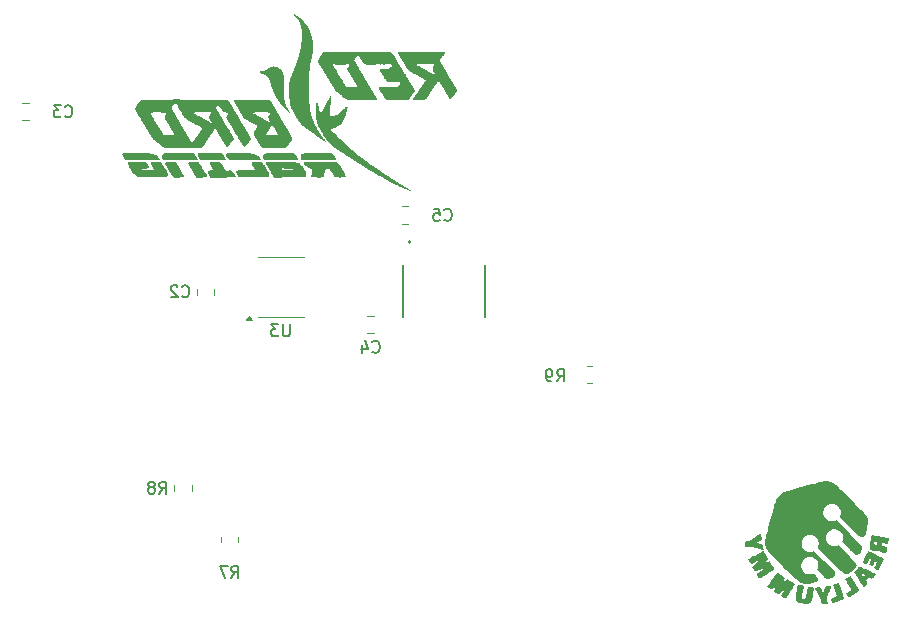
<source format=gbr>
%TF.GenerationSoftware,KiCad,Pcbnew,8.0.4*%
%TF.CreationDate,2024-09-06T13:05:26+08:00*%
%TF.ProjectId,Sensor Board,53656e73-6f72-4204-926f-6172642e6b69,rev?*%
%TF.SameCoordinates,Original*%
%TF.FileFunction,Legend,Bot*%
%TF.FilePolarity,Positive*%
%FSLAX46Y46*%
G04 Gerber Fmt 4.6, Leading zero omitted, Abs format (unit mm)*
G04 Created by KiCad (PCBNEW 8.0.4) date 2024-09-06 13:05:26*
%MOMM*%
%LPD*%
G01*
G04 APERTURE LIST*
%ADD10C,0.150000*%
%ADD11C,0.120000*%
%ADD12C,0.000000*%
%ADD13C,0.127000*%
%ADD14C,0.200000*%
G04 APERTURE END LIST*
D10*
X96178666Y-100308580D02*
X96226285Y-100356200D01*
X96226285Y-100356200D02*
X96369142Y-100403819D01*
X96369142Y-100403819D02*
X96464380Y-100403819D01*
X96464380Y-100403819D02*
X96607237Y-100356200D01*
X96607237Y-100356200D02*
X96702475Y-100260961D01*
X96702475Y-100260961D02*
X96750094Y-100165723D01*
X96750094Y-100165723D02*
X96797713Y-99975247D01*
X96797713Y-99975247D02*
X96797713Y-99832390D01*
X96797713Y-99832390D02*
X96750094Y-99641914D01*
X96750094Y-99641914D02*
X96702475Y-99546676D01*
X96702475Y-99546676D02*
X96607237Y-99451438D01*
X96607237Y-99451438D02*
X96464380Y-99403819D01*
X96464380Y-99403819D02*
X96369142Y-99403819D01*
X96369142Y-99403819D02*
X96226285Y-99451438D01*
X96226285Y-99451438D02*
X96178666Y-99499057D01*
X95797713Y-99499057D02*
X95750094Y-99451438D01*
X95750094Y-99451438D02*
X95654856Y-99403819D01*
X95654856Y-99403819D02*
X95416761Y-99403819D01*
X95416761Y-99403819D02*
X95321523Y-99451438D01*
X95321523Y-99451438D02*
X95273904Y-99499057D01*
X95273904Y-99499057D02*
X95226285Y-99594295D01*
X95226285Y-99594295D02*
X95226285Y-99689533D01*
X95226285Y-99689533D02*
X95273904Y-99832390D01*
X95273904Y-99832390D02*
X95845332Y-100403819D01*
X95845332Y-100403819D02*
X95226285Y-100403819D01*
X94273666Y-117040819D02*
X94606999Y-116564628D01*
X94845094Y-117040819D02*
X94845094Y-116040819D01*
X94845094Y-116040819D02*
X94464142Y-116040819D01*
X94464142Y-116040819D02*
X94368904Y-116088438D01*
X94368904Y-116088438D02*
X94321285Y-116136057D01*
X94321285Y-116136057D02*
X94273666Y-116231295D01*
X94273666Y-116231295D02*
X94273666Y-116374152D01*
X94273666Y-116374152D02*
X94321285Y-116469390D01*
X94321285Y-116469390D02*
X94368904Y-116517009D01*
X94368904Y-116517009D02*
X94464142Y-116564628D01*
X94464142Y-116564628D02*
X94845094Y-116564628D01*
X93702237Y-116469390D02*
X93797475Y-116421771D01*
X93797475Y-116421771D02*
X93845094Y-116374152D01*
X93845094Y-116374152D02*
X93892713Y-116278914D01*
X93892713Y-116278914D02*
X93892713Y-116231295D01*
X93892713Y-116231295D02*
X93845094Y-116136057D01*
X93845094Y-116136057D02*
X93797475Y-116088438D01*
X93797475Y-116088438D02*
X93702237Y-116040819D01*
X93702237Y-116040819D02*
X93511761Y-116040819D01*
X93511761Y-116040819D02*
X93416523Y-116088438D01*
X93416523Y-116088438D02*
X93368904Y-116136057D01*
X93368904Y-116136057D02*
X93321285Y-116231295D01*
X93321285Y-116231295D02*
X93321285Y-116278914D01*
X93321285Y-116278914D02*
X93368904Y-116374152D01*
X93368904Y-116374152D02*
X93416523Y-116421771D01*
X93416523Y-116421771D02*
X93511761Y-116469390D01*
X93511761Y-116469390D02*
X93702237Y-116469390D01*
X93702237Y-116469390D02*
X93797475Y-116517009D01*
X93797475Y-116517009D02*
X93845094Y-116564628D01*
X93845094Y-116564628D02*
X93892713Y-116659866D01*
X93892713Y-116659866D02*
X93892713Y-116850342D01*
X93892713Y-116850342D02*
X93845094Y-116945580D01*
X93845094Y-116945580D02*
X93797475Y-116993200D01*
X93797475Y-116993200D02*
X93702237Y-117040819D01*
X93702237Y-117040819D02*
X93511761Y-117040819D01*
X93511761Y-117040819D02*
X93416523Y-116993200D01*
X93416523Y-116993200D02*
X93368904Y-116945580D01*
X93368904Y-116945580D02*
X93321285Y-116850342D01*
X93321285Y-116850342D02*
X93321285Y-116659866D01*
X93321285Y-116659866D02*
X93368904Y-116564628D01*
X93368904Y-116564628D02*
X93416523Y-116517009D01*
X93416523Y-116517009D02*
X93511761Y-116469390D01*
X118403666Y-93831580D02*
X118451285Y-93879200D01*
X118451285Y-93879200D02*
X118594142Y-93926819D01*
X118594142Y-93926819D02*
X118689380Y-93926819D01*
X118689380Y-93926819D02*
X118832237Y-93879200D01*
X118832237Y-93879200D02*
X118927475Y-93783961D01*
X118927475Y-93783961D02*
X118975094Y-93688723D01*
X118975094Y-93688723D02*
X119022713Y-93498247D01*
X119022713Y-93498247D02*
X119022713Y-93355390D01*
X119022713Y-93355390D02*
X118975094Y-93164914D01*
X118975094Y-93164914D02*
X118927475Y-93069676D01*
X118927475Y-93069676D02*
X118832237Y-92974438D01*
X118832237Y-92974438D02*
X118689380Y-92926819D01*
X118689380Y-92926819D02*
X118594142Y-92926819D01*
X118594142Y-92926819D02*
X118451285Y-92974438D01*
X118451285Y-92974438D02*
X118403666Y-93022057D01*
X117498904Y-92926819D02*
X117975094Y-92926819D01*
X117975094Y-92926819D02*
X118022713Y-93403009D01*
X118022713Y-93403009D02*
X117975094Y-93355390D01*
X117975094Y-93355390D02*
X117879856Y-93307771D01*
X117879856Y-93307771D02*
X117641761Y-93307771D01*
X117641761Y-93307771D02*
X117546523Y-93355390D01*
X117546523Y-93355390D02*
X117498904Y-93403009D01*
X117498904Y-93403009D02*
X117451285Y-93498247D01*
X117451285Y-93498247D02*
X117451285Y-93736342D01*
X117451285Y-93736342D02*
X117498904Y-93831580D01*
X117498904Y-93831580D02*
X117546523Y-93879200D01*
X117546523Y-93879200D02*
X117641761Y-93926819D01*
X117641761Y-93926819D02*
X117879856Y-93926819D01*
X117879856Y-93926819D02*
X117975094Y-93879200D01*
X117975094Y-93879200D02*
X118022713Y-93831580D01*
X105299904Y-102705819D02*
X105299904Y-103515342D01*
X105299904Y-103515342D02*
X105252285Y-103610580D01*
X105252285Y-103610580D02*
X105204666Y-103658200D01*
X105204666Y-103658200D02*
X105109428Y-103705819D01*
X105109428Y-103705819D02*
X104918952Y-103705819D01*
X104918952Y-103705819D02*
X104823714Y-103658200D01*
X104823714Y-103658200D02*
X104776095Y-103610580D01*
X104776095Y-103610580D02*
X104728476Y-103515342D01*
X104728476Y-103515342D02*
X104728476Y-102705819D01*
X104347523Y-102705819D02*
X103728476Y-102705819D01*
X103728476Y-102705819D02*
X104061809Y-103086771D01*
X104061809Y-103086771D02*
X103918952Y-103086771D01*
X103918952Y-103086771D02*
X103823714Y-103134390D01*
X103823714Y-103134390D02*
X103776095Y-103182009D01*
X103776095Y-103182009D02*
X103728476Y-103277247D01*
X103728476Y-103277247D02*
X103728476Y-103515342D01*
X103728476Y-103515342D02*
X103776095Y-103610580D01*
X103776095Y-103610580D02*
X103823714Y-103658200D01*
X103823714Y-103658200D02*
X103918952Y-103705819D01*
X103918952Y-103705819D02*
X104204666Y-103705819D01*
X104204666Y-103705819D02*
X104299904Y-103658200D01*
X104299904Y-103658200D02*
X104347523Y-103610580D01*
X100369666Y-124152819D02*
X100702999Y-123676628D01*
X100941094Y-124152819D02*
X100941094Y-123152819D01*
X100941094Y-123152819D02*
X100560142Y-123152819D01*
X100560142Y-123152819D02*
X100464904Y-123200438D01*
X100464904Y-123200438D02*
X100417285Y-123248057D01*
X100417285Y-123248057D02*
X100369666Y-123343295D01*
X100369666Y-123343295D02*
X100369666Y-123486152D01*
X100369666Y-123486152D02*
X100417285Y-123581390D01*
X100417285Y-123581390D02*
X100464904Y-123629009D01*
X100464904Y-123629009D02*
X100560142Y-123676628D01*
X100560142Y-123676628D02*
X100941094Y-123676628D01*
X100036332Y-123152819D02*
X99369666Y-123152819D01*
X99369666Y-123152819D02*
X99798237Y-124152819D01*
X127928666Y-107515819D02*
X128261999Y-107039628D01*
X128500094Y-107515819D02*
X128500094Y-106515819D01*
X128500094Y-106515819D02*
X128119142Y-106515819D01*
X128119142Y-106515819D02*
X128023904Y-106563438D01*
X128023904Y-106563438D02*
X127976285Y-106611057D01*
X127976285Y-106611057D02*
X127928666Y-106706295D01*
X127928666Y-106706295D02*
X127928666Y-106849152D01*
X127928666Y-106849152D02*
X127976285Y-106944390D01*
X127976285Y-106944390D02*
X128023904Y-106992009D01*
X128023904Y-106992009D02*
X128119142Y-107039628D01*
X128119142Y-107039628D02*
X128500094Y-107039628D01*
X127452475Y-107515819D02*
X127261999Y-107515819D01*
X127261999Y-107515819D02*
X127166761Y-107468200D01*
X127166761Y-107468200D02*
X127119142Y-107420580D01*
X127119142Y-107420580D02*
X127023904Y-107277723D01*
X127023904Y-107277723D02*
X126976285Y-107087247D01*
X126976285Y-107087247D02*
X126976285Y-106706295D01*
X126976285Y-106706295D02*
X127023904Y-106611057D01*
X127023904Y-106611057D02*
X127071523Y-106563438D01*
X127071523Y-106563438D02*
X127166761Y-106515819D01*
X127166761Y-106515819D02*
X127357237Y-106515819D01*
X127357237Y-106515819D02*
X127452475Y-106563438D01*
X127452475Y-106563438D02*
X127500094Y-106611057D01*
X127500094Y-106611057D02*
X127547713Y-106706295D01*
X127547713Y-106706295D02*
X127547713Y-106944390D01*
X127547713Y-106944390D02*
X127500094Y-107039628D01*
X127500094Y-107039628D02*
X127452475Y-107087247D01*
X127452475Y-107087247D02*
X127357237Y-107134866D01*
X127357237Y-107134866D02*
X127166761Y-107134866D01*
X127166761Y-107134866D02*
X127071523Y-107087247D01*
X127071523Y-107087247D02*
X127023904Y-107039628D01*
X127023904Y-107039628D02*
X126976285Y-106944390D01*
X112307666Y-105007580D02*
X112355285Y-105055200D01*
X112355285Y-105055200D02*
X112498142Y-105102819D01*
X112498142Y-105102819D02*
X112593380Y-105102819D01*
X112593380Y-105102819D02*
X112736237Y-105055200D01*
X112736237Y-105055200D02*
X112831475Y-104959961D01*
X112831475Y-104959961D02*
X112879094Y-104864723D01*
X112879094Y-104864723D02*
X112926713Y-104674247D01*
X112926713Y-104674247D02*
X112926713Y-104531390D01*
X112926713Y-104531390D02*
X112879094Y-104340914D01*
X112879094Y-104340914D02*
X112831475Y-104245676D01*
X112831475Y-104245676D02*
X112736237Y-104150438D01*
X112736237Y-104150438D02*
X112593380Y-104102819D01*
X112593380Y-104102819D02*
X112498142Y-104102819D01*
X112498142Y-104102819D02*
X112355285Y-104150438D01*
X112355285Y-104150438D02*
X112307666Y-104198057D01*
X111450523Y-104436152D02*
X111450523Y-105102819D01*
X111688618Y-104055200D02*
X111926713Y-104769485D01*
X111926713Y-104769485D02*
X111307666Y-104769485D01*
X86272666Y-85068580D02*
X86320285Y-85116200D01*
X86320285Y-85116200D02*
X86463142Y-85163819D01*
X86463142Y-85163819D02*
X86558380Y-85163819D01*
X86558380Y-85163819D02*
X86701237Y-85116200D01*
X86701237Y-85116200D02*
X86796475Y-85020961D01*
X86796475Y-85020961D02*
X86844094Y-84925723D01*
X86844094Y-84925723D02*
X86891713Y-84735247D01*
X86891713Y-84735247D02*
X86891713Y-84592390D01*
X86891713Y-84592390D02*
X86844094Y-84401914D01*
X86844094Y-84401914D02*
X86796475Y-84306676D01*
X86796475Y-84306676D02*
X86701237Y-84211438D01*
X86701237Y-84211438D02*
X86558380Y-84163819D01*
X86558380Y-84163819D02*
X86463142Y-84163819D01*
X86463142Y-84163819D02*
X86320285Y-84211438D01*
X86320285Y-84211438D02*
X86272666Y-84259057D01*
X85939332Y-84163819D02*
X85320285Y-84163819D01*
X85320285Y-84163819D02*
X85653618Y-84544771D01*
X85653618Y-84544771D02*
X85510761Y-84544771D01*
X85510761Y-84544771D02*
X85415523Y-84592390D01*
X85415523Y-84592390D02*
X85367904Y-84640009D01*
X85367904Y-84640009D02*
X85320285Y-84735247D01*
X85320285Y-84735247D02*
X85320285Y-84973342D01*
X85320285Y-84973342D02*
X85367904Y-85068580D01*
X85367904Y-85068580D02*
X85415523Y-85116200D01*
X85415523Y-85116200D02*
X85510761Y-85163819D01*
X85510761Y-85163819D02*
X85796475Y-85163819D01*
X85796475Y-85163819D02*
X85891713Y-85116200D01*
X85891713Y-85116200D02*
X85939332Y-85068580D01*
D11*
%TO.C,C2*%
X97453000Y-100192252D02*
X97453000Y-99669748D01*
X98923000Y-100192252D02*
X98923000Y-99669748D01*
%TO.C,R8*%
X95548000Y-116795064D02*
X95548000Y-116340936D01*
X97018000Y-116795064D02*
X97018000Y-116340936D01*
%TO.C,C5*%
X115340252Y-92719000D02*
X114817748Y-92719000D01*
X115340252Y-94189000D02*
X114817748Y-94189000D01*
%TO.C,U3*%
X102588000Y-96990000D02*
X104538000Y-96990000D01*
X102588000Y-102110000D02*
X104538000Y-102110000D01*
X106488000Y-96990000D02*
X104538000Y-96990000D01*
X106488000Y-102110000D02*
X104538000Y-102110000D01*
X102078000Y-102345000D02*
X101598000Y-102345000D01*
X101838000Y-102015000D01*
X102078000Y-102345000D01*
G36*
X102078000Y-102345000D02*
G01*
X101598000Y-102345000D01*
X101838000Y-102015000D01*
X102078000Y-102345000D01*
G37*
D12*
%TO.C,G\u002A\u002A\u002A*%
G36*
X95721637Y-89078120D02*
G01*
X95775805Y-89143818D01*
X95843196Y-89239448D01*
X95895056Y-89328120D01*
X95928484Y-89392339D01*
X95971989Y-89469763D01*
X96007214Y-89526007D01*
X96039578Y-89577461D01*
X96083087Y-89654057D01*
X96126940Y-89737118D01*
X96157771Y-89797757D01*
X96202914Y-89884563D01*
X96236277Y-89944772D01*
X96262806Y-89987109D01*
X96287446Y-90020298D01*
X96320530Y-90065890D01*
X96361143Y-90144427D01*
X96375107Y-90210735D01*
X96359610Y-90255636D01*
X96359069Y-90256028D01*
X96329879Y-90260588D01*
X96263884Y-90264547D01*
X96168184Y-90267669D01*
X96049876Y-90269716D01*
X95916058Y-90270451D01*
X95487334Y-90270451D01*
X95380404Y-90146933D01*
X95379337Y-90145698D01*
X95322851Y-90075535D01*
X95276861Y-90009830D01*
X95251233Y-89962659D01*
X95246401Y-89950760D01*
X95213434Y-89888981D01*
X95170408Y-89825066D01*
X95158807Y-89809245D01*
X95119460Y-89746568D01*
X95095420Y-89694439D01*
X95082702Y-89662884D01*
X95050159Y-89598844D01*
X95008763Y-89527772D01*
X94979144Y-89478960D01*
X94936589Y-89404906D01*
X94906757Y-89348229D01*
X94891714Y-89320332D01*
X94849159Y-89253894D01*
X94799056Y-89185616D01*
X94723111Y-89089669D01*
X94785598Y-89024504D01*
X94848084Y-88959340D01*
X95230920Y-88959340D01*
X95613757Y-88959340D01*
X95721637Y-89078120D01*
G37*
G36*
X98523785Y-88203784D02*
G01*
X98545971Y-88203786D01*
X98791956Y-88204165D01*
X98996851Y-88205257D01*
X99163785Y-88207146D01*
X99295890Y-88209919D01*
X99396295Y-88213661D01*
X99468131Y-88218459D01*
X99514529Y-88224397D01*
X99538619Y-88231562D01*
X99565875Y-88248657D01*
X99621853Y-88291394D01*
X99675960Y-88339915D01*
X99716788Y-88383629D01*
X99732932Y-88411949D01*
X99738507Y-88430580D01*
X99764037Y-88468701D01*
X99804623Y-88521794D01*
X99849102Y-88601634D01*
X99878050Y-88680340D01*
X99887577Y-88746567D01*
X99873795Y-88788969D01*
X99856100Y-88791519D01*
X99797768Y-88794385D01*
X99703202Y-88796988D01*
X99576898Y-88799262D01*
X99423350Y-88801143D01*
X99247052Y-88802567D01*
X99052500Y-88803469D01*
X98844188Y-88803784D01*
X97829409Y-88803784D01*
X97737282Y-88709340D01*
X97698904Y-88666199D01*
X97653990Y-88603986D01*
X97630563Y-88555420D01*
X97611895Y-88509364D01*
X97573923Y-88457924D01*
X97573481Y-88457522D01*
X97539898Y-88408659D01*
X97517798Y-88344934D01*
X97516388Y-88337566D01*
X97510480Y-88305811D01*
X97508673Y-88279519D01*
X97514638Y-88258175D01*
X97532045Y-88241266D01*
X97564567Y-88228274D01*
X97615874Y-88218686D01*
X97689637Y-88211987D01*
X97789527Y-88207660D01*
X97919216Y-88205192D01*
X98082375Y-88204066D01*
X98282674Y-88203769D01*
X98523785Y-88203784D01*
G37*
G36*
X96224129Y-88204038D02*
G01*
X96455874Y-88204844D01*
X96648962Y-88206268D01*
X96806306Y-88208379D01*
X96930816Y-88211242D01*
X97025404Y-88214925D01*
X97092983Y-88219495D01*
X97136464Y-88225018D01*
X97158759Y-88231562D01*
X97159555Y-88232007D01*
X97257365Y-88300171D01*
X97311377Y-88370451D01*
X97318409Y-88384973D01*
X97348444Y-88439941D01*
X97386419Y-88503784D01*
X97422414Y-88562834D01*
X97469074Y-88646096D01*
X97493589Y-88703933D01*
X97498513Y-88743161D01*
X97486401Y-88770596D01*
X97478542Y-88776332D01*
X97459988Y-88782305D01*
X97428493Y-88787365D01*
X97380903Y-88791584D01*
X97314064Y-88795035D01*
X97224820Y-88797791D01*
X97110019Y-88799925D01*
X96966506Y-88801507D01*
X96791127Y-88802612D01*
X96580727Y-88803312D01*
X96332153Y-88803678D01*
X96042250Y-88803784D01*
X94625667Y-88803784D01*
X94561371Y-88736732D01*
X94546293Y-88720292D01*
X94514464Y-88673394D01*
X94497150Y-88616002D01*
X94488333Y-88531177D01*
X94488175Y-88528618D01*
X94491661Y-88418833D01*
X94521357Y-88339814D01*
X94582956Y-88283006D01*
X94682151Y-88239851D01*
X94701292Y-88234235D01*
X94735293Y-88226979D01*
X94779285Y-88220948D01*
X94837099Y-88216036D01*
X94912569Y-88212132D01*
X95009526Y-88209127D01*
X95131803Y-88206913D01*
X95283234Y-88205381D01*
X95467649Y-88204421D01*
X95688883Y-88203925D01*
X95950766Y-88203784D01*
X95950816Y-88203784D01*
X96224129Y-88204038D01*
G37*
G36*
X101161225Y-88204040D02*
G01*
X101357412Y-88205067D01*
X101536180Y-88206800D01*
X101693020Y-88209153D01*
X101823420Y-88212041D01*
X101922870Y-88215377D01*
X101986859Y-88219076D01*
X102010876Y-88223051D01*
X102011827Y-88224177D01*
X102042465Y-88235036D01*
X102104089Y-88245391D01*
X102184561Y-88253138D01*
X102274016Y-88262444D01*
X102369391Y-88285607D01*
X102457537Y-88326246D01*
X102537977Y-88375132D01*
X102621686Y-88433888D01*
X102691765Y-88490933D01*
X102739907Y-88539448D01*
X102757800Y-88572616D01*
X102773464Y-88603790D01*
X102813404Y-88639161D01*
X102820892Y-88644539D01*
X102857529Y-88691200D01*
X102870279Y-88745417D01*
X102854181Y-88788969D01*
X102833181Y-88791447D01*
X102771249Y-88793981D01*
X102672396Y-88796319D01*
X102540552Y-88798418D01*
X102379648Y-88800233D01*
X102193615Y-88801721D01*
X101986382Y-88802838D01*
X101761882Y-88803540D01*
X101524043Y-88803784D01*
X100208733Y-88803784D01*
X100142103Y-88731562D01*
X100130073Y-88718041D01*
X100079929Y-88652885D01*
X100043341Y-88592673D01*
X100034259Y-88574927D01*
X99995194Y-88508025D01*
X99949916Y-88439339D01*
X99918486Y-88391009D01*
X99892848Y-88327482D01*
X99901252Y-88279638D01*
X99943445Y-88239673D01*
X99945275Y-88238511D01*
X99963300Y-88230095D01*
X99990167Y-88223136D01*
X100029835Y-88217500D01*
X100086265Y-88213053D01*
X100163417Y-88209660D01*
X100265252Y-88207185D01*
X100395728Y-88205495D01*
X100558807Y-88204455D01*
X100758448Y-88203930D01*
X100998612Y-88203784D01*
X101161225Y-88204040D01*
G37*
G36*
X91883196Y-88209144D02*
G01*
X92096074Y-88210469D01*
X92349618Y-88212493D01*
X92354835Y-88212538D01*
X92578679Y-88214851D01*
X92794416Y-88217818D01*
X92996850Y-88221316D01*
X93180784Y-88225223D01*
X93341022Y-88229417D01*
X93472366Y-88233777D01*
X93569621Y-88238179D01*
X93627590Y-88242502D01*
X93698266Y-88252377D01*
X93810406Y-88279481D01*
X93908204Y-88323532D01*
X94004729Y-88391166D01*
X94113048Y-88489019D01*
X94126397Y-88502041D01*
X94222944Y-88601227D01*
X94285979Y-88677258D01*
X94317588Y-88732980D01*
X94319857Y-88771240D01*
X94314544Y-88776817D01*
X94298359Y-88782660D01*
X94268568Y-88787615D01*
X94222083Y-88791752D01*
X94155816Y-88795141D01*
X94066679Y-88797853D01*
X93951585Y-88799956D01*
X93807446Y-88801520D01*
X93631175Y-88802615D01*
X93419684Y-88803311D01*
X93169885Y-88803678D01*
X92878690Y-88803784D01*
X91450023Y-88803784D01*
X91376679Y-88732758D01*
X91355349Y-88711178D01*
X91318083Y-88667480D01*
X91303334Y-88640411D01*
X91302025Y-88634100D01*
X91282734Y-88596893D01*
X91247730Y-88546253D01*
X91235667Y-88529968D01*
X91204584Y-88482218D01*
X91192126Y-88453156D01*
X91180811Y-88429461D01*
X91147643Y-88392673D01*
X91136138Y-88381498D01*
X91105757Y-88328052D01*
X91119307Y-88279410D01*
X91176370Y-88237826D01*
X91186418Y-88233568D01*
X91211283Y-88226341D01*
X91246300Y-88220471D01*
X91295284Y-88215877D01*
X91362049Y-88212474D01*
X91450408Y-88210182D01*
X91564177Y-88208918D01*
X91707168Y-88208599D01*
X91883196Y-88209144D01*
G37*
G36*
X104447222Y-88206219D02*
G01*
X104645883Y-88206780D01*
X104840406Y-88207878D01*
X105025750Y-88209501D01*
X105196870Y-88211640D01*
X105348725Y-88214285D01*
X105476273Y-88217426D01*
X105574470Y-88221054D01*
X105638274Y-88225158D01*
X105662642Y-88229729D01*
X105672056Y-88238281D01*
X105710262Y-88248229D01*
X105744421Y-88259457D01*
X105791836Y-88292074D01*
X105832279Y-88332453D01*
X105849394Y-88366671D01*
X105850080Y-88371177D01*
X105867186Y-88407364D01*
X105900084Y-88457242D01*
X105929945Y-88500495D01*
X105978337Y-88582717D01*
X106016567Y-88662436D01*
X106039501Y-88728362D01*
X106042003Y-88769208D01*
X106040996Y-88771208D01*
X106032543Y-88777932D01*
X106014258Y-88783675D01*
X105982991Y-88788514D01*
X105935590Y-88792523D01*
X105868906Y-88795778D01*
X105779790Y-88798355D01*
X105665090Y-88800328D01*
X105521658Y-88801773D01*
X105346343Y-88802766D01*
X105135994Y-88803382D01*
X104887463Y-88803696D01*
X104597598Y-88803784D01*
X103166473Y-88803784D01*
X103102568Y-88737140D01*
X103100226Y-88734682D01*
X103061292Y-88683987D01*
X103039898Y-88625372D01*
X103029264Y-88540665D01*
X103025943Y-88477132D01*
X103030838Y-88422771D01*
X103050836Y-88379668D01*
X103091311Y-88329531D01*
X103105259Y-88314215D01*
X103166884Y-88263745D01*
X103225867Y-88248229D01*
X103272648Y-88242019D01*
X103303265Y-88225128D01*
X103314087Y-88222186D01*
X103364317Y-88218109D01*
X103450749Y-88214646D01*
X103568342Y-88211788D01*
X103712053Y-88209524D01*
X103876839Y-88207845D01*
X104057657Y-88206741D01*
X104249466Y-88206202D01*
X104447222Y-88206219D01*
G37*
G36*
X108559341Y-88206913D02*
G01*
X108668791Y-88208908D01*
X108751459Y-88211997D01*
X108810644Y-88216231D01*
X108849646Y-88221662D01*
X108871763Y-88228342D01*
X108903586Y-88246863D01*
X108961016Y-88289090D01*
X109016331Y-88337653D01*
X109057987Y-88382093D01*
X109074438Y-88411949D01*
X109080014Y-88430580D01*
X109105543Y-88468701D01*
X109109173Y-88472892D01*
X109149639Y-88529803D01*
X109188822Y-88599248D01*
X109218419Y-88665074D01*
X109230129Y-88711127D01*
X109227074Y-88732394D01*
X109203439Y-88777118D01*
X109190435Y-88782073D01*
X109154261Y-88787112D01*
X109093149Y-88791388D01*
X109004657Y-88794948D01*
X108886339Y-88797836D01*
X108735756Y-88800098D01*
X108550462Y-88801779D01*
X108328015Y-88802923D01*
X108065972Y-88803576D01*
X107761891Y-88803784D01*
X106347033Y-88803784D01*
X106281707Y-88735645D01*
X106276232Y-88729892D01*
X106243769Y-88690740D01*
X106225941Y-88650794D01*
X106218617Y-88595523D01*
X106217665Y-88510395D01*
X106217756Y-88500468D01*
X106220431Y-88419295D01*
X106229054Y-88367869D01*
X106247606Y-88332815D01*
X106280070Y-88300757D01*
X106346523Y-88261306D01*
X106436332Y-88248229D01*
X106460119Y-88247794D01*
X106516425Y-88242812D01*
X106545660Y-88234053D01*
X106547873Y-88233311D01*
X106583063Y-88230298D01*
X106657381Y-88227122D01*
X106766573Y-88223872D01*
X106906384Y-88220642D01*
X107072562Y-88217519D01*
X107260852Y-88214597D01*
X107467001Y-88211964D01*
X107686754Y-88209713D01*
X107787725Y-88208830D01*
X108037300Y-88206970D01*
X108246895Y-88205995D01*
X108419809Y-88205959D01*
X108559341Y-88206913D01*
G37*
G36*
X97586609Y-88960574D02*
G01*
X97646911Y-89022057D01*
X97653933Y-89029286D01*
X97736041Y-89125831D01*
X97814564Y-89243280D01*
X97896949Y-89392673D01*
X97917874Y-89433294D01*
X97963171Y-89519342D01*
X97999600Y-89584099D01*
X98034987Y-89641076D01*
X98077159Y-89703784D01*
X98081132Y-89709658D01*
X98123094Y-89779233D01*
X98161216Y-89852840D01*
X98169381Y-89869745D01*
X98198665Y-89921298D01*
X98221256Y-89948698D01*
X98237076Y-89962160D01*
X98271078Y-90013194D01*
X98300457Y-90082171D01*
X98320814Y-90154979D01*
X98327753Y-90217505D01*
X98316878Y-90255636D01*
X98316583Y-90255876D01*
X98288665Y-90260479D01*
X98223768Y-90264479D01*
X98129037Y-90267636D01*
X98011620Y-90269707D01*
X97878663Y-90270451D01*
X97455277Y-90270451D01*
X97381933Y-90199425D01*
X97360939Y-90177992D01*
X97323441Y-90132321D01*
X97308588Y-90102146D01*
X97304923Y-90086513D01*
X97278883Y-90051261D01*
X97264848Y-90035521D01*
X97232086Y-89985809D01*
X97196637Y-89920762D01*
X97176631Y-89881822D01*
X97142119Y-89820179D01*
X97116703Y-89781544D01*
X97099106Y-89756597D01*
X97060056Y-89692306D01*
X97010049Y-89603537D01*
X96954225Y-89499497D01*
X96897726Y-89389392D01*
X96872166Y-89341547D01*
X96835426Y-89282105D01*
X96807612Y-89247783D01*
X96790358Y-89229282D01*
X96774788Y-89192673D01*
X96769616Y-89173515D01*
X96741425Y-89137118D01*
X96720169Y-89113030D01*
X96711444Y-89059201D01*
X96744873Y-88999979D01*
X96753636Y-88991433D01*
X96774298Y-88979114D01*
X96806654Y-88970421D01*
X96857259Y-88964756D01*
X96932671Y-88961522D01*
X97039448Y-88960122D01*
X97184146Y-88959957D01*
X97586609Y-88960574D01*
G37*
G36*
X99097042Y-88960134D02*
G01*
X99216452Y-88963855D01*
X99305874Y-88972216D01*
X99372854Y-88986927D01*
X99424938Y-89009699D01*
X99469671Y-89042241D01*
X99514599Y-89086262D01*
X99540970Y-89116615D01*
X99576655Y-89165798D01*
X99618907Y-89233527D01*
X99672100Y-89326905D01*
X99740612Y-89453031D01*
X99742538Y-89456579D01*
X99790053Y-89526505D01*
X99850235Y-89592307D01*
X99915001Y-89647862D01*
X99976265Y-89687050D01*
X100025944Y-89703749D01*
X100055954Y-89691835D01*
X100080088Y-89681563D01*
X100136939Y-89673529D01*
X100212882Y-89670451D01*
X100279130Y-89673810D01*
X100405720Y-89705129D01*
X100502860Y-89768848D01*
X100569423Y-89864354D01*
X100576623Y-89879669D01*
X100608458Y-89940219D01*
X100635191Y-89981562D01*
X100642517Y-89991184D01*
X100674352Y-90039592D01*
X100710394Y-90100836D01*
X100725000Y-90127522D01*
X100744184Y-90171236D01*
X100742211Y-90199592D01*
X100720325Y-90228614D01*
X100719267Y-90229765D01*
X100708191Y-90239433D01*
X100692015Y-90247439D01*
X100666801Y-90253937D01*
X100628611Y-90259085D01*
X100573506Y-90263039D01*
X100497548Y-90265956D01*
X100396799Y-90267991D01*
X100267321Y-90269302D01*
X100105174Y-90270045D01*
X99906421Y-90270375D01*
X99667122Y-90270451D01*
X98651815Y-90270451D01*
X98583181Y-90198229D01*
X98567741Y-90181041D01*
X98523875Y-90121475D01*
X98498415Y-90070451D01*
X98475644Y-90020248D01*
X98435702Y-89964068D01*
X98419272Y-89943129D01*
X98395669Y-89884084D01*
X98388215Y-89797401D01*
X98387310Y-89681562D01*
X98604166Y-89675202D01*
X98701936Y-89671681D01*
X98766228Y-89666681D01*
X98802088Y-89658382D01*
X98817644Y-89644874D01*
X98821023Y-89624247D01*
X98820964Y-89622537D01*
X98807784Y-89580559D01*
X98775991Y-89516267D01*
X98732056Y-89442855D01*
X98727122Y-89435235D01*
X98684458Y-89366258D01*
X98654044Y-89311668D01*
X98642185Y-89282699D01*
X98639278Y-89273043D01*
X98615390Y-89233631D01*
X98575460Y-89182401D01*
X98551575Y-89153106D01*
X98516997Y-89094582D01*
X98515862Y-89047148D01*
X98546449Y-88999979D01*
X98550130Y-88996106D01*
X98569299Y-88982022D01*
X98598599Y-88972032D01*
X98644900Y-88965453D01*
X98715072Y-88961601D01*
X98815983Y-88959791D01*
X98954503Y-88959340D01*
X99097042Y-88960134D01*
G37*
G36*
X103039121Y-89053784D02*
G01*
X103072497Y-89091761D01*
X103133117Y-89174136D01*
X103178315Y-89251986D01*
X103196491Y-89288223D01*
X103231437Y-89347453D01*
X103259351Y-89382485D01*
X103275993Y-89400459D01*
X103291601Y-89438134D01*
X103291998Y-89442162D01*
X103309263Y-89480812D01*
X103344161Y-89529857D01*
X103346905Y-89533184D01*
X103387376Y-89592571D01*
X103413443Y-89648229D01*
X103430609Y-89690130D01*
X103466530Y-89748229D01*
X103519076Y-89823400D01*
X103549919Y-89906832D01*
X103558501Y-90010436D01*
X103558424Y-90025149D01*
X103553083Y-90095953D01*
X103534821Y-90143728D01*
X103497336Y-90186626D01*
X103491463Y-90191997D01*
X103434224Y-90232444D01*
X103380567Y-90254424D01*
X103377221Y-90254848D01*
X103335725Y-90256852D01*
X103255162Y-90258817D01*
X103140003Y-90260695D01*
X102994718Y-90262438D01*
X102823780Y-90263997D01*
X102631660Y-90265326D01*
X102422829Y-90266375D01*
X102201758Y-90267097D01*
X101994584Y-90267443D01*
X101755802Y-90267307D01*
X101556411Y-90266436D01*
X101393509Y-90264769D01*
X101264189Y-90262244D01*
X101165548Y-90258800D01*
X101094682Y-90254376D01*
X101048686Y-90248912D01*
X101024657Y-90242346D01*
X101016818Y-90238162D01*
X100988172Y-90217878D01*
X100959528Y-90186235D01*
X100925971Y-90136105D01*
X100882589Y-90060359D01*
X100824470Y-89951868D01*
X100810880Y-89925781D01*
X100773843Y-89846245D01*
X100759401Y-89790859D01*
X100766192Y-89749260D01*
X100792859Y-89711090D01*
X100800142Y-89704021D01*
X100815475Y-89694650D01*
X100839502Y-89687198D01*
X100876697Y-89681447D01*
X100931535Y-89677179D01*
X101008487Y-89674176D01*
X101112029Y-89672219D01*
X101246633Y-89671092D01*
X101416772Y-89670575D01*
X101626922Y-89670451D01*
X101802532Y-89669989D01*
X101971755Y-89668592D01*
X102121364Y-89666377D01*
X102246383Y-89663460D01*
X102341841Y-89659959D01*
X102402762Y-89655991D01*
X102424175Y-89651673D01*
X102413664Y-89629890D01*
X102381266Y-89594097D01*
X102380734Y-89593613D01*
X102340199Y-89545630D01*
X102302806Y-89485097D01*
X102269340Y-89421618D01*
X102226092Y-89348335D01*
X102168396Y-89259748D01*
X102127906Y-89197581D01*
X102088323Y-89126931D01*
X102072772Y-89076363D01*
X102079091Y-89037004D01*
X102105118Y-88999979D01*
X102113866Y-88991455D01*
X102134583Y-88979124D01*
X102167048Y-88970390D01*
X102217809Y-88964649D01*
X102293410Y-88961297D01*
X102400398Y-88959728D01*
X102545320Y-88959340D01*
X102948714Y-88959340D01*
X103039121Y-89053784D01*
G37*
G36*
X106622983Y-89703841D02*
G01*
X106659565Y-89754866D01*
X106685506Y-89796581D01*
X106703392Y-89862941D01*
X106713195Y-89962048D01*
X106714391Y-89983943D01*
X106716402Y-90059937D01*
X106710373Y-90108884D01*
X106692944Y-90144886D01*
X106660753Y-90182044D01*
X106651001Y-90191762D01*
X106598241Y-90233476D01*
X106552503Y-90255169D01*
X106538158Y-90256288D01*
X106481726Y-90258065D01*
X106387655Y-90259812D01*
X106260141Y-90261489D01*
X106103379Y-90263056D01*
X105921566Y-90264474D01*
X105718898Y-90265701D01*
X105499571Y-90266698D01*
X105267782Y-90267425D01*
X104030040Y-90270451D01*
X103916599Y-90146438D01*
X103907238Y-90136127D01*
X103854452Y-90074775D01*
X103817241Y-90026077D01*
X103803159Y-89999796D01*
X103802857Y-89995407D01*
X103788904Y-89949977D01*
X103759234Y-89883942D01*
X103720908Y-89811845D01*
X103680990Y-89748229D01*
X103638686Y-89681826D01*
X103602308Y-89614895D01*
X103566089Y-89548389D01*
X103539974Y-89507585D01*
X104614981Y-89507585D01*
X104614981Y-89583462D01*
X104614981Y-89659340D01*
X105100375Y-89665333D01*
X105585770Y-89671327D01*
X105570248Y-89620889D01*
X105559684Y-89588673D01*
X105551929Y-89570451D01*
X105539020Y-89564288D01*
X105502015Y-89544311D01*
X105494425Y-89541112D01*
X105439395Y-89530792D01*
X105342910Y-89522541D01*
X105207312Y-89516518D01*
X105034940Y-89512878D01*
X104614981Y-89507585D01*
X103539974Y-89507585D01*
X103523319Y-89481562D01*
X103519003Y-89475416D01*
X103483868Y-89421705D01*
X103461551Y-89381562D01*
X103455260Y-89368713D01*
X103427883Y-89319891D01*
X103391152Y-89259340D01*
X103338057Y-89169551D01*
X103308537Y-89103328D01*
X103300858Y-89053261D01*
X103312041Y-89009970D01*
X103335130Y-88959340D01*
X104557587Y-88959340D01*
X104736497Y-88959483D01*
X105008007Y-88960364D01*
X105241023Y-88962032D01*
X105434548Y-88964471D01*
X105587585Y-88967661D01*
X105699135Y-88971585D01*
X105768203Y-88976224D01*
X105793790Y-88981562D01*
X105801931Y-88987906D01*
X105844951Y-88999279D01*
X105908510Y-89003784D01*
X105929305Y-89004435D01*
X106012634Y-89016373D01*
X106082912Y-89038598D01*
X106083986Y-89039115D01*
X106132107Y-89070794D01*
X106195213Y-89123340D01*
X106265146Y-89188494D01*
X106333743Y-89257997D01*
X106392845Y-89323590D01*
X106434291Y-89377015D01*
X106449919Y-89410014D01*
X106454810Y-89431180D01*
X106482940Y-89470167D01*
X106496686Y-89485094D01*
X106530341Y-89535403D01*
X106565362Y-89600666D01*
X106582085Y-89633645D01*
X106604040Y-89671327D01*
X106622983Y-89703841D01*
G37*
G36*
X93187258Y-89030366D02*
G01*
X93208252Y-89051799D01*
X93245750Y-89097469D01*
X93260602Y-89127645D01*
X93266687Y-89147385D01*
X93295877Y-89183148D01*
X93305846Y-89192602D01*
X93345275Y-89248394D01*
X93381354Y-89322191D01*
X93406337Y-89396114D01*
X93412477Y-89452284D01*
X93412407Y-89452779D01*
X93407606Y-89473917D01*
X93395379Y-89488436D01*
X93368317Y-89497821D01*
X93319010Y-89503552D01*
X93240046Y-89507113D01*
X93124017Y-89509986D01*
X93023826Y-89512463D01*
X92938955Y-89516047D01*
X92884703Y-89521634D01*
X92853529Y-89530622D01*
X92837890Y-89544407D01*
X92830245Y-89564385D01*
X92829243Y-89568284D01*
X92823801Y-89600275D01*
X92828897Y-89624804D01*
X92849379Y-89642857D01*
X92890096Y-89655418D01*
X92955897Y-89663473D01*
X93051631Y-89668006D01*
X93182146Y-89670004D01*
X93352292Y-89670451D01*
X93365262Y-89670449D01*
X93531844Y-89669908D01*
X93658224Y-89667784D01*
X93748405Y-89663193D01*
X93806388Y-89655250D01*
X93836177Y-89643071D01*
X93841774Y-89625769D01*
X93827182Y-89602460D01*
X93796403Y-89572260D01*
X93766863Y-89535788D01*
X93739320Y-89475726D01*
X93717362Y-89418992D01*
X93681715Y-89357265D01*
X93679386Y-89353966D01*
X93650581Y-89307192D01*
X93638711Y-89276450D01*
X93638515Y-89274543D01*
X93620790Y-89244608D01*
X93583107Y-89203784D01*
X93559371Y-89175314D01*
X93531492Y-89108170D01*
X93529001Y-89039308D01*
X93554192Y-88986007D01*
X93569840Y-88978406D01*
X93620077Y-88969789D01*
X93705636Y-88963861D01*
X93829553Y-88960440D01*
X93994865Y-88959340D01*
X94408847Y-88959340D01*
X94471415Y-89024589D01*
X94527731Y-89090146D01*
X94608971Y-89226007D01*
X94629568Y-89263243D01*
X94662529Y-89314895D01*
X94691540Y-89364789D01*
X94717700Y-89426007D01*
X94726466Y-89447466D01*
X94760400Y-89506903D01*
X94805725Y-89570451D01*
X94873069Y-89666881D01*
X94937252Y-89788308D01*
X94979951Y-89906129D01*
X94995453Y-90007195D01*
X94991877Y-90065557D01*
X94971301Y-90120359D01*
X94923168Y-90174475D01*
X94904303Y-90191715D01*
X94853642Y-90232952D01*
X94817520Y-90255442D01*
X94814820Y-90256017D01*
X94777018Y-90258329D01*
X94700091Y-90260303D01*
X94588398Y-90261910D01*
X94446296Y-90263120D01*
X94278143Y-90263902D01*
X94088296Y-90264228D01*
X93881113Y-90264066D01*
X93660953Y-90263387D01*
X92537748Y-90258662D01*
X92404298Y-90186098D01*
X92397230Y-90182156D01*
X92330753Y-90138508D01*
X92253142Y-90078918D01*
X92172184Y-90010489D01*
X92095663Y-89940324D01*
X92031366Y-89875524D01*
X91987078Y-89823194D01*
X91970585Y-89790435D01*
X91966241Y-89773838D01*
X91939271Y-89738816D01*
X91937049Y-89736878D01*
X91904955Y-89697344D01*
X91871650Y-89641651D01*
X91862905Y-89624921D01*
X91823338Y-89553946D01*
X91780250Y-89481562D01*
X91775587Y-89473994D01*
X91726535Y-89387802D01*
X91693529Y-89317181D01*
X91681443Y-89272448D01*
X91670721Y-89251359D01*
X91638220Y-89216035D01*
X91635140Y-89213164D01*
X91593428Y-89149339D01*
X91577501Y-89073292D01*
X91591778Y-89005088D01*
X91598157Y-88994610D01*
X91609088Y-88984322D01*
X91627921Y-88976258D01*
X91659227Y-88970146D01*
X91707581Y-88965717D01*
X91777554Y-88962700D01*
X91873720Y-88960824D01*
X92000651Y-88959819D01*
X92162919Y-88959415D01*
X92365098Y-88959340D01*
X93113914Y-88959340D01*
X93187258Y-89030366D01*
G37*
G36*
X109419603Y-89058589D02*
G01*
X109465885Y-89108422D01*
X109504456Y-89158250D01*
X109519271Y-89189367D01*
X109524118Y-89209650D01*
X109552096Y-89247783D01*
X109570035Y-89268222D01*
X109605210Y-89321540D01*
X109642675Y-89389392D01*
X109721099Y-89540938D01*
X109793719Y-89672027D01*
X109869578Y-89798758D01*
X109902860Y-89853996D01*
X109931034Y-89904195D01*
X109941863Y-89928465D01*
X109942689Y-89931950D01*
X109959743Y-89963263D01*
X109991907Y-90011152D01*
X110011742Y-90039121D01*
X110058998Y-90111739D01*
X110081138Y-90161827D01*
X110080936Y-90198119D01*
X110061163Y-90229351D01*
X110048713Y-90240870D01*
X110026738Y-90252282D01*
X109992192Y-90260342D01*
X109938694Y-90265619D01*
X109859861Y-90268683D01*
X109749312Y-90270104D01*
X109600664Y-90270451D01*
X109570809Y-90270446D01*
X109430531Y-90270087D01*
X109326893Y-90268672D01*
X109253255Y-90265528D01*
X109202978Y-90259978D01*
X109169422Y-90251346D01*
X109145947Y-90238956D01*
X109125915Y-90222133D01*
X109125406Y-90221654D01*
X109089392Y-90179909D01*
X109074438Y-90147076D01*
X109068756Y-90127696D01*
X109040012Y-90091792D01*
X109039015Y-90090930D01*
X109011898Y-90055592D01*
X108974790Y-89993258D01*
X108935415Y-89916848D01*
X108932625Y-89911051D01*
X108894901Y-89836674D01*
X108861970Y-89778336D01*
X108840682Y-89748229D01*
X108831638Y-89738972D01*
X108797195Y-89697827D01*
X108755093Y-89642673D01*
X108741483Y-89624266D01*
X108709549Y-89587289D01*
X108675982Y-89567952D01*
X108626499Y-89560540D01*
X108546817Y-89559340D01*
X108483457Y-89561659D01*
X108390537Y-89579737D01*
X108336019Y-89616434D01*
X108318220Y-89672584D01*
X108315183Y-89694418D01*
X108295979Y-89726007D01*
X108280728Y-89752955D01*
X108273737Y-89803784D01*
X108267649Y-89851457D01*
X108251495Y-89881562D01*
X108241392Y-89902753D01*
X108232627Y-89957503D01*
X108229254Y-90031441D01*
X108229201Y-90044956D01*
X108224570Y-90125235D01*
X108209745Y-90178300D01*
X108180893Y-90219019D01*
X108170000Y-90230201D01*
X108151487Y-90244843D01*
X108126675Y-90255420D01*
X108089202Y-90262593D01*
X108032703Y-90267022D01*
X107950813Y-90269367D01*
X107837168Y-90270290D01*
X107685404Y-90270451D01*
X107528011Y-90269857D01*
X107394164Y-90267043D01*
X107294969Y-90260678D01*
X107225302Y-90249437D01*
X107180038Y-90231993D01*
X107154051Y-90207022D01*
X107142217Y-90173196D01*
X107139411Y-90129191D01*
X107139413Y-90128480D01*
X107147007Y-90070467D01*
X107164984Y-90031568D01*
X107172281Y-90016548D01*
X107184068Y-89962438D01*
X107194264Y-89880948D01*
X107201320Y-89782679D01*
X107202850Y-89750495D01*
X107206329Y-89660203D01*
X107205653Y-89603995D01*
X107199547Y-89573817D01*
X107186734Y-89561617D01*
X107165939Y-89559340D01*
X107137377Y-89555837D01*
X107107824Y-89539988D01*
X107107644Y-89539706D01*
X107078695Y-89522108D01*
X107026794Y-89506836D01*
X106961199Y-89484689D01*
X106895008Y-89448410D01*
X106889565Y-89444591D01*
X106842433Y-89415647D01*
X106812074Y-89403784D01*
X106805131Y-89401681D01*
X106771270Y-89377470D01*
X106726541Y-89334881D01*
X106713482Y-89321696D01*
X106658352Y-89275039D01*
X106610773Y-89246391D01*
X106576012Y-89224398D01*
X106538540Y-89176405D01*
X106520723Y-89139912D01*
X106489009Y-89087118D01*
X106473515Y-89054434D01*
X106485817Y-89009340D01*
X106491208Y-89002957D01*
X106502937Y-88995942D01*
X106523221Y-88989963D01*
X106555326Y-88984919D01*
X106602519Y-88980706D01*
X106668065Y-88977224D01*
X106755231Y-88974370D01*
X106867283Y-88972042D01*
X107007487Y-88970138D01*
X107179110Y-88968557D01*
X107385417Y-88967197D01*
X107629675Y-88965955D01*
X107915151Y-88964730D01*
X109319935Y-88959008D01*
X109419603Y-89058589D01*
G37*
G36*
X104082763Y-80874267D02*
G01*
X104142037Y-80881477D01*
X104170147Y-80892673D01*
X104191090Y-80906702D01*
X104238185Y-80914895D01*
X104273467Y-80919636D01*
X104292476Y-80934526D01*
X104298622Y-80947300D01*
X104331399Y-80968214D01*
X104339973Y-80971562D01*
X104401169Y-81004559D01*
X104472671Y-81054026D01*
X104544922Y-81111883D01*
X104608363Y-81170048D01*
X104653436Y-81220440D01*
X104670585Y-81254981D01*
X104670660Y-81256256D01*
X104684135Y-81288303D01*
X104713780Y-81335310D01*
X104727999Y-81359958D01*
X104754835Y-81431353D01*
X104772316Y-81511462D01*
X104779396Y-81555202D01*
X104793335Y-81611783D01*
X104806966Y-81638928D01*
X104808823Y-81641094D01*
X104816256Y-81675440D01*
X104821582Y-81742591D01*
X104824848Y-81832992D01*
X104826099Y-81937087D01*
X104825379Y-82045322D01*
X104822734Y-82148142D01*
X104818209Y-82235992D01*
X104811850Y-82299317D01*
X104803701Y-82328562D01*
X104796728Y-82353542D01*
X104790320Y-82416703D01*
X104785234Y-82510029D01*
X104781485Y-82626061D01*
X104779088Y-82757340D01*
X104778057Y-82896408D01*
X104778408Y-83035807D01*
X104780155Y-83168078D01*
X104783314Y-83285763D01*
X104787899Y-83381403D01*
X104793925Y-83447539D01*
X104801407Y-83476714D01*
X104804641Y-83480651D01*
X104820021Y-83523460D01*
X104826277Y-83584695D01*
X104826536Y-83597518D01*
X104833988Y-83652268D01*
X104848518Y-83681562D01*
X104863769Y-83708511D01*
X104870760Y-83759340D01*
X104876079Y-83806643D01*
X104890080Y-83835314D01*
X104894654Y-83840111D01*
X104910456Y-83878156D01*
X104923861Y-83937596D01*
X104926653Y-83953742D01*
X104941945Y-84019866D01*
X104958275Y-84065866D01*
X104963141Y-84075536D01*
X104986990Y-84127723D01*
X105014538Y-84192673D01*
X105020892Y-84208127D01*
X105052837Y-84280484D01*
X105085840Y-84341447D01*
X105128957Y-84406265D01*
X105191244Y-84490184D01*
X105199086Y-84500529D01*
X105276394Y-84606796D01*
X105325898Y-84685007D01*
X105349916Y-84739285D01*
X105350766Y-84773751D01*
X105350680Y-84773972D01*
X105333621Y-84784137D01*
X105296247Y-84768219D01*
X105232771Y-84723765D01*
X105185277Y-84686282D01*
X105139651Y-84646557D01*
X105119125Y-84623467D01*
X105115090Y-84616941D01*
X105083961Y-84603784D01*
X105070919Y-84599119D01*
X105046699Y-84581293D01*
X105008906Y-84547002D01*
X104954248Y-84492983D01*
X104879430Y-84415975D01*
X104781159Y-84312713D01*
X104656142Y-84179936D01*
X104631600Y-84152565D01*
X104595724Y-84106488D01*
X104581618Y-84078739D01*
X104577311Y-84067437D01*
X104549276Y-84029766D01*
X104503772Y-83981562D01*
X104478539Y-83955742D01*
X104440784Y-83909992D01*
X104425926Y-83880647D01*
X104414769Y-83853694D01*
X104381443Y-83814895D01*
X104352167Y-83781267D01*
X104336960Y-83745889D01*
X104334603Y-83732817D01*
X104309157Y-83699333D01*
X104294779Y-83688327D01*
X104273132Y-83663454D01*
X104245948Y-83621056D01*
X104208574Y-83553658D01*
X104156359Y-83453784D01*
X104153932Y-83449100D01*
X104116242Y-83381309D01*
X104084823Y-83333191D01*
X104066263Y-83314895D01*
X104055237Y-83305597D01*
X104047818Y-83268326D01*
X104047740Y-83265498D01*
X104033450Y-83214387D01*
X104001970Y-83157426D01*
X103966392Y-83090348D01*
X103943456Y-83015107D01*
X103941587Y-83004406D01*
X103929203Y-82956557D01*
X103916887Y-82937118D01*
X103901723Y-82923564D01*
X103878455Y-82877761D01*
X103854686Y-82811650D01*
X103835565Y-82737847D01*
X103834669Y-82733559D01*
X103818630Y-82671410D01*
X103802201Y-82626736D01*
X103794570Y-82611681D01*
X103753157Y-82520185D01*
X103724744Y-82440198D01*
X103714192Y-82385071D01*
X103710320Y-82357199D01*
X103691951Y-82326007D01*
X103677866Y-82304899D01*
X103669709Y-82257727D01*
X103665853Y-82217793D01*
X103650062Y-82164594D01*
X103611597Y-82080145D01*
X103571661Y-81941080D01*
X103564127Y-81912867D01*
X103533219Y-81842297D01*
X103490273Y-81771683D01*
X103469652Y-81744206D01*
X103414623Y-81686219D01*
X103347562Y-81642206D01*
X103252678Y-81600811D01*
X103215777Y-81586179D01*
X103152590Y-81559798D01*
X103110864Y-81542040D01*
X103046942Y-81515738D01*
X102974543Y-81482830D01*
X102890627Y-81432939D01*
X102831537Y-81383032D01*
X102806137Y-81339591D01*
X102804416Y-81324092D01*
X102811787Y-81276549D01*
X102845750Y-81246411D01*
X102912017Y-81230593D01*
X103016303Y-81226007D01*
X103022205Y-81225994D01*
X103103901Y-81222852D01*
X103159723Y-81215030D01*
X103180392Y-81203784D01*
X103192429Y-81189625D01*
X103232549Y-81181562D01*
X103275358Y-81171182D01*
X103324963Y-81137118D01*
X103358501Y-81107848D01*
X103393429Y-81092673D01*
X103398962Y-81091918D01*
X103438053Y-81073166D01*
X103487719Y-81037118D01*
X103499997Y-81027015D01*
X103543871Y-80994623D01*
X103569471Y-80981562D01*
X103572939Y-80981126D01*
X103608995Y-80969306D01*
X103666694Y-80946065D01*
X103730824Y-80917775D01*
X103786176Y-80890805D01*
X103796928Y-80886574D01*
X103849407Y-80877198D01*
X103923303Y-80872064D01*
X104005470Y-80871108D01*
X104082763Y-80874267D01*
G37*
G36*
X104789096Y-85653852D02*
G01*
X104818211Y-85695207D01*
X104824261Y-85700801D01*
X104858907Y-85744118D01*
X104895198Y-85802298D01*
X104898786Y-85808824D01*
X104940160Y-85882111D01*
X104979663Y-85949449D01*
X104980283Y-85950477D01*
X105013983Y-86013962D01*
X105037887Y-86071671D01*
X105056700Y-86110880D01*
X105093826Y-86153266D01*
X105122672Y-86185526D01*
X105147684Y-86240662D01*
X105149596Y-86247393D01*
X105177461Y-86307274D01*
X105219138Y-86367705D01*
X105226083Y-86376109D01*
X105267975Y-86432898D01*
X105295870Y-86480309D01*
X105296495Y-86481698D01*
X105323494Y-86533273D01*
X105359160Y-86592673D01*
X105385309Y-86634321D01*
X105393273Y-86647005D01*
X105442400Y-86730509D01*
X105501477Y-86837118D01*
X105502509Y-86839030D01*
X105535083Y-86934699D01*
X105528214Y-87021497D01*
X105482406Y-87092673D01*
X105478161Y-87096733D01*
X105441749Y-87139012D01*
X105426802Y-87170451D01*
X105426640Y-87172556D01*
X105409032Y-87205839D01*
X105371198Y-87248229D01*
X105366474Y-87252734D01*
X105330386Y-87292961D01*
X105315594Y-87320338D01*
X105305598Y-87341326D01*
X105273376Y-87387288D01*
X105226627Y-87445672D01*
X105185769Y-87496302D01*
X105151020Y-87544625D01*
X105137660Y-87570823D01*
X105127235Y-87595327D01*
X105091109Y-87638992D01*
X105041755Y-87685343D01*
X104992502Y-87722133D01*
X104956676Y-87737118D01*
X104935806Y-87740009D01*
X104904122Y-87759340D01*
X104896824Y-87762553D01*
X104851593Y-87768362D01*
X104770348Y-87773184D01*
X104658763Y-87777038D01*
X104522513Y-87779939D01*
X104367272Y-87781905D01*
X104198716Y-87782952D01*
X104022519Y-87783096D01*
X103844356Y-87782356D01*
X103669902Y-87780746D01*
X103504831Y-87778285D01*
X103354818Y-87774989D01*
X103225537Y-87770873D01*
X103122664Y-87765957D01*
X103051873Y-87760255D01*
X103018838Y-87753784D01*
X103017296Y-87752921D01*
X102919940Y-87684895D01*
X102866509Y-87614895D01*
X102814283Y-87520280D01*
X102754001Y-87454095D01*
X102725349Y-87418409D01*
X102702696Y-87361616D01*
X102682881Y-87309701D01*
X102646592Y-87259340D01*
X102616056Y-87219677D01*
X102590889Y-87158892D01*
X102573342Y-87113155D01*
X102546826Y-87084760D01*
X102539269Y-87080182D01*
X102508768Y-87044281D01*
X102477420Y-86988459D01*
X102472529Y-86978170D01*
X102429310Y-86899555D01*
X102381212Y-86826007D01*
X102380506Y-86825045D01*
X102322715Y-86741462D01*
X102288683Y-86675991D01*
X102283652Y-86656582D01*
X103298081Y-86656582D01*
X103298409Y-86657298D01*
X103322455Y-86666511D01*
X103383936Y-86674036D01*
X103484608Y-86679977D01*
X103626230Y-86684441D01*
X103810560Y-86687535D01*
X103924990Y-86688834D01*
X104069627Y-86689694D01*
X104176811Y-86688115D01*
X104250822Y-86682943D01*
X104295943Y-86673023D01*
X104316456Y-86657201D01*
X104316640Y-86634321D01*
X104300779Y-86603229D01*
X104273153Y-86562770D01*
X104240414Y-86507723D01*
X104214967Y-86448229D01*
X104213967Y-86445035D01*
X104187694Y-86387152D01*
X104149596Y-86326007D01*
X104146816Y-86322160D01*
X104102642Y-86252619D01*
X104063621Y-86179068D01*
X104057730Y-86166858D01*
X104023885Y-86108854D01*
X103992624Y-86070791D01*
X103974513Y-86051089D01*
X103958851Y-86012948D01*
X103958843Y-86012503D01*
X103944930Y-85980742D01*
X103911857Y-85932924D01*
X103870498Y-85882364D01*
X103831726Y-85842378D01*
X103806416Y-85826282D01*
X103791673Y-85836822D01*
X103760793Y-85874594D01*
X103712013Y-85943222D01*
X103642698Y-86046248D01*
X103624719Y-86075374D01*
X103586728Y-86143019D01*
X103547633Y-86218176D01*
X103522266Y-86266104D01*
X103486546Y-86324741D01*
X103460057Y-86357977D01*
X103436781Y-86388319D01*
X103414668Y-86442092D01*
X103413144Y-86447552D01*
X103385987Y-86506432D01*
X103344840Y-86566200D01*
X103335454Y-86577869D01*
X103305816Y-86624886D01*
X103298081Y-86656582D01*
X102283652Y-86656582D01*
X102272557Y-86613775D01*
X102268483Y-86539959D01*
X102269896Y-86493999D01*
X102282864Y-86418939D01*
X102314558Y-86346299D01*
X102371213Y-86259027D01*
X102373137Y-86256292D01*
X102410371Y-86194211D01*
X102435421Y-86137118D01*
X102436776Y-86132991D01*
X102464967Y-86076173D01*
X102506249Y-86017339D01*
X102514314Y-86007154D01*
X102542595Y-85957694D01*
X102547689Y-85921077D01*
X102542617Y-85906263D01*
X102535383Y-85871043D01*
X102519968Y-85855015D01*
X102477116Y-85838435D01*
X102461134Y-85833216D01*
X102401038Y-85803070D01*
X102338105Y-85760501D01*
X102317407Y-85745048D01*
X102253897Y-85704809D01*
X102201758Y-85680899D01*
X102151483Y-85660654D01*
X102090550Y-85626007D01*
X102040300Y-85596558D01*
X101979341Y-85570812D01*
X101936312Y-85552544D01*
X101879254Y-85514747D01*
X101861712Y-85501153D01*
X101802747Y-85464815D01*
X101732760Y-85429513D01*
X101699138Y-85413328D01*
X101638759Y-85378487D01*
X101602146Y-85349329D01*
X101582086Y-85330396D01*
X101547419Y-85314895D01*
X101546407Y-85314841D01*
X101515913Y-85297741D01*
X101469598Y-85257861D01*
X101418738Y-85206535D01*
X101374608Y-85155101D01*
X101348485Y-85114895D01*
X101342221Y-85102042D01*
X101314900Y-85053221D01*
X101278193Y-84992673D01*
X101262960Y-84968147D01*
X101225298Y-84905320D01*
X101199543Y-84859340D01*
X101182569Y-84827496D01*
X101166558Y-84799330D01*
X102186076Y-84799330D01*
X102203028Y-84815521D01*
X102235505Y-84835530D01*
X102262681Y-84852507D01*
X102308056Y-84887118D01*
X102327488Y-84900451D01*
X102377833Y-84914895D01*
X102412188Y-84924957D01*
X102456397Y-84958080D01*
X102498164Y-84990020D01*
X102559931Y-85015401D01*
X102605269Y-85029783D01*
X102624350Y-85044752D01*
X102637722Y-85057448D01*
X102678885Y-85081159D01*
X102732821Y-85107294D01*
X102784031Y-85128423D01*
X102817018Y-85137118D01*
X102820580Y-85137888D01*
X102852434Y-85155015D01*
X102900272Y-85187569D01*
X102903094Y-85189624D01*
X102970284Y-85233721D01*
X103035821Y-85270102D01*
X103095729Y-85301569D01*
X103158150Y-85338957D01*
X103207688Y-85366934D01*
X103269359Y-85392673D01*
X103271712Y-85393413D01*
X103329868Y-85419297D01*
X103391573Y-85456531D01*
X103425736Y-85478941D01*
X103498363Y-85522120D01*
X103576397Y-85564727D01*
X103630203Y-85592197D01*
X103680048Y-85616605D01*
X103702225Y-85626007D01*
X103701796Y-85618631D01*
X103686469Y-85582431D01*
X103658421Y-85525809D01*
X103623512Y-85459754D01*
X103587608Y-85395257D01*
X103556569Y-85343307D01*
X103536259Y-85314895D01*
X103508157Y-85274688D01*
X103481119Y-85214808D01*
X103469534Y-85164072D01*
X103476591Y-85121770D01*
X103496094Y-85067838D01*
X103520410Y-85022868D01*
X103541819Y-85003958D01*
X103547892Y-85001985D01*
X103558638Y-84976007D01*
X103558654Y-84975215D01*
X103569045Y-84936384D01*
X103592807Y-84883023D01*
X103598452Y-84872220D01*
X103613494Y-84841244D01*
X103620147Y-84816525D01*
X103614399Y-84797358D01*
X103592242Y-84783036D01*
X103549663Y-84772854D01*
X103482653Y-84766107D01*
X103387202Y-84762087D01*
X103259299Y-84760090D01*
X103094933Y-84759410D01*
X102890095Y-84759340D01*
X102789635Y-84759394D01*
X102602073Y-84760022D01*
X102453995Y-84761679D01*
X102341979Y-84764763D01*
X102262601Y-84769671D01*
X102212440Y-84776803D01*
X102188073Y-84786556D01*
X102186076Y-84799330D01*
X101166558Y-84799330D01*
X101149884Y-84769999D01*
X101135647Y-84746204D01*
X101084181Y-84660368D01*
X101033300Y-84575734D01*
X100990416Y-84504620D01*
X100962940Y-84459340D01*
X100944438Y-84427689D01*
X100920115Y-84381562D01*
X100918689Y-84378627D01*
X100893754Y-84335803D01*
X100858078Y-84281851D01*
X100814664Y-84215183D01*
X100766321Y-84133205D01*
X100724498Y-84055451D01*
X100698379Y-83998229D01*
X100687607Y-83977302D01*
X100664488Y-83959340D01*
X100656529Y-83956762D01*
X100644840Y-83929451D01*
X100633812Y-83899833D01*
X100600357Y-83859340D01*
X100569974Y-83823965D01*
X100559303Y-83769211D01*
X100592683Y-83711090D01*
X100592998Y-83710743D01*
X100611461Y-83695334D01*
X100638917Y-83684393D01*
X100682461Y-83677178D01*
X100749192Y-83672945D01*
X100846206Y-83670951D01*
X100980600Y-83670451D01*
X101026273Y-83670596D01*
X101153285Y-83672822D01*
X101252528Y-83677470D01*
X101318439Y-83684200D01*
X101345453Y-83692673D01*
X101371805Y-83701519D01*
X101435664Y-83708599D01*
X101529790Y-83713233D01*
X101647029Y-83714895D01*
X101755660Y-83713643D01*
X101852138Y-83709300D01*
X101913409Y-83702191D01*
X101934858Y-83692673D01*
X101935376Y-83691612D01*
X101964115Y-83685280D01*
X102036003Y-83680026D01*
X102149896Y-83675885D01*
X102304647Y-83672887D01*
X102499111Y-83671065D01*
X102732141Y-83670451D01*
X102911423Y-83670505D01*
X103098104Y-83671048D01*
X103248742Y-83672683D01*
X103368016Y-83676013D01*
X103460606Y-83681639D01*
X103531190Y-83690164D01*
X103584450Y-83702192D01*
X103625065Y-83718324D01*
X103657714Y-83739163D01*
X103687077Y-83765312D01*
X103717833Y-83797373D01*
X103723037Y-83803073D01*
X103765888Y-83860915D01*
X103792458Y-83914895D01*
X103793193Y-83917285D01*
X103818817Y-83975379D01*
X103855952Y-84037003D01*
X103880153Y-84074031D01*
X103923473Y-84147169D01*
X103966419Y-84225891D01*
X103997200Y-84283083D01*
X104027724Y-84335054D01*
X104045482Y-84359340D01*
X104060175Y-84379801D01*
X104088438Y-84430239D01*
X104122787Y-84498229D01*
X104154284Y-84559492D01*
X104183061Y-84607583D01*
X104199871Y-84626007D01*
X104206709Y-84627305D01*
X104217270Y-84637126D01*
X104233612Y-84663335D01*
X104260436Y-84713722D01*
X104302438Y-84796080D01*
X104313590Y-84817670D01*
X104341190Y-84867511D01*
X104358042Y-84892673D01*
X104382278Y-84924253D01*
X104419779Y-84987736D01*
X104462288Y-85070451D01*
X104463520Y-85072983D01*
X104503761Y-85146498D01*
X104547597Y-85214895D01*
X104557234Y-85228853D01*
X104596001Y-85292768D01*
X104632626Y-85362784D01*
X104659892Y-85424347D01*
X104670585Y-85462908D01*
X104679359Y-85479958D01*
X104713068Y-85508490D01*
X104745999Y-85544499D01*
X104770102Y-85601189D01*
X104779053Y-85626007D01*
X104789096Y-85653852D01*
G37*
G36*
X118729664Y-81611518D02*
G01*
X118766902Y-81676903D01*
X118794052Y-81714895D01*
X118818676Y-81748596D01*
X118856019Y-81812251D01*
X118897927Y-81892673D01*
X118904992Y-81906769D01*
X118931626Y-81956057D01*
X118948585Y-81981562D01*
X118972222Y-82012288D01*
X119009903Y-82075586D01*
X119053577Y-82159340D01*
X119059823Y-82171522D01*
X119092635Y-82224316D01*
X119120917Y-82254889D01*
X119136461Y-82271209D01*
X119149919Y-82316000D01*
X119152974Y-82340732D01*
X119166887Y-82359340D01*
X119181224Y-82367606D01*
X119205810Y-82401635D01*
X119210934Y-82411540D01*
X119238463Y-82465172D01*
X119271234Y-82529413D01*
X119280886Y-82547363D01*
X119319374Y-82605984D01*
X119354640Y-82643933D01*
X119378217Y-82666774D01*
X119394578Y-82702323D01*
X119399710Y-82722173D01*
X119427940Y-82759340D01*
X119454735Y-82803138D01*
X119460244Y-82873700D01*
X119442829Y-82955452D01*
X119405248Y-83036172D01*
X119350260Y-83103635D01*
X119320596Y-83136072D01*
X119305611Y-83166095D01*
X119301296Y-83177518D01*
X119273259Y-83215383D01*
X119227765Y-83263720D01*
X119201953Y-83289749D01*
X119164600Y-83332222D01*
X119149919Y-83356536D01*
X119149700Y-83358279D01*
X119131905Y-83386149D01*
X119094315Y-83426007D01*
X119089807Y-83430312D01*
X119053573Y-83471467D01*
X119038711Y-83500670D01*
X119027961Y-83530129D01*
X118990250Y-83573884D01*
X118940735Y-83610598D01*
X118895692Y-83626007D01*
X118856691Y-83611157D01*
X118818065Y-83553784D01*
X118801503Y-83519020D01*
X118762375Y-83446067D01*
X118717897Y-83370451D01*
X118689668Y-83323865D01*
X118646869Y-83249748D01*
X118616360Y-83192673D01*
X118613464Y-83186892D01*
X118575350Y-83120632D01*
X118530753Y-83054084D01*
X118502365Y-83011899D01*
X118456333Y-82935333D01*
X118411968Y-82854084D01*
X118379424Y-82794666D01*
X118328081Y-82710788D01*
X118282022Y-82645334D01*
X118266455Y-82624573D01*
X118226235Y-82559620D01*
X118202937Y-82504884D01*
X118183147Y-82459812D01*
X118146240Y-82419100D01*
X118121247Y-82399670D01*
X118104560Y-82374019D01*
X118104242Y-82368989D01*
X118088923Y-82320109D01*
X118056689Y-82253869D01*
X118015974Y-82186029D01*
X117975215Y-82132350D01*
X117919816Y-82072027D01*
X117838196Y-82154572D01*
X117809027Y-82185178D01*
X117765136Y-82236017D01*
X117741269Y-82270451D01*
X117740110Y-82272906D01*
X117716194Y-82315878D01*
X117682054Y-82370451D01*
X117680744Y-82372446D01*
X117644138Y-82432818D01*
X117616807Y-82485324D01*
X117598322Y-82517727D01*
X117566433Y-82551991D01*
X117550597Y-82564635D01*
X117505356Y-82622198D01*
X117461815Y-82704698D01*
X117445291Y-82734092D01*
X117406509Y-82779438D01*
X117387763Y-82800140D01*
X117382010Y-82826499D01*
X117382966Y-82829895D01*
X117368987Y-82858452D01*
X117331721Y-82897589D01*
X117316074Y-82911624D01*
X117248950Y-82986361D01*
X117192268Y-83081562D01*
X117167076Y-83126450D01*
X117131156Y-83183647D01*
X117115818Y-83206558D01*
X117073267Y-83270137D01*
X117027054Y-83339202D01*
X117003963Y-83372910D01*
X116956376Y-83438484D01*
X116918312Y-83486285D01*
X116884523Y-83529868D01*
X116849934Y-83585847D01*
X116821213Y-83624359D01*
X116769621Y-83664130D01*
X116768947Y-83664464D01*
X116730264Y-83674850D01*
X116660325Y-83682659D01*
X116555832Y-83688063D01*
X116413490Y-83691234D01*
X116230001Y-83692346D01*
X116083221Y-83692161D01*
X115957485Y-83691034D01*
X115865893Y-83688572D01*
X115803006Y-83684399D01*
X115763383Y-83678138D01*
X115741584Y-83669411D01*
X115732168Y-83657841D01*
X115730677Y-83653291D01*
X115736409Y-83596546D01*
X115777294Y-83516831D01*
X115852184Y-83416451D01*
X115877848Y-83384171D01*
X115911642Y-83335487D01*
X115924875Y-83306772D01*
X115924875Y-83306758D01*
X115938861Y-83276112D01*
X115972453Y-83233827D01*
X116011063Y-83188683D01*
X116044738Y-83141463D01*
X116085085Y-83078952D01*
X116143274Y-82996082D01*
X116206801Y-82910437D01*
X116264061Y-82838067D01*
X116279077Y-82819370D01*
X116312068Y-82772214D01*
X116325226Y-82743184D01*
X116336506Y-82718781D01*
X116369709Y-82681562D01*
X116399220Y-82649360D01*
X116414192Y-82619555D01*
X116414195Y-82619333D01*
X116429427Y-82589991D01*
X116465471Y-82550288D01*
X116505444Y-82508332D01*
X116533069Y-82469962D01*
X116575855Y-82391799D01*
X116647730Y-82292673D01*
X116678204Y-82255842D01*
X116712481Y-82206571D01*
X116740854Y-82161573D01*
X116778720Y-82105897D01*
X116783117Y-82099679D01*
X116807001Y-82059974D01*
X116803306Y-82031692D01*
X116770437Y-81993075D01*
X116755229Y-81979042D01*
X116692410Y-81934948D01*
X116603539Y-81883449D01*
X116499694Y-81830698D01*
X116391951Y-81782848D01*
X116375645Y-81775589D01*
X116314361Y-81743709D01*
X116247380Y-81704320D01*
X116221268Y-81688173D01*
X116163449Y-81653951D01*
X116125051Y-81633334D01*
X116108755Y-81624951D01*
X116080567Y-81604247D01*
X116077353Y-81601170D01*
X116044355Y-81579987D01*
X115991601Y-81552012D01*
X115980942Y-81546732D01*
X115921927Y-81516563D01*
X115880392Y-81493908D01*
X115875530Y-81491103D01*
X115829185Y-81466719D01*
X115769184Y-81437345D01*
X115761274Y-81433579D01*
X115697133Y-81401509D01*
X115646854Y-81374101D01*
X115623622Y-81360283D01*
X115564936Y-81325350D01*
X115496723Y-81284723D01*
X115454032Y-81257501D01*
X115408679Y-81222909D01*
X115391075Y-81200932D01*
X115387583Y-81191114D01*
X115361188Y-81154331D01*
X115317383Y-81106452D01*
X115301536Y-81089836D01*
X115246417Y-81021933D01*
X115205222Y-80957193D01*
X115175233Y-80900068D01*
X115131927Y-80821996D01*
X115090039Y-80750408D01*
X115068211Y-80715661D01*
X116074385Y-80715661D01*
X116080610Y-80734032D01*
X116100210Y-80756743D01*
X116109877Y-80765334D01*
X116157599Y-80797991D01*
X116218674Y-80832321D01*
X116276390Y-80859437D01*
X116314033Y-80870451D01*
X116315145Y-80870539D01*
X116344309Y-80883999D01*
X116389874Y-80913418D01*
X116447927Y-80947083D01*
X116510595Y-80971513D01*
X116556500Y-80990430D01*
X116598205Y-81024004D01*
X116599983Y-81026301D01*
X116640363Y-81059921D01*
X116701678Y-81096203D01*
X116765189Y-81125238D01*
X116812155Y-81137118D01*
X116833214Y-81146754D01*
X116864188Y-81181562D01*
X116886811Y-81209093D01*
X116916992Y-81226007D01*
X116929800Y-81228619D01*
X116977742Y-81247149D01*
X117045436Y-81278303D01*
X117120801Y-81315945D01*
X117191759Y-81353938D01*
X117246229Y-81386145D01*
X117272134Y-81406430D01*
X117280033Y-81414674D01*
X117319338Y-81439981D01*
X117371200Y-81465195D01*
X117415068Y-81479772D01*
X117421660Y-81482919D01*
X117455844Y-81505673D01*
X117506134Y-81542746D01*
X117529573Y-81560176D01*
X117575680Y-81591411D01*
X117600661Y-81603784D01*
X117613285Y-81595256D01*
X117614012Y-81558877D01*
X117596685Y-81504990D01*
X117564122Y-81445774D01*
X117554898Y-81432029D01*
X117519488Y-81376463D01*
X117497152Y-81337118D01*
X117496119Y-81334986D01*
X117472264Y-81291982D01*
X117438690Y-81237118D01*
X117429125Y-81219168D01*
X117409957Y-81160991D01*
X117397457Y-81092659D01*
X117392876Y-81027433D01*
X117397464Y-80978573D01*
X117412474Y-80959340D01*
X117425108Y-80953239D01*
X117445525Y-80920451D01*
X117447771Y-80914471D01*
X117471127Y-80865882D01*
X117504549Y-80807055D01*
X117509596Y-80798789D01*
X117529271Y-80764223D01*
X117539217Y-80736497D01*
X117535573Y-80714858D01*
X117514476Y-80698551D01*
X117472065Y-80686822D01*
X117404478Y-80678917D01*
X117307855Y-80674082D01*
X117178333Y-80671562D01*
X117012051Y-80670603D01*
X116805147Y-80670451D01*
X116716258Y-80670499D01*
X116525209Y-80671183D01*
X116373447Y-80673034D01*
X116257270Y-80676505D01*
X116172977Y-80682051D01*
X116116867Y-80690123D01*
X116085237Y-80701175D01*
X116074385Y-80715661D01*
X115068211Y-80715661D01*
X115056014Y-80696246D01*
X115036298Y-80670451D01*
X115033117Y-80667252D01*
X115011547Y-80634287D01*
X114983391Y-80581562D01*
X114944009Y-80505632D01*
X114905034Y-80439298D01*
X114877894Y-80403784D01*
X114870513Y-80395140D01*
X114850234Y-80359340D01*
X114807163Y-80281975D01*
X114729385Y-80174477D01*
X114723996Y-80167526D01*
X114692288Y-80118225D01*
X114679341Y-80082578D01*
X114673141Y-80061203D01*
X114643662Y-80024085D01*
X114621092Y-80000715D01*
X114588111Y-79949142D01*
X114581871Y-79935356D01*
X114559598Y-79892440D01*
X114526056Y-79836901D01*
X114474177Y-79756807D01*
X114450808Y-79717396D01*
X114450023Y-79690564D01*
X114475929Y-79662267D01*
X114482674Y-79657546D01*
X114497321Y-79651809D01*
X114520788Y-79646806D01*
X114555818Y-79642488D01*
X114605155Y-79638804D01*
X114671542Y-79635705D01*
X114757723Y-79633142D01*
X114866440Y-79631066D01*
X115000437Y-79629427D01*
X115162458Y-79628176D01*
X115355245Y-79627263D01*
X115581542Y-79626639D01*
X115844093Y-79626255D01*
X116145640Y-79626060D01*
X116488927Y-79626006D01*
X116651450Y-79626018D01*
X116975833Y-79626143D01*
X117259636Y-79626441D01*
X117505538Y-79626959D01*
X117716216Y-79627743D01*
X117894351Y-79628841D01*
X118042620Y-79630298D01*
X118163703Y-79632160D01*
X118260277Y-79634476D01*
X118335022Y-79637290D01*
X118390616Y-79640649D01*
X118429739Y-79644601D01*
X118455068Y-79649190D01*
X118469282Y-79654465D01*
X118475060Y-79660471D01*
X118471341Y-79698326D01*
X118440999Y-79745236D01*
X118407640Y-79787008D01*
X118393702Y-79817030D01*
X118393702Y-79817070D01*
X118378396Y-79842091D01*
X118338454Y-79886890D01*
X118282494Y-79941797D01*
X118281905Y-79942344D01*
X118226161Y-79996513D01*
X118186432Y-80039621D01*
X118171285Y-80062381D01*
X118165127Y-80075233D01*
X118135275Y-80113516D01*
X118088991Y-80163891D01*
X118044122Y-80217700D01*
X118008137Y-80301659D01*
X118015780Y-80386904D01*
X118066749Y-80477710D01*
X118082848Y-80499568D01*
X118114304Y-80548210D01*
X118126802Y-80577358D01*
X118131525Y-80592227D01*
X118158708Y-80624799D01*
X118169355Y-80635671D01*
X118203098Y-80682413D01*
X118238987Y-80744187D01*
X118254430Y-80772977D01*
X118284082Y-80823319D01*
X118302767Y-80848229D01*
X118310620Y-80857353D01*
X118334334Y-80897815D01*
X118361701Y-80953215D01*
X118384298Y-81005941D01*
X118393702Y-81038378D01*
X118394493Y-81042371D01*
X118411928Y-81075582D01*
X118445034Y-81123909D01*
X118449556Y-81130081D01*
X118495199Y-81201282D01*
X118535044Y-81276007D01*
X118544563Y-81295238D01*
X118573465Y-81341030D01*
X118595619Y-81359340D01*
X118609491Y-81365428D01*
X118631216Y-81398229D01*
X118652970Y-81453119D01*
X118689349Y-81532377D01*
X118702848Y-81558877D01*
X118729664Y-81611518D01*
G37*
G36*
X105745390Y-76451452D02*
G01*
X105807643Y-76475658D01*
X105874522Y-76514996D01*
X105927090Y-76559175D01*
X105960993Y-76588578D01*
X105996629Y-76603784D01*
X106019142Y-76612904D01*
X106049569Y-76648229D01*
X106069518Y-76675187D01*
X106100074Y-76692673D01*
X106123139Y-76706887D01*
X106170903Y-76747287D01*
X106236747Y-76807609D01*
X106314343Y-76881577D01*
X106397363Y-76962912D01*
X106479479Y-77045338D01*
X106554362Y-77122575D01*
X106615684Y-77188347D01*
X106657118Y-77236375D01*
X106672336Y-77260383D01*
X106672774Y-77263506D01*
X106693696Y-77293973D01*
X106736306Y-77331568D01*
X106738929Y-77333548D01*
X106787060Y-77384363D01*
X106815630Y-77439948D01*
X106837946Y-77498409D01*
X106873990Y-77561415D01*
X106876222Y-77564575D01*
X106905093Y-77611786D01*
X106916995Y-77643383D01*
X106922338Y-77659517D01*
X106950357Y-77692673D01*
X106970096Y-77719093D01*
X106983720Y-77771860D01*
X106988413Y-77806323D01*
X107005961Y-77837118D01*
X107015473Y-77846298D01*
X107028203Y-77885071D01*
X107031484Y-77906530D01*
X107050505Y-77966483D01*
X107081577Y-78042572D01*
X107119039Y-78120149D01*
X107131128Y-78153758D01*
X107139411Y-78213282D01*
X107144194Y-78250829D01*
X107160357Y-78280762D01*
X107160917Y-78281158D01*
X107173438Y-78310100D01*
X107186242Y-78370285D01*
X107196642Y-78449233D01*
X107197075Y-78453560D01*
X107207418Y-78531643D01*
X107219680Y-78590148D01*
X107231301Y-78616700D01*
X107238799Y-78630761D01*
X107247308Y-78679428D01*
X107250620Y-78748229D01*
X107252357Y-78795517D01*
X107260430Y-78853321D01*
X107272861Y-78881562D01*
X107273230Y-78881823D01*
X107282065Y-78910432D01*
X107288982Y-78976347D01*
X107293491Y-79072712D01*
X107295103Y-79192673D01*
X107295101Y-79197607D01*
X107293369Y-79316793D01*
X107288758Y-79412121D01*
X107281759Y-79476736D01*
X107272861Y-79503784D01*
X107263215Y-79522756D01*
X107254129Y-79575814D01*
X107250620Y-79648229D01*
X107248561Y-79706301D01*
X107241085Y-79764238D01*
X107230025Y-79791656D01*
X107225222Y-79799098D01*
X107213936Y-79842537D01*
X107202837Y-79914606D01*
X107193756Y-80004562D01*
X107189914Y-80048077D01*
X107179909Y-80130837D01*
X107168932Y-80190604D01*
X107158746Y-80216690D01*
X107145457Y-80242528D01*
X107139411Y-80292673D01*
X107133323Y-80340346D01*
X107117170Y-80370451D01*
X107112940Y-80374663D01*
X107100098Y-80412591D01*
X107094928Y-80471762D01*
X107094467Y-80490508D01*
X107087588Y-80539639D01*
X107075086Y-80559340D01*
X107068599Y-80569058D01*
X107058099Y-80614446D01*
X107047833Y-80688469D01*
X107039311Y-80781740D01*
X107033961Y-80845467D01*
X107024057Y-80930013D01*
X107013408Y-80990347D01*
X107003549Y-81016385D01*
X106996151Y-81029408D01*
X106987209Y-81077158D01*
X106983720Y-81145096D01*
X106981885Y-81188435D01*
X106971823Y-81252370D01*
X106955917Y-81289357D01*
X106950275Y-81303007D01*
X106945018Y-81336670D01*
X106940593Y-81392659D01*
X106936941Y-81473740D01*
X106934008Y-81582676D01*
X106931735Y-81722232D01*
X106930066Y-81895174D01*
X106928945Y-82104264D01*
X106928313Y-82352269D01*
X106928115Y-82641952D01*
X106928117Y-82668136D01*
X106928335Y-82952112D01*
X106928969Y-83194653D01*
X106930076Y-83398532D01*
X106931713Y-83566521D01*
X106933939Y-83701392D01*
X106936811Y-83805917D01*
X106940387Y-83882869D01*
X106944725Y-83935020D01*
X106949883Y-83965142D01*
X106955917Y-83976008D01*
X106969249Y-83992457D01*
X106980152Y-84049599D01*
X106983720Y-84148769D01*
X106983763Y-84159573D01*
X106986874Y-84238848D01*
X106993938Y-84297865D01*
X107003588Y-84324541D01*
X107008245Y-84331902D01*
X107019271Y-84375162D01*
X107030227Y-84447087D01*
X107039312Y-84536964D01*
X107043384Y-84581944D01*
X107053532Y-84661559D01*
X107064675Y-84716580D01*
X107075048Y-84737118D01*
X107079303Y-84739151D01*
X107090456Y-84769512D01*
X107094928Y-84824695D01*
X107095334Y-84841602D01*
X107102953Y-84896870D01*
X107117170Y-84926007D01*
X107132420Y-84952955D01*
X107139411Y-85003784D01*
X107144730Y-85051088D01*
X107158732Y-85079758D01*
X107162107Y-85082880D01*
X107178143Y-85118280D01*
X107191526Y-85175514D01*
X107192243Y-85179429D01*
X107209405Y-85234589D01*
X107242564Y-85317284D01*
X107287256Y-85416993D01*
X107339019Y-85523195D01*
X107348671Y-85542300D01*
X107397318Y-85641882D01*
X107436823Y-85728151D01*
X107463343Y-85792428D01*
X107473037Y-85826030D01*
X107478427Y-85851355D01*
X107507540Y-85893619D01*
X107516496Y-85903375D01*
X107547372Y-85949754D01*
X107587613Y-86020792D01*
X107630850Y-86105544D01*
X107650057Y-86144367D01*
X107691806Y-86223452D01*
X107727104Y-86283519D01*
X107749856Y-86313899D01*
X107773231Y-86345068D01*
X107794757Y-86399140D01*
X107800490Y-86416745D01*
X107831375Y-86477930D01*
X107874785Y-86541370D01*
X107894828Y-86567489D01*
X107927296Y-86615305D01*
X107940112Y-86643052D01*
X107940314Y-86644919D01*
X107958057Y-86674322D01*
X107995716Y-86714895D01*
X108000373Y-86719339D01*
X108036506Y-86759853D01*
X108051320Y-86787793D01*
X108051554Y-86790031D01*
X108068226Y-86823372D01*
X108104431Y-86875459D01*
X108150583Y-86934044D01*
X108197095Y-86986878D01*
X108234382Y-87021711D01*
X108257511Y-87044104D01*
X108273737Y-87078463D01*
X108277684Y-87091027D01*
X108305337Y-87131415D01*
X108350718Y-87180724D01*
X108375740Y-87206678D01*
X108408393Y-87249081D01*
X108416130Y-87273972D01*
X108397797Y-87289527D01*
X108355621Y-87285521D01*
X108307100Y-87248229D01*
X108275252Y-87218683D01*
X108246864Y-87203784D01*
X108236559Y-87199748D01*
X108195523Y-87174520D01*
X108133101Y-87131282D01*
X108058113Y-87076007D01*
X108018916Y-87046518D01*
X107943714Y-86990983D01*
X107882999Y-86947486D01*
X107847167Y-86923542D01*
X107805394Y-86894380D01*
X107754351Y-86851320D01*
X107711064Y-86817853D01*
X107677527Y-86803784D01*
X107655337Y-86794195D01*
X107623567Y-86759340D01*
X107601107Y-86731781D01*
X107571651Y-86714895D01*
X107569593Y-86714724D01*
X107537251Y-86697098D01*
X107495278Y-86659340D01*
X107491177Y-86655057D01*
X107449035Y-86618705D01*
X107417918Y-86603784D01*
X107405664Y-86599556D01*
X107366329Y-86571561D01*
X107317345Y-86526007D01*
X107291533Y-86500915D01*
X107245006Y-86463110D01*
X107214508Y-86448229D01*
X107184483Y-86434107D01*
X107146586Y-86397047D01*
X107110776Y-86358677D01*
X107072686Y-86330136D01*
X107070403Y-86329035D01*
X107027376Y-86305067D01*
X106972599Y-86271197D01*
X106971539Y-86270511D01*
X106902552Y-86228980D01*
X106830358Y-86189600D01*
X106825386Y-86187037D01*
X106760661Y-86148805D01*
X106708028Y-86110408D01*
X106607438Y-86023248D01*
X106533509Y-85960599D01*
X106483527Y-85920408D01*
X106452909Y-85898993D01*
X106437075Y-85892673D01*
X106436079Y-85892584D01*
X106408834Y-85875667D01*
X106363249Y-85836581D01*
X106309711Y-85785586D01*
X106258609Y-85732941D01*
X106220329Y-85688905D01*
X106205261Y-85663736D01*
X106204906Y-85661779D01*
X106187062Y-85632682D01*
X106147631Y-85582065D01*
X106094052Y-85519576D01*
X106085730Y-85510173D01*
X106033581Y-85447552D01*
X105996781Y-85397008D01*
X105982844Y-85368736D01*
X105976569Y-85348751D01*
X105947164Y-85312974D01*
X105924505Y-85289552D01*
X105891323Y-85238031D01*
X105884175Y-85223204D01*
X105853797Y-85167771D01*
X105815410Y-85103784D01*
X105801084Y-85080311D01*
X105763309Y-85012814D01*
X105737791Y-84959340D01*
X105719383Y-84916398D01*
X105693692Y-84864895D01*
X105661997Y-84808368D01*
X105626669Y-84739552D01*
X105590290Y-84659340D01*
X105579887Y-84636107D01*
X105554901Y-84584954D01*
X105539134Y-84559340D01*
X105517669Y-84526176D01*
X105483182Y-84454550D01*
X105437557Y-84348229D01*
X105429627Y-84329270D01*
X105401634Y-84265315D01*
X105380150Y-84220275D01*
X105378968Y-84217820D01*
X105366917Y-84173428D01*
X105354892Y-84100663D01*
X105345331Y-84013977D01*
X105344054Y-83999659D01*
X105334427Y-83920173D01*
X105323102Y-83861359D01*
X105312267Y-83835064D01*
X105305199Y-83822217D01*
X105296677Y-83774725D01*
X105293352Y-83706917D01*
X105291535Y-83663553D01*
X105281597Y-83599778D01*
X105265890Y-83563013D01*
X105265225Y-83562227D01*
X105256885Y-83529036D01*
X105249932Y-83458716D01*
X105244370Y-83358063D01*
X105240199Y-83233871D01*
X105237421Y-83092938D01*
X105236037Y-82942059D01*
X105236051Y-82788029D01*
X105237462Y-82637646D01*
X105240273Y-82497704D01*
X105244486Y-82375000D01*
X105250102Y-82276330D01*
X105257123Y-82208489D01*
X105265550Y-82178273D01*
X105269347Y-82173683D01*
X105286416Y-82128599D01*
X105293352Y-82066007D01*
X105293709Y-82050023D01*
X105300459Y-82001216D01*
X105313068Y-81981562D01*
X105320495Y-81975598D01*
X105335646Y-81937713D01*
X105348561Y-81876448D01*
X105353824Y-81848117D01*
X105376210Y-81772178D01*
X105403925Y-81715337D01*
X105435003Y-81658004D01*
X105459110Y-81587372D01*
X105459911Y-81583779D01*
X105476753Y-81531438D01*
X105495238Y-81502728D01*
X105507494Y-81485699D01*
X105516263Y-81441362D01*
X105528723Y-81392249D01*
X105560252Y-81337118D01*
X105560984Y-81336180D01*
X105591358Y-81291928D01*
X105604241Y-81262698D01*
X105604632Y-81259350D01*
X105616014Y-81222697D01*
X105638098Y-81168254D01*
X105671013Y-81093687D01*
X105704823Y-81017093D01*
X105709161Y-81007063D01*
X105729793Y-80952485D01*
X105738185Y-80917768D01*
X105738705Y-80913114D01*
X105752761Y-80873865D01*
X105780011Y-80819624D01*
X105782171Y-80815724D01*
X105815067Y-80743922D01*
X105837326Y-80674758D01*
X105837840Y-80672465D01*
X105854684Y-80620381D01*
X105873347Y-80591617D01*
X105886334Y-80571285D01*
X105893877Y-80524695D01*
X105899254Y-80489427D01*
X105916119Y-80470451D01*
X105930580Y-80457338D01*
X105938361Y-80416207D01*
X105943248Y-80378919D01*
X105959957Y-80348627D01*
X105968303Y-80337220D01*
X105983781Y-80290950D01*
X105996252Y-80224594D01*
X106002545Y-80185501D01*
X106016424Y-80129221D01*
X106030259Y-80101974D01*
X106043531Y-80076146D01*
X106049569Y-80026006D01*
X106055249Y-79978530D01*
X106070254Y-79949190D01*
X106079829Y-79933779D01*
X106094306Y-79883898D01*
X106106216Y-79814251D01*
X106114009Y-79764192D01*
X106127730Y-79707111D01*
X106141135Y-79679957D01*
X106154330Y-79655922D01*
X106160777Y-79606917D01*
X106166322Y-79561169D01*
X106182918Y-79523885D01*
X106185117Y-79520959D01*
X106197674Y-79482478D01*
X106209963Y-79414569D01*
X106219607Y-79329809D01*
X106221269Y-79311374D01*
X106231040Y-79231367D01*
X106242349Y-79172416D01*
X106253071Y-79146175D01*
X106262067Y-79123442D01*
X106269237Y-79067770D01*
X106271986Y-78992673D01*
X106274662Y-78923777D01*
X106282701Y-78864906D01*
X106294227Y-78837118D01*
X106299537Y-78827844D01*
X106308244Y-78781784D01*
X106314238Y-78707303D01*
X106316469Y-78614895D01*
X106317109Y-78564729D01*
X106321449Y-78480437D01*
X106329000Y-78419587D01*
X106338711Y-78392673D01*
X106338933Y-78392528D01*
X106350034Y-78364237D01*
X106357940Y-78304487D01*
X106360953Y-78226006D01*
X106360951Y-78224477D01*
X106357834Y-78146225D01*
X106349854Y-78086937D01*
X106338711Y-78059340D01*
X106336092Y-78056507D01*
X106326111Y-78020534D01*
X106319110Y-77954607D01*
X106316469Y-77870451D01*
X106316315Y-77849733D01*
X106312529Y-77768793D01*
X106304707Y-77708828D01*
X106294227Y-77681562D01*
X106290238Y-77677699D01*
X106277232Y-77640293D01*
X106271986Y-77581562D01*
X106271664Y-77565610D01*
X106265136Y-77511326D01*
X106252851Y-77483480D01*
X106247600Y-77477433D01*
X106232658Y-77437623D01*
X106220362Y-77376613D01*
X106218015Y-77363254D01*
X106192804Y-77281337D01*
X106145530Y-77168887D01*
X106078513Y-77031074D01*
X105994076Y-76873063D01*
X105983854Y-76857604D01*
X105943288Y-76807434D01*
X105884021Y-76741313D01*
X105814972Y-76669384D01*
X105802927Y-76657181D01*
X105727354Y-76574995D01*
X105686333Y-76517572D01*
X105678783Y-76483438D01*
X105689334Y-76466223D01*
X105722949Y-76448229D01*
X105745390Y-76451452D01*
G37*
G36*
X108806181Y-83338353D02*
G01*
X108818917Y-83347507D01*
X108825842Y-83371908D01*
X108827670Y-83418830D01*
X108825113Y-83495549D01*
X108818885Y-83609340D01*
X108818669Y-83613039D01*
X108810952Y-83719193D01*
X108801681Y-83809110D01*
X108792004Y-83873399D01*
X108783065Y-83902673D01*
X108774821Y-83922721D01*
X108766341Y-83977809D01*
X108763054Y-84050821D01*
X108760889Y-84105476D01*
X108752626Y-84160942D01*
X108740302Y-84185436D01*
X108733391Y-84201462D01*
X108724839Y-84258181D01*
X108716758Y-84351654D01*
X108709502Y-84477598D01*
X108703424Y-84631732D01*
X108689298Y-85070451D01*
X108880555Y-85070451D01*
X108915475Y-85070082D01*
X108998063Y-85065978D01*
X109058472Y-85058291D01*
X109085558Y-85048229D01*
X109095912Y-85038049D01*
X109135584Y-85026007D01*
X109137116Y-85025952D01*
X109176468Y-85015204D01*
X109241078Y-84989435D01*
X109317766Y-84953863D01*
X109398059Y-84907827D01*
X109487235Y-84843030D01*
X109590978Y-84754620D01*
X109716078Y-84637197D01*
X109763968Y-84590287D01*
X109848836Y-84504512D01*
X109920545Y-84428662D01*
X109972693Y-84369594D01*
X109998883Y-84334166D01*
X110019211Y-84304786D01*
X110072994Y-84266599D01*
X110132955Y-84257091D01*
X110183998Y-84280627D01*
X110187264Y-84283953D01*
X110207083Y-84318692D01*
X110191647Y-84359398D01*
X110190728Y-84360912D01*
X110172017Y-84414612D01*
X110164280Y-84481261D01*
X110164080Y-84491728D01*
X110156717Y-84539799D01*
X110142038Y-84559340D01*
X110137273Y-84561377D01*
X110124799Y-84591741D01*
X110119797Y-84646917D01*
X110119433Y-84664058D01*
X110112808Y-84718534D01*
X110100487Y-84746418D01*
X110092218Y-84759142D01*
X110077923Y-84806420D01*
X110065836Y-84873885D01*
X110058900Y-84912897D01*
X110035823Y-84991704D01*
X110007300Y-85050036D01*
X110005966Y-85051924D01*
X109976356Y-85103797D01*
X109964105Y-85144657D01*
X109959183Y-85179686D01*
X109927212Y-85260798D01*
X109864553Y-85370451D01*
X109848387Y-85396595D01*
X109814409Y-85454331D01*
X109794216Y-85492673D01*
X109777562Y-85522508D01*
X109743436Y-85566599D01*
X109687839Y-85627481D01*
X109605082Y-85711742D01*
X109530229Y-85785350D01*
X109466630Y-85844099D01*
X109420692Y-85880658D01*
X109385821Y-85900711D01*
X109372958Y-85906980D01*
X109324094Y-85934301D01*
X109263492Y-85970986D01*
X109187783Y-86015796D01*
X109099306Y-86057157D01*
X109034067Y-86070945D01*
X108991945Y-86083740D01*
X108940988Y-86114895D01*
X108893433Y-86145686D01*
X108856883Y-86158846D01*
X108841081Y-86163712D01*
X108814762Y-86194804D01*
X108816118Y-86207185D01*
X108837894Y-86243278D01*
X108885276Y-86301408D01*
X108960048Y-86383586D01*
X109063994Y-86491825D01*
X109198897Y-86628138D01*
X109290071Y-86718898D01*
X109390961Y-86818221D01*
X109478116Y-86902806D01*
X109547148Y-86968442D01*
X109593668Y-87010913D01*
X109613287Y-87026007D01*
X109617761Y-87027621D01*
X109636242Y-87040874D01*
X109669664Y-87069376D01*
X109720436Y-87115386D01*
X109790972Y-87181164D01*
X109883680Y-87268967D01*
X110000972Y-87381054D01*
X110145260Y-87519685D01*
X110318953Y-87687118D01*
X110377722Y-87743295D01*
X110460293Y-87820276D01*
X110528717Y-87881714D01*
X110577143Y-87922398D01*
X110599718Y-87937118D01*
X110611484Y-87943013D01*
X110650703Y-87974308D01*
X110708116Y-88026489D01*
X110775926Y-88092673D01*
X110818777Y-88134946D01*
X110881313Y-88193269D01*
X110928761Y-88233300D01*
X110953263Y-88248150D01*
X110965297Y-88252520D01*
X111004307Y-88280240D01*
X111053947Y-88325070D01*
X111082319Y-88352695D01*
X111159468Y-88423711D01*
X111229132Y-88482417D01*
X111283397Y-88522368D01*
X111314346Y-88537118D01*
X111316277Y-88537310D01*
X111346562Y-88555008D01*
X111387572Y-88592673D01*
X111391658Y-88596939D01*
X111433872Y-88633302D01*
X111465134Y-88648229D01*
X111472292Y-88649872D01*
X111508616Y-88673052D01*
X111554385Y-88714895D01*
X111568857Y-88729254D01*
X111615033Y-88766593D01*
X111648211Y-88781562D01*
X111662175Y-88784581D01*
X111690072Y-88812706D01*
X111700465Y-88829305D01*
X111739418Y-88856891D01*
X111759513Y-88865674D01*
X111821302Y-88901176D01*
X111899099Y-88952739D01*
X111980558Y-89011964D01*
X112053333Y-89070451D01*
X112112622Y-89116393D01*
X112221636Y-89179065D01*
X112260373Y-89202865D01*
X112308489Y-89245678D01*
X112344706Y-89277440D01*
X112379513Y-89292673D01*
X112401878Y-89300077D01*
X112437569Y-89331562D01*
X112498623Y-89388959D01*
X112600658Y-89445967D01*
X112630073Y-89462490D01*
X112675667Y-89501469D01*
X112696456Y-89521774D01*
X112727156Y-89537118D01*
X112738577Y-89540625D01*
X112779550Y-89564595D01*
X112833282Y-89603784D01*
X112861393Y-89625171D01*
X112909800Y-89657659D01*
X112937969Y-89670451D01*
X112944149Y-89672133D01*
X112977665Y-89695265D01*
X113022114Y-89736886D01*
X113038102Y-89752978D01*
X113075653Y-89785533D01*
X113095019Y-89794128D01*
X113104098Y-89795405D01*
X113143232Y-89817062D01*
X113206418Y-89859350D01*
X113286969Y-89917703D01*
X113378203Y-89987554D01*
X113385566Y-89993189D01*
X113455470Y-90039208D01*
X113529677Y-90079100D01*
X113548350Y-90088345D01*
X113599930Y-90121178D01*
X113626535Y-90149780D01*
X113634422Y-90163500D01*
X113656034Y-90170568D01*
X113671942Y-90171075D01*
X113702834Y-90195233D01*
X113726218Y-90217797D01*
X113777639Y-90250874D01*
X113823436Y-90274626D01*
X113881014Y-90309670D01*
X113957202Y-90360230D01*
X114061111Y-90428594D01*
X114135303Y-90476395D01*
X114184210Y-90506472D01*
X114212266Y-90521661D01*
X114216666Y-90523687D01*
X114302020Y-90573861D01*
X114362087Y-90629802D01*
X114397803Y-90658429D01*
X114454646Y-90681062D01*
X114506740Y-90701095D01*
X114558153Y-90738377D01*
X114590319Y-90766396D01*
X114625478Y-90781562D01*
X114629462Y-90781967D01*
X114667689Y-90799230D01*
X114716558Y-90834077D01*
X114719887Y-90836818D01*
X114779326Y-90877254D01*
X114835033Y-90903298D01*
X114878193Y-90921772D01*
X114935121Y-90959778D01*
X114998253Y-91007307D01*
X115095766Y-91067103D01*
X115213142Y-91129339D01*
X115216201Y-91130863D01*
X115289570Y-91171086D01*
X115357713Y-91213664D01*
X115439910Y-91268633D01*
X115505806Y-91308443D01*
X115560415Y-91335468D01*
X115601367Y-91364364D01*
X115624980Y-91403077D01*
X115619373Y-91434945D01*
X115614198Y-91440429D01*
X115605499Y-91445772D01*
X115588915Y-91441919D01*
X115553767Y-91425406D01*
X115489372Y-91392766D01*
X115444646Y-91371178D01*
X115386683Y-91346754D01*
X115352829Y-91337211D01*
X115345920Y-91336318D01*
X115303161Y-91320984D01*
X115246504Y-91292673D01*
X115230348Y-91283904D01*
X115175679Y-91258427D01*
X115140180Y-91248136D01*
X115120952Y-91243704D01*
X115069305Y-91223529D01*
X115003637Y-91192580D01*
X114958738Y-91170678D01*
X114903558Y-91146513D01*
X114873548Y-91137118D01*
X114871497Y-91137045D01*
X114848172Y-91131603D01*
X114807240Y-91116097D01*
X114744283Y-91088529D01*
X114654882Y-91046901D01*
X114534620Y-90989215D01*
X114379079Y-90913472D01*
X114322558Y-90885895D01*
X114214725Y-90833683D01*
X114121392Y-90789006D01*
X114051025Y-90755900D01*
X114012091Y-90738406D01*
X113995786Y-90731147D01*
X113934502Y-90699266D01*
X113867520Y-90659875D01*
X113841383Y-90643726D01*
X113783579Y-90609627D01*
X113745191Y-90589208D01*
X113707882Y-90569093D01*
X113656224Y-90536417D01*
X113606234Y-90507560D01*
X113545016Y-90481923D01*
X113501986Y-90463655D01*
X113444928Y-90425858D01*
X113426110Y-90411395D01*
X113366644Y-90375032D01*
X113296145Y-90339582D01*
X113258465Y-90321730D01*
X113205489Y-90292685D01*
X113179353Y-90272594D01*
X113174460Y-90267743D01*
X113137562Y-90244028D01*
X113074191Y-90209404D01*
X112994511Y-90169537D01*
X112969206Y-90157188D01*
X112886163Y-90114174D01*
X112818069Y-90075319D01*
X112777678Y-90047784D01*
X112739318Y-90020965D01*
X112677590Y-89992975D01*
X112663983Y-89988190D01*
X112605652Y-89958022D01*
X112543818Y-89915801D01*
X112525844Y-89902296D01*
X112463439Y-89862048D01*
X112412135Y-89837576D01*
X112397114Y-89832070D01*
X112328228Y-89798295D01*
X112225360Y-89739012D01*
X112087643Y-89653731D01*
X112056060Y-89635205D01*
X111997965Y-89605917D01*
X111991930Y-89603082D01*
X111941402Y-89572135D01*
X111885262Y-89529635D01*
X111877847Y-89523600D01*
X111815808Y-89482959D01*
X111758107Y-89458244D01*
X111712368Y-89439283D01*
X111670635Y-89405337D01*
X111650891Y-89382756D01*
X111609989Y-89352076D01*
X111607520Y-89350901D01*
X111564512Y-89326877D01*
X111509902Y-89292673D01*
X111505173Y-89289575D01*
X111450673Y-89255826D01*
X111409814Y-89233580D01*
X111405252Y-89231329D01*
X111362948Y-89204173D01*
X111310980Y-89164483D01*
X111304622Y-89159319D01*
X111247835Y-89118086D01*
X111199772Y-89090157D01*
X111198091Y-89089400D01*
X111146535Y-89062149D01*
X111087310Y-89026007D01*
X111085352Y-89024726D01*
X111024910Y-88988197D01*
X110972336Y-88960902D01*
X110939905Y-88942434D01*
X110905611Y-88910572D01*
X110892956Y-88894750D01*
X110835342Y-88849548D01*
X110752771Y-88806046D01*
X110723356Y-88789523D01*
X110677762Y-88750544D01*
X110657086Y-88730203D01*
X110627148Y-88714895D01*
X110620888Y-88713582D01*
X110583837Y-88694304D01*
X110533245Y-88659340D01*
X110517067Y-88647400D01*
X110468643Y-88616267D01*
X110438518Y-88603784D01*
X110436988Y-88603669D01*
X110406489Y-88586609D01*
X110365539Y-88549381D01*
X110311937Y-88507616D01*
X110250481Y-88480955D01*
X110200438Y-88461974D01*
X110158409Y-88429802D01*
X110095082Y-88371610D01*
X109996553Y-88317157D01*
X109967139Y-88300634D01*
X109921544Y-88261655D01*
X109900756Y-88241350D01*
X109870055Y-88226007D01*
X109858634Y-88222499D01*
X109817661Y-88198529D01*
X109763930Y-88159340D01*
X109735843Y-88137999D01*
X109687141Y-88105480D01*
X109658528Y-88092673D01*
X109634268Y-88081395D01*
X109597117Y-88048229D01*
X109565321Y-88018675D01*
X109537127Y-88003784D01*
X109526195Y-88001702D01*
X109490530Y-87981897D01*
X109417164Y-87923542D01*
X109343463Y-87869138D01*
X109296854Y-87840655D01*
X109294389Y-87839504D01*
X109251381Y-87815711D01*
X109196767Y-87781647D01*
X109194386Y-87780088D01*
X109134769Y-87743886D01*
X109083885Y-87717252D01*
X109042481Y-87687946D01*
X108999966Y-87639144D01*
X108965167Y-87598521D01*
X108934358Y-87581562D01*
X108923035Y-87577190D01*
X108883333Y-87547787D01*
X108826899Y-87497775D01*
X108762058Y-87435511D01*
X108697135Y-87369350D01*
X108640455Y-87307648D01*
X108600342Y-87258759D01*
X108585121Y-87231039D01*
X108583659Y-87221286D01*
X108563158Y-87203784D01*
X108551773Y-87198068D01*
X108519245Y-87164671D01*
X108479752Y-87111351D01*
X108461724Y-87084253D01*
X108415903Y-87015542D01*
X108379630Y-86961351D01*
X108349012Y-86912680D01*
X108326146Y-86870451D01*
X108313948Y-86849664D01*
X108278427Y-86799935D01*
X108231374Y-86740387D01*
X108214729Y-86720095D01*
X108147185Y-86632293D01*
X108089592Y-86544825D01*
X108028165Y-86437118D01*
X108013876Y-86411594D01*
X107983488Y-86361936D01*
X107964322Y-86337118D01*
X107961001Y-86333936D01*
X107938914Y-86300976D01*
X107910536Y-86248229D01*
X107870971Y-86172072D01*
X107833175Y-86107129D01*
X107806662Y-86070451D01*
X107778619Y-86030357D01*
X107751537Y-85970365D01*
X107739937Y-85919444D01*
X107733327Y-85886355D01*
X107707282Y-85835809D01*
X107687736Y-85801198D01*
X107673919Y-85747118D01*
X107669742Y-85718597D01*
X107649690Y-85678061D01*
X107639007Y-85657586D01*
X107624215Y-85601753D01*
X107613149Y-85528521D01*
X107605962Y-85474820D01*
X107593571Y-85417620D01*
X107581066Y-85390710D01*
X107573945Y-85377835D01*
X107565355Y-85330301D01*
X107562003Y-85262473D01*
X107560403Y-85218849D01*
X107551849Y-85156789D01*
X107538380Y-85122404D01*
X107533171Y-85108290D01*
X107526144Y-85054472D01*
X107520570Y-84968719D01*
X107516455Y-84858668D01*
X107513810Y-84731953D01*
X107512643Y-84596211D01*
X107512962Y-84459075D01*
X107514775Y-84328181D01*
X107518092Y-84211164D01*
X107522921Y-84115660D01*
X107529270Y-84049303D01*
X107537148Y-84019729D01*
X107553659Y-83987420D01*
X107562003Y-83932673D01*
X107562124Y-83924452D01*
X107572750Y-83882225D01*
X107605704Y-83870451D01*
X107653364Y-83890515D01*
X107684400Y-83947087D01*
X107695453Y-84034345D01*
X107695572Y-84042452D01*
X107702770Y-84096515D01*
X107717695Y-84126007D01*
X107732946Y-84152955D01*
X107739937Y-84203784D01*
X107745210Y-84251066D01*
X107759085Y-84279652D01*
X107769903Y-84303940D01*
X107781213Y-84360701D01*
X107789904Y-84436735D01*
X107798198Y-84509159D01*
X107810808Y-84574183D01*
X107824229Y-84609556D01*
X107839890Y-84638561D01*
X107854574Y-84692673D01*
X107869187Y-84732239D01*
X107914144Y-84755570D01*
X107931095Y-84756052D01*
X107986284Y-84738079D01*
X108032161Y-84700478D01*
X108051320Y-84655896D01*
X108053254Y-84643741D01*
X108073562Y-84626007D01*
X108081754Y-84624047D01*
X108095897Y-84598229D01*
X108105406Y-84564467D01*
X108132937Y-84500802D01*
X108173882Y-84418022D01*
X108223604Y-84326007D01*
X108224534Y-84324349D01*
X108252221Y-84272000D01*
X108283427Y-84209340D01*
X108316749Y-84140867D01*
X108348813Y-84076006D01*
X108378680Y-84013119D01*
X108409847Y-83942673D01*
X108413773Y-83933587D01*
X108436673Y-83888716D01*
X108452404Y-83870451D01*
X108466634Y-83854237D01*
X108494848Y-83808154D01*
X108530261Y-83742673D01*
X108563192Y-83680111D01*
X108592204Y-83627960D01*
X108607757Y-83603784D01*
X108621573Y-83588387D01*
X108655987Y-83535565D01*
X108684464Y-83476248D01*
X108696329Y-83431233D01*
X108700066Y-83404640D01*
X108733806Y-83356095D01*
X108792202Y-83337118D01*
X108806181Y-83338353D01*
G37*
G36*
X112113274Y-82613600D02*
G01*
X112150863Y-82680903D01*
X112198504Y-82773732D01*
X112224212Y-82821751D01*
X112260468Y-82880590D01*
X112287469Y-82914156D01*
X112312605Y-82949229D01*
X112333175Y-83005292D01*
X112352957Y-83056663D01*
X112385664Y-83098201D01*
X112391096Y-83102591D01*
X112427786Y-83145459D01*
X112463618Y-83203784D01*
X112509016Y-83291567D01*
X112578662Y-83420811D01*
X112631371Y-83510235D01*
X112667525Y-83560505D01*
X112688106Y-83593665D01*
X112695919Y-83641020D01*
X112695273Y-83643749D01*
X112690548Y-83652059D01*
X112679251Y-83659092D01*
X112657936Y-83664976D01*
X112623158Y-83669839D01*
X112571468Y-83673809D01*
X112499422Y-83677013D01*
X112403571Y-83679579D01*
X112280470Y-83681634D01*
X112126672Y-83683307D01*
X111938731Y-83684724D01*
X111713199Y-83686014D01*
X111446631Y-83687305D01*
X111222187Y-83688359D01*
X110980418Y-83689357D01*
X110776479Y-83689705D01*
X110606681Y-83689077D01*
X110467338Y-83687150D01*
X110354761Y-83683598D01*
X110265262Y-83678097D01*
X110195155Y-83670322D01*
X110140752Y-83659949D01*
X110098365Y-83646652D01*
X110064307Y-83630107D01*
X110034889Y-83609989D01*
X110006424Y-83585974D01*
X109975226Y-83557737D01*
X109928216Y-83515447D01*
X109835888Y-83433156D01*
X109769719Y-83375740D01*
X109725147Y-83339414D01*
X109697611Y-83320394D01*
X109682550Y-83314895D01*
X109666571Y-83307189D01*
X109626118Y-83274904D01*
X109574875Y-83226007D01*
X109537745Y-83190021D01*
X109492229Y-83151909D01*
X109465237Y-83137118D01*
X109453748Y-83132087D01*
X109414741Y-83101964D01*
X109358952Y-83051817D01*
X109294685Y-82989945D01*
X109230244Y-82924642D01*
X109173934Y-82864206D01*
X109134058Y-82816932D01*
X109118921Y-82791118D01*
X109108425Y-82765413D01*
X109075698Y-82727146D01*
X109044434Y-82686895D01*
X109018735Y-82625559D01*
X109001187Y-82579821D01*
X108974672Y-82551427D01*
X108967084Y-82546829D01*
X108936511Y-82510925D01*
X108905034Y-82455126D01*
X108901194Y-82447041D01*
X108858622Y-82369411D01*
X108811975Y-82298528D01*
X108783263Y-82256387D01*
X108736869Y-82179804D01*
X108692354Y-82098528D01*
X108659705Y-82038839D01*
X108609254Y-81956168D01*
X108564476Y-81892351D01*
X108550725Y-81874229D01*
X108510151Y-81811328D01*
X108485613Y-81759018D01*
X108483279Y-81752078D01*
X108455360Y-81694293D01*
X108415727Y-81633045D01*
X108405579Y-81619132D01*
X108375009Y-81571403D01*
X108362704Y-81542044D01*
X108351389Y-81518350D01*
X108318220Y-81481562D01*
X108288659Y-81449679D01*
X108273737Y-81421080D01*
X108272950Y-81416391D01*
X108255918Y-81380455D01*
X108223637Y-81330079D01*
X108183643Y-81272284D01*
X108131538Y-81189197D01*
X108083249Y-81099251D01*
X108080764Y-81094420D01*
X108047110Y-81039191D01*
X108015909Y-81002085D01*
X108000115Y-80985255D01*
X107984595Y-80948952D01*
X107974561Y-80922392D01*
X107942112Y-80883371D01*
X107913259Y-80848163D01*
X107885416Y-80788377D01*
X107877503Y-80766493D01*
X107853991Y-80723358D01*
X108972077Y-80723358D01*
X108989857Y-80778537D01*
X109036388Y-80842673D01*
X109038971Y-80845526D01*
X109063686Y-80878919D01*
X109063317Y-80892673D01*
X109062259Y-80892764D01*
X109064138Y-80908379D01*
X109090685Y-80942673D01*
X109138781Y-81003584D01*
X109202958Y-81106747D01*
X109278085Y-81248229D01*
X109294897Y-81280474D01*
X109331560Y-81344362D01*
X109360673Y-81387271D01*
X109376949Y-81408040D01*
X109429067Y-81488267D01*
X109465906Y-81564895D01*
X109476201Y-81585862D01*
X109497030Y-81603784D01*
X109508236Y-81609899D01*
X109527152Y-81642673D01*
X109534122Y-81660948D01*
X109575689Y-81735885D01*
X109647161Y-81833091D01*
X109652550Y-81840043D01*
X109684258Y-81889343D01*
X109697205Y-81924991D01*
X109703405Y-81946366D01*
X109732884Y-81983483D01*
X109741325Y-81991338D01*
X109782599Y-82051132D01*
X109819591Y-82137118D01*
X109847841Y-82202575D01*
X109898934Y-82264377D01*
X109927199Y-82296648D01*
X109951887Y-82351773D01*
X109953088Y-82356179D01*
X109980105Y-82416056D01*
X110021153Y-82476219D01*
X110029585Y-82486481D01*
X110062132Y-82532015D01*
X110075313Y-82561045D01*
X110078132Y-82569616D01*
X110105952Y-82581562D01*
X110126413Y-82586656D01*
X110164280Y-82614895D01*
X110178730Y-82625760D01*
X110209218Y-82635074D01*
X110260327Y-82641518D01*
X110338021Y-82645552D01*
X110448261Y-82647636D01*
X110597009Y-82648229D01*
X110719307Y-82647542D01*
X110834795Y-82645461D01*
X110927768Y-82642241D01*
X110990903Y-82638139D01*
X111016878Y-82633414D01*
X111018850Y-82631257D01*
X111031672Y-82588577D01*
X111023784Y-82534394D01*
X110998343Y-82492673D01*
X110980672Y-82473342D01*
X110964981Y-82434397D01*
X110962979Y-82421589D01*
X110943295Y-82403784D01*
X110933977Y-82398643D01*
X110907616Y-82363979D01*
X110877671Y-82307418D01*
X110864005Y-82279329D01*
X110829080Y-82219454D01*
X110799269Y-82182475D01*
X110780435Y-82162128D01*
X110764805Y-82124991D01*
X110764408Y-82120962D01*
X110747143Y-82082313D01*
X110712245Y-82033267D01*
X110709501Y-82029940D01*
X110669030Y-81970553D01*
X110642963Y-81914895D01*
X110624609Y-81871917D01*
X110586724Y-81814895D01*
X110573118Y-81797369D01*
X110536748Y-81738456D01*
X110501414Y-81668529D01*
X110485215Y-81634938D01*
X110450344Y-81574611D01*
X110421160Y-81538031D01*
X110402327Y-81517684D01*
X110386697Y-81480546D01*
X110386299Y-81476518D01*
X110369035Y-81437868D01*
X110334136Y-81388823D01*
X110331425Y-81385537D01*
X110290823Y-81326134D01*
X110264493Y-81270451D01*
X110240449Y-81214609D01*
X110204115Y-81153482D01*
X110181606Y-81117823D01*
X110173148Y-81077115D01*
X110190221Y-81025704D01*
X110192147Y-81021422D01*
X110216092Y-80977434D01*
X110233840Y-80959340D01*
X110243633Y-80953164D01*
X110261462Y-80920451D01*
X110263790Y-80914268D01*
X110287221Y-80865592D01*
X110320699Y-80806674D01*
X110330465Y-80790392D01*
X110353810Y-80747503D01*
X110359933Y-80728896D01*
X110343366Y-80720166D01*
X110303592Y-80698229D01*
X110264858Y-80683800D01*
X110204235Y-80673468D01*
X110142524Y-80671262D01*
X110094594Y-80677543D01*
X110075313Y-80692673D01*
X110073418Y-80695180D01*
X110040835Y-80702595D01*
X109973705Y-80708338D01*
X109879676Y-80712434D01*
X109766399Y-80714911D01*
X109641523Y-80715795D01*
X109512698Y-80715114D01*
X109387574Y-80712894D01*
X109273801Y-80709163D01*
X109179028Y-80703946D01*
X109110905Y-80697272D01*
X109077082Y-80689166D01*
X109046591Y-80677062D01*
X108998004Y-80677945D01*
X108985043Y-80685707D01*
X108972077Y-80723358D01*
X107853991Y-80723358D01*
X107844927Y-80706728D01*
X107800009Y-80643283D01*
X107763146Y-80593571D01*
X107740725Y-80546287D01*
X107730956Y-80488504D01*
X107728816Y-80403290D01*
X107729145Y-80366907D01*
X107734506Y-80290040D01*
X107748844Y-80238934D01*
X107775259Y-80200019D01*
X107791059Y-80180126D01*
X107831459Y-80116859D01*
X107869077Y-80044422D01*
X107887099Y-80007339D01*
X107918078Y-79953296D01*
X107940775Y-79925597D01*
X107959577Y-79906931D01*
X107985914Y-79862737D01*
X108022912Y-79791575D01*
X108105375Y-79677746D01*
X108148309Y-79626006D01*
X111008844Y-79626007D01*
X113869379Y-79626007D01*
X113961055Y-79720451D01*
X113977203Y-79737370D01*
X114050377Y-79824201D01*
X114115235Y-79922654D01*
X114182239Y-80048229D01*
X114183764Y-80051286D01*
X114224023Y-80124590D01*
X114266638Y-80192673D01*
X114304854Y-80249396D01*
X114356120Y-80332370D01*
X114402754Y-80419429D01*
X114405239Y-80424260D01*
X114438894Y-80479489D01*
X114470094Y-80516594D01*
X114485888Y-80533425D01*
X114501408Y-80569728D01*
X114511837Y-80596807D01*
X114544631Y-80635978D01*
X114576588Y-80677686D01*
X114601996Y-80739394D01*
X114621467Y-80789887D01*
X114654315Y-80831534D01*
X114659599Y-80835800D01*
X114696053Y-80878672D01*
X114731391Y-80937118D01*
X114733103Y-80940522D01*
X114772737Y-81013686D01*
X114813538Y-81081562D01*
X114816377Y-81085959D01*
X114849829Y-81140581D01*
X114872089Y-81181562D01*
X114880532Y-81197863D01*
X114901295Y-81226007D01*
X114904375Y-81229218D01*
X114925576Y-81262187D01*
X114953576Y-81314895D01*
X114960192Y-81328225D01*
X115006769Y-81415371D01*
X115045379Y-81472114D01*
X115082711Y-81508483D01*
X115108645Y-81538297D01*
X115133273Y-81592534D01*
X115142226Y-81617389D01*
X115171393Y-81676648D01*
X115211725Y-81747584D01*
X115255415Y-81817362D01*
X115294652Y-81873147D01*
X115321628Y-81902103D01*
X115338949Y-81925905D01*
X115356693Y-81974304D01*
X115357901Y-81978730D01*
X115384870Y-82038389D01*
X115425882Y-82098441D01*
X115433645Y-82107957D01*
X115466648Y-82156773D01*
X115480042Y-82191657D01*
X115484551Y-82210167D01*
X115511948Y-82247021D01*
X115522595Y-82257894D01*
X115556337Y-82304635D01*
X115592227Y-82366409D01*
X115607670Y-82395199D01*
X115637322Y-82445541D01*
X115656006Y-82470451D01*
X115659328Y-82473633D01*
X115681415Y-82506592D01*
X115709793Y-82559340D01*
X115741973Y-82621784D01*
X115790416Y-82701009D01*
X115840903Y-82762380D01*
X115858515Y-82783729D01*
X115889101Y-82862514D01*
X115880277Y-82952485D01*
X115833188Y-83048854D01*
X115748979Y-83146831D01*
X115732581Y-83163128D01*
X115695160Y-83207515D01*
X115680217Y-83237402D01*
X115680053Y-83239498D01*
X115662438Y-83272593D01*
X115624613Y-83314895D01*
X115620243Y-83319071D01*
X115583916Y-83360820D01*
X115569009Y-83391201D01*
X115558923Y-83412614D01*
X115523662Y-83443610D01*
X115497188Y-83466356D01*
X115490021Y-83490827D01*
X115484300Y-83509685D01*
X115452910Y-83550231D01*
X115402414Y-83601211D01*
X115303102Y-83692673D01*
X114392421Y-83692673D01*
X113481740Y-83692673D01*
X113379928Y-83576388D01*
X113378663Y-83574941D01*
X113327964Y-83513553D01*
X113291868Y-83463461D01*
X113278115Y-83435388D01*
X113267614Y-83409788D01*
X113234893Y-83371591D01*
X113202925Y-83329860D01*
X113177521Y-83268147D01*
X113161625Y-83222898D01*
X113142898Y-83203784D01*
X113134594Y-83201200D01*
X113122424Y-83173895D01*
X113111395Y-83144277D01*
X113077940Y-83103784D01*
X113048408Y-83071718D01*
X113033457Y-83042427D01*
X113030928Y-83033074D01*
X113009139Y-82993391D01*
X112972292Y-82940315D01*
X112952248Y-82913311D01*
X112889500Y-82817504D01*
X112858882Y-82744622D01*
X112859021Y-82689885D01*
X112888545Y-82648512D01*
X112900774Y-82641275D01*
X112957706Y-82625322D01*
X113040289Y-82613953D01*
X113135038Y-82607793D01*
X113228470Y-82607466D01*
X113307103Y-82613595D01*
X113357454Y-82626805D01*
X113362196Y-82629299D01*
X113407790Y-82644464D01*
X113438705Y-82630002D01*
X113460718Y-82618010D01*
X113515108Y-82607063D01*
X113579580Y-82604539D01*
X113636278Y-82610749D01*
X113667345Y-82626007D01*
X113685632Y-82634938D01*
X113741649Y-82643447D01*
X113825192Y-82648420D01*
X113926719Y-82650024D01*
X114036686Y-82648431D01*
X114145551Y-82643811D01*
X114243770Y-82636334D01*
X114321801Y-82626169D01*
X114370101Y-82613486D01*
X114393607Y-82602644D01*
X114459785Y-82569854D01*
X114500822Y-82541562D01*
X114529103Y-82507401D01*
X114557012Y-82457003D01*
X114567456Y-82437769D01*
X114605896Y-82379166D01*
X114640418Y-82341413D01*
X114643306Y-82339151D01*
X114673654Y-82290284D01*
X114675266Y-82230977D01*
X114647224Y-82182594D01*
X114637040Y-82177412D01*
X114597219Y-82169605D01*
X114527480Y-82164326D01*
X114424192Y-82161440D01*
X114283726Y-82160812D01*
X114102451Y-82162306D01*
X113589797Y-82168650D01*
X113501089Y-82082106D01*
X113464926Y-82044945D01*
X113431478Y-82004919D01*
X113422690Y-81985262D01*
X113420301Y-81970288D01*
X113394480Y-81939061D01*
X113357476Y-81899095D01*
X113311883Y-81830463D01*
X113261850Y-81731562D01*
X113252324Y-81712041D01*
X113225393Y-81666448D01*
X113206699Y-81648229D01*
X113198990Y-81643004D01*
X113175203Y-81608322D01*
X113146322Y-81551863D01*
X113132555Y-81523477D01*
X113098501Y-81464471D01*
X113070103Y-81428729D01*
X113045695Y-81397316D01*
X113022949Y-81342755D01*
X113003203Y-81297771D01*
X112963912Y-81252643D01*
X112932839Y-81215749D01*
X112926559Y-81151650D01*
X112933369Y-81081562D01*
X113322455Y-81075459D01*
X113711540Y-81069355D01*
X113828453Y-80953995D01*
X113897556Y-80877492D01*
X113939239Y-80805523D01*
X113941951Y-80747632D01*
X113906443Y-80701385D01*
X113892205Y-80694540D01*
X113837769Y-80683041D01*
X113758937Y-80675117D01*
X113667151Y-80670922D01*
X113573851Y-80670612D01*
X113490480Y-80674341D01*
X113428481Y-80682264D01*
X113399293Y-80694534D01*
X113396942Y-80697203D01*
X113361743Y-80708282D01*
X113301371Y-80712063D01*
X113231702Y-80709098D01*
X113168615Y-80699936D01*
X113127984Y-80685128D01*
X113113573Y-80677180D01*
X113100182Y-80685190D01*
X113095593Y-80691219D01*
X113059790Y-80701362D01*
X113000094Y-80705372D01*
X112970212Y-80704572D01*
X112919895Y-80698326D01*
X112900007Y-80687911D01*
X112881133Y-80679312D01*
X112829062Y-80672901D01*
X112755436Y-80670451D01*
X112685403Y-80673110D01*
X112631292Y-80681061D01*
X112610865Y-80692673D01*
X112600855Y-80698394D01*
X112550510Y-80705416D01*
X112460086Y-80710595D01*
X112332195Y-80713798D01*
X112169449Y-80714895D01*
X112132582Y-80714866D01*
X111971124Y-80713556D01*
X111846701Y-80709540D01*
X111753114Y-80701766D01*
X111684165Y-80689183D01*
X111633654Y-80670739D01*
X111595384Y-80645383D01*
X111563154Y-80612064D01*
X111551800Y-80598024D01*
X111534177Y-80573461D01*
X111512716Y-80538576D01*
X111481643Y-80483776D01*
X111435184Y-80399473D01*
X111417083Y-80367303D01*
X111386700Y-80317258D01*
X111368459Y-80292673D01*
X111348342Y-80269195D01*
X111310269Y-80208189D01*
X111262976Y-80119718D01*
X111252624Y-80100939D01*
X111218445Y-80049536D01*
X111177938Y-79997443D01*
X111139100Y-79953907D01*
X111109931Y-79928176D01*
X111098431Y-79929498D01*
X111086751Y-79946998D01*
X111048485Y-79970737D01*
X111007669Y-80000940D01*
X110969933Y-80052726D01*
X110939527Y-80101232D01*
X110891877Y-80152726D01*
X110849032Y-80194689D01*
X110804126Y-80252225D01*
X110784474Y-80286281D01*
X110778366Y-80325298D01*
X110798540Y-80374448D01*
X110798572Y-80374508D01*
X110821697Y-80425884D01*
X110831393Y-80461451D01*
X110841990Y-80486812D01*
X110874753Y-80524867D01*
X110906017Y-80565118D01*
X110931716Y-80626454D01*
X110949264Y-80672192D01*
X110975780Y-80700586D01*
X110983367Y-80705184D01*
X111013940Y-80741088D01*
X111045418Y-80796887D01*
X111049906Y-80806334D01*
X111090659Y-80881663D01*
X111133484Y-80948229D01*
X111136212Y-80952009D01*
X111174029Y-81013876D01*
X111198980Y-81070451D01*
X111199916Y-81073409D01*
X111227442Y-81130171D01*
X111268287Y-81188823D01*
X111274747Y-81196762D01*
X111307506Y-81245408D01*
X111320847Y-81280546D01*
X111326487Y-81301019D01*
X111355311Y-81338031D01*
X111372364Y-81357718D01*
X111405243Y-81409957D01*
X111439209Y-81474614D01*
X111465796Y-81535143D01*
X111476539Y-81574997D01*
X111486337Y-81592408D01*
X111521023Y-81620849D01*
X111548602Y-81643311D01*
X111565506Y-81672836D01*
X111565578Y-81675320D01*
X111579143Y-81724386D01*
X111609283Y-81788515D01*
X111646051Y-81849002D01*
X111679499Y-81887145D01*
X111708846Y-81922627D01*
X111731818Y-81979285D01*
X111751868Y-82031334D01*
X111789183Y-82082702D01*
X111817227Y-82114840D01*
X111832406Y-82149968D01*
X111832811Y-82153948D01*
X111850089Y-82192142D01*
X111884967Y-82240968D01*
X111887709Y-82244292D01*
X111928188Y-82303680D01*
X111954273Y-82359340D01*
X111958625Y-82371562D01*
X111988357Y-82430078D01*
X112029602Y-82492325D01*
X112032919Y-82496715D01*
X112076903Y-82557109D01*
X112097163Y-82588577D01*
X112113274Y-82613600D01*
G37*
G36*
X99801464Y-85626973D02*
G01*
X99826761Y-85645131D01*
X99844140Y-85673430D01*
X99844299Y-85676938D01*
X99858233Y-85724999D01*
X99889160Y-85792174D01*
X99929234Y-85863036D01*
X99970610Y-85922156D01*
X99976625Y-85929691D01*
X100008911Y-85978316D01*
X100022073Y-86013156D01*
X100032078Y-86040320D01*
X100064556Y-86079753D01*
X100085697Y-86105926D01*
X100094254Y-86116520D01*
X100121730Y-86176648D01*
X100140905Y-86220693D01*
X100179335Y-86265162D01*
X100205886Y-86288740D01*
X100222248Y-86318353D01*
X100222696Y-86324229D01*
X100237477Y-86371744D01*
X100266240Y-86433689D01*
X100299530Y-86491442D01*
X100327891Y-86526385D01*
X100352548Y-86554272D01*
X100390982Y-86612736D01*
X100433114Y-86686600D01*
X100471914Y-86762728D01*
X100500349Y-86827984D01*
X100511390Y-86869232D01*
X100512230Y-86875601D01*
X100533632Y-86892673D01*
X100535528Y-86892744D01*
X100555744Y-86912192D01*
X100557522Y-86958411D01*
X100544176Y-87020197D01*
X100519023Y-87086348D01*
X100485376Y-87145661D01*
X100446553Y-87186933D01*
X100428454Y-87202483D01*
X100385565Y-87246671D01*
X100332331Y-87306375D01*
X100276844Y-87371951D01*
X100227194Y-87433749D01*
X100191471Y-87482124D01*
X100177765Y-87507429D01*
X100176278Y-87513305D01*
X100152824Y-87547021D01*
X100110092Y-87593387D01*
X100060060Y-87640832D01*
X100014707Y-87677784D01*
X99986011Y-87692673D01*
X99983312Y-87692202D01*
X99955652Y-87669107D01*
X99915084Y-87618573D01*
X99868627Y-87550746D01*
X99823299Y-87475768D01*
X99786119Y-87403784D01*
X99784464Y-87400344D01*
X99759200Y-87357493D01*
X99722794Y-87303784D01*
X99721097Y-87301415D01*
X99676634Y-87232188D01*
X99636501Y-87159340D01*
X99597022Y-87083084D01*
X99558519Y-87017335D01*
X99531598Y-86981562D01*
X99528781Y-86978318D01*
X99508531Y-86945340D01*
X99480939Y-86892673D01*
X99473120Y-86876939D01*
X99426975Y-86790902D01*
X99388548Y-86734831D01*
X99351024Y-86698539D01*
X99322127Y-86662303D01*
X99299550Y-86605292D01*
X99281444Y-86554142D01*
X99253844Y-86514156D01*
X99237034Y-86494554D01*
X99203655Y-86441669D01*
X99168218Y-86373732D01*
X99166995Y-86371163D01*
X99111816Y-86273079D01*
X99055733Y-86204517D01*
X99003290Y-86169831D01*
X98959033Y-86173376D01*
X98932204Y-86196324D01*
X98896894Y-86244701D01*
X98873395Y-86283508D01*
X98832143Y-86337118D01*
X98786245Y-86395827D01*
X98711320Y-86531562D01*
X98691341Y-86563613D01*
X98665331Y-86581562D01*
X98645268Y-86593208D01*
X98619967Y-86631562D01*
X98619423Y-86632788D01*
X98591015Y-86687389D01*
X98554122Y-86748229D01*
X98552841Y-86750184D01*
X98516280Y-86810574D01*
X98488961Y-86863102D01*
X98470477Y-86895505D01*
X98438587Y-86929768D01*
X98422967Y-86942220D01*
X98377821Y-86999455D01*
X98334205Y-87081562D01*
X98310384Y-87120266D01*
X98267533Y-87168340D01*
X98235504Y-87202856D01*
X98220497Y-87231798D01*
X98219646Y-87236490D01*
X98200768Y-87271333D01*
X98164893Y-87318948D01*
X98155756Y-87330180D01*
X98122669Y-87378981D01*
X98109289Y-87413156D01*
X98098210Y-87441735D01*
X98064805Y-87481562D01*
X98035349Y-87514098D01*
X98020322Y-87545180D01*
X98014296Y-87560108D01*
X97984430Y-87601194D01*
X97937962Y-87652847D01*
X97897344Y-87692368D01*
X97853681Y-87722204D01*
X97803025Y-87734633D01*
X97726666Y-87737118D01*
X97670301Y-87739353D01*
X97617913Y-87747409D01*
X97597730Y-87759340D01*
X97595566Y-87760752D01*
X97561075Y-87764954D01*
X97488094Y-87768699D01*
X97381186Y-87771986D01*
X97244910Y-87774812D01*
X97083828Y-87777174D01*
X96902501Y-87779072D01*
X96705491Y-87780503D01*
X96497358Y-87781466D01*
X96282664Y-87781958D01*
X96065969Y-87781977D01*
X95851835Y-87781521D01*
X95644824Y-87780589D01*
X95449495Y-87779178D01*
X95270411Y-87777287D01*
X95112132Y-87774913D01*
X94979220Y-87772055D01*
X94876236Y-87768710D01*
X94807741Y-87764877D01*
X94778295Y-87760554D01*
X94774417Y-87758577D01*
X94723205Y-87740840D01*
X94657609Y-87726465D01*
X94598023Y-87707993D01*
X94520034Y-87647473D01*
X94509704Y-87635577D01*
X94470829Y-87597085D01*
X94445572Y-87581562D01*
X94445032Y-87581523D01*
X94419811Y-87565389D01*
X94373989Y-87525621D01*
X94317082Y-87470451D01*
X94314646Y-87467986D01*
X94257102Y-87413158D01*
X94209980Y-87374177D01*
X94183271Y-87359340D01*
X94171256Y-87355093D01*
X94132339Y-87327094D01*
X94083544Y-87281562D01*
X94057640Y-87256079D01*
X94013538Y-87218546D01*
X93986739Y-87203784D01*
X93982034Y-87202477D01*
X93949076Y-87179555D01*
X93896801Y-87134318D01*
X93833519Y-87074935D01*
X93767536Y-87009576D01*
X93707161Y-86946410D01*
X93660702Y-86893609D01*
X93636466Y-86859340D01*
X93635561Y-86857417D01*
X93607924Y-86806822D01*
X93571396Y-86748229D01*
X93568545Y-86743910D01*
X93534865Y-86687502D01*
X93513528Y-86642673D01*
X93503230Y-86621822D01*
X93480425Y-86603784D01*
X93472466Y-86601207D01*
X93460777Y-86573895D01*
X93450823Y-86545723D01*
X93418294Y-86505593D01*
X93388597Y-86468826D01*
X93361120Y-86408698D01*
X93342253Y-86364772D01*
X93305277Y-86321417D01*
X93274008Y-86285394D01*
X93249982Y-86228283D01*
X93229932Y-86176235D01*
X93192617Y-86124867D01*
X93164538Y-86092923D01*
X93149394Y-86058617D01*
X93145090Y-86041345D01*
X93118080Y-86005483D01*
X93115900Y-86003583D01*
X93083881Y-85964051D01*
X93050740Y-85908318D01*
X93023037Y-85855226D01*
X92975451Y-85773522D01*
X92914624Y-85681562D01*
X92912895Y-85679032D01*
X92869990Y-85609855D01*
X92830547Y-85537118D01*
X92787910Y-85454852D01*
X92742512Y-85379853D01*
X92682374Y-85293021D01*
X92678451Y-85287551D01*
X92604100Y-85177296D01*
X92557573Y-85092673D01*
X92556022Y-85089436D01*
X92531037Y-85046558D01*
X92495083Y-84992673D01*
X92452335Y-84926217D01*
X92415418Y-84859340D01*
X92414092Y-84856642D01*
X92376570Y-84790279D01*
X92372785Y-84784584D01*
X93518853Y-84784584D01*
X93522775Y-84822671D01*
X93540152Y-84878944D01*
X93564857Y-84938093D01*
X93590765Y-84984810D01*
X93611751Y-85003784D01*
X93613991Y-85003946D01*
X93627622Y-85012542D01*
X93646264Y-85039547D01*
X93674333Y-85092333D01*
X93716243Y-85178274D01*
X93730362Y-85206129D01*
X93758343Y-85252237D01*
X93776852Y-85270451D01*
X93784561Y-85275675D01*
X93808348Y-85310358D01*
X93837229Y-85366817D01*
X93850895Y-85394906D01*
X93885819Y-85454781D01*
X93915631Y-85491760D01*
X93934464Y-85512107D01*
X93950094Y-85549245D01*
X93950492Y-85553273D01*
X93967756Y-85591923D01*
X94002655Y-85640968D01*
X94005399Y-85644295D01*
X94045870Y-85703682D01*
X94071937Y-85759340D01*
X94089739Y-85801724D01*
X94126986Y-85859340D01*
X94140926Y-85876225D01*
X94164810Y-85908826D01*
X94195782Y-85955985D01*
X94238976Y-86025631D01*
X94299529Y-86125693D01*
X94317857Y-86157615D01*
X94341741Y-86203784D01*
X94343396Y-86207225D01*
X94368659Y-86250075D01*
X94405066Y-86303784D01*
X94406348Y-86305573D01*
X94450430Y-86374977D01*
X94489522Y-86448229D01*
X94503638Y-86474441D01*
X94551271Y-86543714D01*
X94607539Y-86609340D01*
X94689143Y-86692673D01*
X95109198Y-86692673D01*
X95207437Y-86692542D01*
X95329691Y-86691579D01*
X95416842Y-86689259D01*
X95474634Y-86685087D01*
X95508805Y-86678568D01*
X95525098Y-86669209D01*
X95529254Y-86656515D01*
X95526019Y-86639336D01*
X95507062Y-86586376D01*
X95476123Y-86514627D01*
X95438969Y-86436072D01*
X95401364Y-86362697D01*
X95369073Y-86306487D01*
X95347862Y-86279427D01*
X95330576Y-86261582D01*
X95305518Y-86218292D01*
X95277907Y-86162951D01*
X95244537Y-86106587D01*
X95217835Y-86070451D01*
X95217096Y-86069652D01*
X95199404Y-86041435D01*
X95173803Y-85992673D01*
X95137947Y-85926997D01*
X95095937Y-85859340D01*
X95041078Y-85775693D01*
X94998553Y-85703477D01*
X94958927Y-85626007D01*
X94945125Y-85600029D01*
X94899853Y-85527751D01*
X94848372Y-85457146D01*
X94823996Y-85424454D01*
X94783326Y-85358979D01*
X94760720Y-85306936D01*
X94745757Y-85264403D01*
X94726089Y-85235596D01*
X94712501Y-85209589D01*
X94706312Y-85159340D01*
X94711752Y-85111978D01*
X94726089Y-85083084D01*
X94743557Y-85058461D01*
X94761101Y-85009550D01*
X94783617Y-84955323D01*
X94823985Y-84897230D01*
X94835712Y-84884079D01*
X94857804Y-84844256D01*
X94847725Y-84808341D01*
X94845350Y-84804962D01*
X94832722Y-84794544D01*
X94809804Y-84786303D01*
X94771713Y-84779916D01*
X94713564Y-84775063D01*
X94630470Y-84771421D01*
X94517548Y-84768669D01*
X94369913Y-84766485D01*
X94182679Y-84764548D01*
X94153592Y-84764300D01*
X93988243Y-84763671D01*
X93839460Y-84764401D01*
X93712825Y-84766371D01*
X93613920Y-84769464D01*
X93548326Y-84773560D01*
X93521628Y-84778543D01*
X93518853Y-84784584D01*
X92372785Y-84784584D01*
X92332464Y-84723909D01*
X92324327Y-84712529D01*
X92294170Y-84663727D01*
X92281968Y-84632185D01*
X92276662Y-84615400D01*
X92248606Y-84581562D01*
X92237076Y-84569100D01*
X92217670Y-84510279D01*
X92222479Y-84438702D01*
X95307293Y-84438702D01*
X95337893Y-84490761D01*
X95357990Y-84512180D01*
X95373562Y-84547506D01*
X95384671Y-84575463D01*
X95418045Y-84614895D01*
X95447341Y-84648404D01*
X95462529Y-84683301D01*
X95462934Y-84687281D01*
X95480212Y-84725475D01*
X95515090Y-84774301D01*
X95517833Y-84777628D01*
X95558304Y-84837015D01*
X95584371Y-84892673D01*
X95602560Y-84935476D01*
X95640257Y-84992673D01*
X95648661Y-85003028D01*
X95685118Y-85059072D01*
X95720096Y-85126007D01*
X95738859Y-85164391D01*
X95782951Y-85245989D01*
X95830289Y-85326007D01*
X95860455Y-85375060D01*
X95895265Y-85434067D01*
X95914857Y-85470451D01*
X95921272Y-85483277D01*
X95948903Y-85532104D01*
X95985744Y-85592673D01*
X96000993Y-85617283D01*
X96038269Y-85680064D01*
X96063386Y-85726007D01*
X96064556Y-85728382D01*
X96091126Y-85777863D01*
X96128919Y-85839689D01*
X96185215Y-85925796D01*
X96208432Y-85962991D01*
X96250580Y-86036122D01*
X96293039Y-86114780D01*
X96323730Y-86172020D01*
X96353857Y-86223958D01*
X96371054Y-86248229D01*
X96392250Y-86272869D01*
X96430843Y-86335397D01*
X96478312Y-86426007D01*
X96485377Y-86440103D01*
X96512012Y-86489390D01*
X96528971Y-86514895D01*
X96553205Y-86546743D01*
X96595797Y-86619967D01*
X96614893Y-86656515D01*
X96655148Y-86733560D01*
X96683025Y-86786357D01*
X96717071Y-86844982D01*
X96740297Y-86878005D01*
X96746522Y-86885270D01*
X96775289Y-86930792D01*
X96806395Y-86991928D01*
X96831312Y-87050840D01*
X96841513Y-87089694D01*
X96850756Y-87109019D01*
X96885996Y-87137118D01*
X96912924Y-87157406D01*
X96930480Y-87189581D01*
X96930481Y-87189769D01*
X96945712Y-87224194D01*
X96981957Y-87266577D01*
X96983997Y-87268484D01*
X97021953Y-87301111D01*
X97043122Y-87314189D01*
X97066885Y-87303643D01*
X97110271Y-87261669D01*
X97156075Y-87198345D01*
X97195116Y-87125093D01*
X97211654Y-87095704D01*
X97250667Y-87050150D01*
X97270918Y-87029155D01*
X97286347Y-86996938D01*
X97294882Y-86976449D01*
X97325702Y-86930015D01*
X97371261Y-86871881D01*
X97408371Y-86826164D01*
X97449470Y-86771655D01*
X97471594Y-86737118D01*
X97478279Y-86723634D01*
X97511319Y-86667121D01*
X97556226Y-86598699D01*
X97605869Y-86528262D01*
X97653115Y-86465703D01*
X97690834Y-86420913D01*
X97711894Y-86403784D01*
X97719703Y-86401209D01*
X97731180Y-86373895D01*
X97742299Y-86344159D01*
X97775829Y-86303635D01*
X97802563Y-86274427D01*
X97843046Y-86214669D01*
X97874187Y-86152532D01*
X97886005Y-86105926D01*
X97883546Y-86097927D01*
X97854692Y-86064193D01*
X97803611Y-86022186D01*
X97743190Y-85980965D01*
X97686315Y-85949589D01*
X97645872Y-85937118D01*
X97617541Y-85931206D01*
X97573419Y-85901293D01*
X97553872Y-85883802D01*
X97499925Y-85848346D01*
X97431685Y-85811965D01*
X97389973Y-85791677D01*
X97312231Y-85752332D01*
X97251994Y-85720012D01*
X97247534Y-85717510D01*
X97176795Y-85681999D01*
X97101862Y-85649637D01*
X97084539Y-85642597D01*
X97038086Y-85619518D01*
X97019446Y-85603016D01*
X97017462Y-85599756D01*
X96988121Y-85578933D01*
X96931007Y-85546311D01*
X96855541Y-85507386D01*
X96834841Y-85497009D01*
X96757054Y-85455195D01*
X96696117Y-85418155D01*
X96663764Y-85392895D01*
X96644641Y-85374820D01*
X96609976Y-85359340D01*
X96609379Y-85359313D01*
X96581258Y-85343266D01*
X96534749Y-85304616D01*
X96480333Y-85253614D01*
X96428489Y-85200508D01*
X96389697Y-85155548D01*
X96374438Y-85128983D01*
X96368817Y-85115201D01*
X96341944Y-85073703D01*
X96300371Y-85018635D01*
X96295494Y-85012465D01*
X96243281Y-84938140D01*
X96197273Y-84859478D01*
X96164507Y-84789616D01*
X96163116Y-84784278D01*
X97205828Y-84784278D01*
X97206121Y-84794491D01*
X97212722Y-84812801D01*
X97219622Y-84838380D01*
X97225588Y-84844079D01*
X97261241Y-84864440D01*
X97318360Y-84892059D01*
X97350820Y-84907610D01*
X97403350Y-84936739D01*
X97429592Y-84957197D01*
X97442010Y-84967793D01*
X97487282Y-84995134D01*
X97553755Y-85030634D01*
X97629562Y-85068438D01*
X97702834Y-85102690D01*
X97761701Y-85127535D01*
X97794295Y-85137118D01*
X97814003Y-85146339D01*
X97842389Y-85181562D01*
X97861613Y-85208633D01*
X97888875Y-85226007D01*
X97903863Y-85228767D01*
X97956390Y-85248634D01*
X98029069Y-85282800D01*
X98109963Y-85325468D01*
X98187135Y-85370840D01*
X98212969Y-85386638D01*
X98273049Y-85420428D01*
X98315024Y-85440060D01*
X98335935Y-85449948D01*
X98353947Y-85470634D01*
X98370952Y-85486736D01*
X98415112Y-85503023D01*
X98463944Y-85522153D01*
X98521829Y-85560645D01*
X98546370Y-85578099D01*
X98595991Y-85601946D01*
X98649499Y-85620187D01*
X98692304Y-85628131D01*
X98709814Y-85621087D01*
X98708705Y-85613821D01*
X98691702Y-85571431D01*
X98660962Y-85513000D01*
X98625265Y-85454351D01*
X98593392Y-85411305D01*
X98577768Y-85391855D01*
X98537562Y-85331212D01*
X98498193Y-85260903D01*
X98446323Y-85158535D01*
X98544706Y-84965895D01*
X98571235Y-84913691D01*
X98608234Y-84839848D01*
X98633645Y-84787755D01*
X98643089Y-84766297D01*
X98629338Y-84761729D01*
X98587485Y-84759340D01*
X98550885Y-84752706D01*
X98531881Y-84732673D01*
X98527230Y-84717213D01*
X98505191Y-84732673D01*
X98501875Y-84735065D01*
X98472769Y-84743012D01*
X98415135Y-84749228D01*
X98325786Y-84753843D01*
X98201533Y-84756981D01*
X98039188Y-84758771D01*
X97835561Y-84759340D01*
X97771937Y-84759357D01*
X97598337Y-84759707D01*
X97463230Y-84760703D01*
X97362065Y-84762600D01*
X97290294Y-84765652D01*
X97243364Y-84770113D01*
X97216725Y-84776237D01*
X97205828Y-84784278D01*
X96163116Y-84784278D01*
X96152021Y-84741692D01*
X96147992Y-84729728D01*
X96118325Y-84706731D01*
X96092676Y-84687738D01*
X96062773Y-84643243D01*
X96062157Y-84641821D01*
X96035324Y-84587066D01*
X95997041Y-84523187D01*
X95939492Y-84437118D01*
X95937536Y-84434253D01*
X95894414Y-84365179D01*
X95854407Y-84292673D01*
X95802694Y-84196121D01*
X95733130Y-84088928D01*
X95672232Y-84025097D01*
X95619904Y-84004509D01*
X95611215Y-84007115D01*
X95572494Y-84034140D01*
X95517377Y-84084196D01*
X95454785Y-84149453D01*
X95435035Y-84171872D01*
X95356781Y-84276579D01*
X95313894Y-84366415D01*
X95307293Y-84438702D01*
X92222479Y-84438702D01*
X92223052Y-84430177D01*
X92253007Y-84340476D01*
X92260877Y-84323882D01*
X92286614Y-84273849D01*
X92303051Y-84248229D01*
X92326239Y-84218147D01*
X92364035Y-84154975D01*
X92408517Y-84070451D01*
X92430245Y-84028032D01*
X92453756Y-83988087D01*
X92482975Y-83948028D01*
X92525976Y-83896935D01*
X92590835Y-83823887D01*
X92641870Y-83771138D01*
X92689220Y-83730464D01*
X92718725Y-83714895D01*
X92731260Y-83712895D01*
X92749044Y-83692673D01*
X92749079Y-83692440D01*
X92772182Y-83686979D01*
X92834693Y-83682253D01*
X92931742Y-83678252D01*
X93058453Y-83674965D01*
X93209955Y-83672381D01*
X93381374Y-83670491D01*
X93567837Y-83669283D01*
X93764472Y-83668747D01*
X93966404Y-83668872D01*
X94168762Y-83669648D01*
X94366673Y-83671064D01*
X94555262Y-83673110D01*
X94729658Y-83675775D01*
X94884986Y-83679049D01*
X95016375Y-83682921D01*
X95118951Y-83687380D01*
X95187841Y-83692416D01*
X95218172Y-83698019D01*
X95261084Y-83714459D01*
X95306535Y-83698019D01*
X95339913Y-83682078D01*
X95392959Y-83670451D01*
X95440514Y-83661005D01*
X95498909Y-83637240D01*
X95531899Y-83625658D01*
X95604779Y-83616311D01*
X95686428Y-83617938D01*
X95759379Y-83629758D01*
X95806163Y-83650989D01*
X95816424Y-83654152D01*
X95865858Y-83659385D01*
X95949580Y-83663869D01*
X96061049Y-83667367D01*
X96193728Y-83669640D01*
X96341075Y-83670451D01*
X96425280Y-83670595D01*
X96589686Y-83672086D01*
X96714276Y-83675324D01*
X96802289Y-83680469D01*
X96856967Y-83687680D01*
X96881548Y-83697118D01*
X96904109Y-83712114D01*
X96934399Y-83697646D01*
X96955101Y-83683902D01*
X96990003Y-83695923D01*
X97010489Y-83708883D01*
X97019446Y-83695394D01*
X97028379Y-83692249D01*
X97075996Y-83687730D01*
X97160689Y-83683692D01*
X97277944Y-83680139D01*
X97423248Y-83677075D01*
X97592089Y-83674503D01*
X97779952Y-83672429D01*
X97982325Y-83670857D01*
X98194695Y-83669791D01*
X98412548Y-83669235D01*
X98631370Y-83669193D01*
X98846650Y-83669670D01*
X99053873Y-83670670D01*
X99248527Y-83672198D01*
X99426097Y-83674257D01*
X99582072Y-83676851D01*
X99711937Y-83679986D01*
X99811179Y-83683665D01*
X99875286Y-83687893D01*
X99899744Y-83692673D01*
X99900133Y-83693262D01*
X99931046Y-83708653D01*
X99984463Y-83715199D01*
X100018187Y-83716028D01*
X100099922Y-83729123D01*
X100154422Y-83762801D01*
X100193372Y-83823099D01*
X100195806Y-83828280D01*
X100235332Y-83902724D01*
X100277693Y-83970451D01*
X100319996Y-84036854D01*
X100356375Y-84103784D01*
X100356643Y-84104345D01*
X100393368Y-84170819D01*
X100436921Y-84237118D01*
X100439220Y-84240304D01*
X100476848Y-84304197D01*
X100501002Y-84365105D01*
X100516720Y-84409964D01*
X100536354Y-84438799D01*
X100541909Y-84443598D01*
X100570381Y-84479661D01*
X100610980Y-84539448D01*
X100656508Y-84611667D01*
X100699769Y-84685025D01*
X100733566Y-84748229D01*
X100770390Y-84814666D01*
X100813472Y-84881562D01*
X100817806Y-84887736D01*
X100852837Y-84941432D01*
X100874947Y-84981562D01*
X100888298Y-85008823D01*
X100917159Y-85058798D01*
X100922078Y-85066550D01*
X100976016Y-85154067D01*
X101031127Y-85247165D01*
X101079055Y-85331486D01*
X101111446Y-85392673D01*
X101117267Y-85404114D01*
X101156192Y-85470249D01*
X101201776Y-85537118D01*
X101215439Y-85556848D01*
X101256956Y-85625109D01*
X101305876Y-85713523D01*
X101354276Y-85808019D01*
X101378418Y-85856113D01*
X101421376Y-85936222D01*
X101457421Y-85996771D01*
X101480592Y-86027406D01*
X101496638Y-86044807D01*
X101512266Y-86083179D01*
X101514961Y-86097216D01*
X101541268Y-86130458D01*
X101546805Y-86134767D01*
X101576174Y-86173294D01*
X101608628Y-86231416D01*
X101634899Y-86291057D01*
X101645716Y-86334139D01*
X101654960Y-86353464D01*
X101690199Y-86381562D01*
X101717266Y-86400947D01*
X101734683Y-86428985D01*
X101734841Y-86432493D01*
X101748776Y-86480554D01*
X101779703Y-86547730D01*
X101819777Y-86618592D01*
X101861153Y-86677712D01*
X101867168Y-86685247D01*
X101899454Y-86733872D01*
X101912616Y-86768712D01*
X101923695Y-86797291D01*
X101957100Y-86837118D01*
X101989899Y-86886874D01*
X102001583Y-86969536D01*
X101996886Y-87027757D01*
X101974151Y-87080551D01*
X101923737Y-87137118D01*
X101898476Y-87162945D01*
X101860741Y-87208522D01*
X101845891Y-87237603D01*
X101845726Y-87239693D01*
X101828107Y-87272655D01*
X101790287Y-87314895D01*
X101785833Y-87319150D01*
X101749563Y-87360540D01*
X101734683Y-87390210D01*
X101723371Y-87417676D01*
X101691638Y-87458558D01*
X101666843Y-87485159D01*
X101615964Y-87540981D01*
X101559612Y-87603784D01*
X101470632Y-87703784D01*
X101391361Y-87627203D01*
X101364961Y-87600134D01*
X101327005Y-87553634D01*
X101312091Y-87523352D01*
X101311786Y-87519958D01*
X101295499Y-87482229D01*
X101262047Y-87433091D01*
X101227393Y-87388018D01*
X101187344Y-87329031D01*
X101147896Y-87259894D01*
X101099799Y-87165339D01*
X101073557Y-87114980D01*
X101042123Y-87061961D01*
X101021616Y-87036294D01*
X101008149Y-87020398D01*
X100980085Y-86972803D01*
X100947669Y-86907306D01*
X100923743Y-86858891D01*
X100888130Y-86798042D01*
X100860060Y-86762593D01*
X100832953Y-86725942D01*
X100811275Y-86668731D01*
X100790369Y-86618169D01*
X100756049Y-86581562D01*
X100724227Y-86548898D01*
X100700823Y-86494394D01*
X100682286Y-86442800D01*
X100653483Y-86401729D01*
X100635537Y-86380844D01*
X100601326Y-86326809D01*
X100565408Y-86258024D01*
X100540464Y-86208728D01*
X100505713Y-86149612D01*
X100479672Y-86116259D01*
X100456233Y-86085564D01*
X100434157Y-86031644D01*
X100414631Y-85986746D01*
X100376371Y-85942407D01*
X100349820Y-85918828D01*
X100333457Y-85889216D01*
X100333009Y-85883340D01*
X100318228Y-85835824D01*
X100289465Y-85773880D01*
X100256175Y-85716126D01*
X100227815Y-85681184D01*
X100211499Y-85666123D01*
X100183202Y-85628286D01*
X100146768Y-85565714D01*
X100097271Y-85470451D01*
X100095955Y-85467863D01*
X100053158Y-85393308D01*
X100005618Y-85322517D01*
X100001680Y-85317074D01*
X99963260Y-85246145D01*
X99940432Y-85173607D01*
X99937485Y-85118183D01*
X99954189Y-85068526D01*
X99997099Y-85007232D01*
X100045155Y-84933599D01*
X100064778Y-84861057D01*
X100044321Y-84806716D01*
X99984611Y-84772427D01*
X99886480Y-84760047D01*
X99807288Y-84752873D01*
X99697718Y-84715512D01*
X99615082Y-84649702D01*
X99565605Y-84559340D01*
X99560377Y-84545337D01*
X99528861Y-84487489D01*
X99485128Y-84426499D01*
X99467780Y-84404501D01*
X99434686Y-84355786D01*
X99421548Y-84325303D01*
X99418113Y-84314819D01*
X99391416Y-84276958D01*
X99346930Y-84229133D01*
X99284632Y-84181470D01*
X99223339Y-84168036D01*
X99170874Y-84198077D01*
X99126000Y-84271830D01*
X99102344Y-84330303D01*
X99090911Y-84383085D01*
X99101076Y-84427665D01*
X99133462Y-84481562D01*
X99146185Y-84501323D01*
X99186690Y-84572313D01*
X99224771Y-84648229D01*
X99239748Y-84679174D01*
X99275409Y-84743820D01*
X99305293Y-84787271D01*
X99306905Y-84789105D01*
X99335421Y-84825404D01*
X99365850Y-84873315D01*
X99403801Y-84942402D01*
X99454888Y-85042229D01*
X99481680Y-85092804D01*
X99513465Y-85145679D01*
X99534090Y-85171274D01*
X99547556Y-85187170D01*
X99575620Y-85234765D01*
X99608037Y-85300262D01*
X99631962Y-85348677D01*
X99667575Y-85409527D01*
X99695645Y-85444975D01*
X99722753Y-85481626D01*
X99744431Y-85538838D01*
X99765762Y-85589558D01*
X99795847Y-85621087D01*
X99801464Y-85626973D01*
G37*
G36*
X151785455Y-124579407D02*
G01*
X151804871Y-124597535D01*
X151831140Y-124646737D01*
X151865902Y-124731262D01*
X151910796Y-124855361D01*
X151967460Y-125023286D01*
X152037534Y-125239287D01*
X152085425Y-125390047D01*
X152138181Y-125559232D01*
X152183027Y-125706518D01*
X152217730Y-125824436D01*
X152240057Y-125905516D01*
X152247773Y-125942289D01*
X152233059Y-125962524D01*
X152182925Y-125991120D01*
X152093053Y-126028558D01*
X151959164Y-126076611D01*
X151776979Y-126137048D01*
X151638510Y-126181354D01*
X151499350Y-126224790D01*
X151384448Y-126259483D01*
X151302958Y-126282673D01*
X151264033Y-126291603D01*
X151242382Y-126278213D01*
X151209509Y-126225755D01*
X151176714Y-126148801D01*
X151149829Y-126063743D01*
X151134684Y-125986972D01*
X151137113Y-125934877D01*
X151147717Y-125923735D01*
X151201198Y-125894074D01*
X151288071Y-125857644D01*
X151396002Y-125819921D01*
X151640798Y-125741689D01*
X151477661Y-125253074D01*
X151465838Y-125217601D01*
X151411413Y-125051551D01*
X151373369Y-124928599D01*
X151350044Y-124841841D01*
X151339779Y-124784369D01*
X151340911Y-124749277D01*
X151351780Y-124729659D01*
X151376514Y-124713656D01*
X151446530Y-124681696D01*
X151539888Y-124646081D01*
X151638887Y-124612992D01*
X151725829Y-124588606D01*
X151783012Y-124579105D01*
X151785455Y-124579407D01*
G37*
G36*
X152760265Y-124007536D02*
G01*
X152789103Y-124033125D01*
X152840068Y-124097709D01*
X152908409Y-124193717D01*
X152989375Y-124313575D01*
X153078213Y-124449712D01*
X153170174Y-124594555D01*
X153260506Y-124740532D01*
X153344458Y-124880070D01*
X153417278Y-125005598D01*
X153474216Y-125109542D01*
X153510520Y-125184330D01*
X153521439Y-125222391D01*
X153499175Y-125248474D01*
X153437386Y-125298679D01*
X153343677Y-125366692D01*
X153225557Y-125447076D01*
X153090537Y-125534392D01*
X152961807Y-125614781D01*
X152839387Y-125689463D01*
X152739141Y-125748742D01*
X152668957Y-125787957D01*
X152636724Y-125802451D01*
X152635208Y-125802395D01*
X152603948Y-125778428D01*
X152558884Y-125721587D01*
X152509332Y-125646847D01*
X152464604Y-125569188D01*
X152434016Y-125503586D01*
X152426881Y-125465019D01*
X152435365Y-125454684D01*
X152482046Y-125417713D01*
X152559137Y-125365303D01*
X152655488Y-125305244D01*
X152708048Y-125273439D01*
X152792666Y-125220704D01*
X152851005Y-125182241D01*
X152872745Y-125164725D01*
X152872745Y-125164704D01*
X152858878Y-125139203D01*
X152820625Y-125074984D01*
X152762475Y-124979429D01*
X152688921Y-124859917D01*
X152604452Y-124723828D01*
X152520967Y-124587234D01*
X152448871Y-124464187D01*
X152393147Y-124363561D01*
X152358123Y-124293168D01*
X152348123Y-124260822D01*
X152352566Y-124253366D01*
X152394025Y-124215358D01*
X152465282Y-124164267D01*
X152551878Y-124109011D01*
X152639354Y-124058504D01*
X152713251Y-124021662D01*
X152759110Y-124007400D01*
X152760265Y-124007536D01*
G37*
G36*
X151157633Y-124859299D02*
G01*
X151157577Y-124860496D01*
X151147448Y-124901630D01*
X151121835Y-124984636D01*
X151083577Y-125100866D01*
X151035516Y-125241676D01*
X150980493Y-125398418D01*
X150803352Y-125896457D01*
X150830587Y-126113659D01*
X150834203Y-126143544D01*
X150844011Y-126241198D01*
X150848050Y-126312334D01*
X150845436Y-126343249D01*
X150824570Y-126350580D01*
X150762279Y-126362982D01*
X150675459Y-126375805D01*
X150635286Y-126380964D01*
X150509777Y-126396200D01*
X150426534Y-126401054D01*
X150376124Y-126392022D01*
X150349114Y-126365601D01*
X150336071Y-126318286D01*
X150327563Y-126246575D01*
X150322087Y-126198189D01*
X150309854Y-126109029D01*
X150293523Y-126032839D01*
X150268783Y-125959879D01*
X150231324Y-125880412D01*
X150176832Y-125784700D01*
X150100999Y-125663003D01*
X149999510Y-125505585D01*
X149994562Y-125497943D01*
X149907532Y-125360416D01*
X149833276Y-125237310D01*
X149776165Y-125136336D01*
X149740570Y-125065205D01*
X149730862Y-125031630D01*
X149749551Y-125014410D01*
X149820819Y-124992352D01*
X149940983Y-124975845D01*
X149945717Y-124975399D01*
X150048288Y-124964565D01*
X150132068Y-124953678D01*
X150179324Y-124945032D01*
X150197906Y-124947656D01*
X150235746Y-124982344D01*
X150288175Y-125058064D01*
X150358636Y-125179316D01*
X150495355Y-125426080D01*
X150544368Y-125240802D01*
X150560659Y-125179335D01*
X150595311Y-125055608D01*
X150625773Y-124972227D01*
X150659185Y-124920402D01*
X150702688Y-124891343D01*
X150763420Y-124876262D01*
X150848521Y-124866369D01*
X150946519Y-124855278D01*
X151038266Y-124842899D01*
X151096379Y-124832718D01*
X151140208Y-124830357D01*
X151157633Y-124859299D01*
G37*
G36*
X145165028Y-120421519D02*
G01*
X145187240Y-120457470D01*
X145208948Y-120530598D01*
X145233338Y-120649382D01*
X145253533Y-120776373D01*
X145260176Y-120870281D01*
X145250995Y-120916304D01*
X145240695Y-120925549D01*
X145188718Y-120961089D01*
X145106767Y-121011029D01*
X145007296Y-121067635D01*
X144956503Y-121095950D01*
X144872378Y-121144564D01*
X144815847Y-121179646D01*
X144797074Y-121195038D01*
X144800331Y-121196528D01*
X144841609Y-121207240D01*
X144919382Y-121224324D01*
X145020464Y-121244840D01*
X145043180Y-121249300D01*
X145151086Y-121270602D01*
X145240465Y-121288418D01*
X145293859Y-121299275D01*
X145324151Y-121312940D01*
X145346762Y-121346992D01*
X145365536Y-121412580D01*
X145385132Y-121521022D01*
X145388331Y-121540643D01*
X145406156Y-121643056D01*
X145421975Y-121723671D01*
X145432686Y-121766474D01*
X145434578Y-121772576D01*
X145426634Y-121793854D01*
X145387166Y-121800249D01*
X145312221Y-121791078D01*
X145197849Y-121765660D01*
X145040097Y-121723313D01*
X144835013Y-121663355D01*
X144371813Y-121524455D01*
X144158312Y-121557668D01*
X144134889Y-121561192D01*
X144031872Y-121573823D01*
X143950731Y-121579322D01*
X143907333Y-121576499D01*
X143898513Y-121567894D01*
X143876694Y-121517130D01*
X143853982Y-121435711D01*
X143833570Y-121339764D01*
X143818653Y-121245412D01*
X143812425Y-121168780D01*
X143818081Y-121125994D01*
X143821214Y-121123004D01*
X143863783Y-121106575D01*
X143942943Y-121087219D01*
X144044581Y-121068516D01*
X144108932Y-121057486D01*
X144170978Y-121043186D01*
X144230909Y-121022775D01*
X144295216Y-120992416D01*
X144370391Y-120948270D01*
X144462924Y-120886499D01*
X144579307Y-120803264D01*
X144726032Y-120694728D01*
X144909590Y-120557051D01*
X144944851Y-120531091D01*
X145032843Y-120471139D01*
X145103768Y-120429456D01*
X145144835Y-120413831D01*
X145165028Y-120421519D01*
G37*
G36*
X148432632Y-124756612D02*
G01*
X148526812Y-124767690D01*
X148629407Y-124783451D01*
X148725340Y-124801571D01*
X148799536Y-124819727D01*
X148836918Y-124835596D01*
X148837349Y-124836471D01*
X148835338Y-124871799D01*
X148824177Y-124951161D01*
X148805236Y-125066191D01*
X148779885Y-125208521D01*
X148749492Y-125369784D01*
X148745518Y-125390385D01*
X148715438Y-125549267D01*
X148690185Y-125687743D01*
X148671193Y-125797561D01*
X148659895Y-125870468D01*
X148657724Y-125898213D01*
X148720517Y-125936789D01*
X148810031Y-125961851D01*
X148893646Y-125959281D01*
X148952081Y-125927184D01*
X148964713Y-125898547D01*
X148987313Y-125822679D01*
X149015632Y-125710721D01*
X149047277Y-125572222D01*
X149079860Y-125416734D01*
X149106851Y-125285535D01*
X149137024Y-125146845D01*
X149163323Y-125034383D01*
X149183610Y-124957228D01*
X149195747Y-124924461D01*
X149202321Y-124921403D01*
X149252159Y-124919646D01*
X149336625Y-124927855D01*
X149441833Y-124944879D01*
X149479769Y-124952047D01*
X149577058Y-124970136D01*
X149647161Y-124982736D01*
X149676932Y-124987465D01*
X149684051Y-125009088D01*
X149681322Y-125075016D01*
X149669518Y-125176156D01*
X149650383Y-125303282D01*
X149625664Y-125447168D01*
X149597106Y-125598586D01*
X149566454Y-125748311D01*
X149535453Y-125887114D01*
X149505850Y-126005771D01*
X149479389Y-126095054D01*
X149457816Y-126145736D01*
X149434561Y-126178835D01*
X149329557Y-126285848D01*
X149211968Y-126348774D01*
X149206037Y-126350524D01*
X149109011Y-126364194D01*
X148978094Y-126364608D01*
X148830430Y-126353057D01*
X148683162Y-126330831D01*
X148553431Y-126299220D01*
X148434694Y-126256353D01*
X148296583Y-126180099D01*
X148203983Y-126085053D01*
X148152007Y-125965560D01*
X148135768Y-125815965D01*
X148137844Y-125776853D01*
X148148354Y-125684504D01*
X148166040Y-125562605D01*
X148188989Y-125421579D01*
X148215289Y-125271851D01*
X148243026Y-125123844D01*
X148270285Y-124987980D01*
X148295155Y-124874684D01*
X148315721Y-124794379D01*
X148330070Y-124757488D01*
X148361942Y-124752539D01*
X148432632Y-124756612D01*
G37*
G36*
X154868855Y-123932166D02*
G01*
X154811231Y-124005803D01*
X154741897Y-124083869D01*
X154671655Y-124154419D01*
X154611308Y-124205508D01*
X154571658Y-124225192D01*
X154562370Y-124223970D01*
X154508939Y-124204198D01*
X154439452Y-124167920D01*
X154430026Y-124162418D01*
X154360592Y-124129927D01*
X154306378Y-124130002D01*
X154252651Y-124167150D01*
X154184673Y-124245882D01*
X154099660Y-124353220D01*
X154166803Y-124444227D01*
X154179781Y-124462781D01*
X154218404Y-124532623D01*
X154233946Y-124586217D01*
X154233121Y-124592630D01*
X154209166Y-124642989D01*
X154158779Y-124716514D01*
X154091020Y-124799676D01*
X154024195Y-124871290D01*
X153947759Y-124936385D01*
X153896826Y-124954390D01*
X153893375Y-124953364D01*
X153858355Y-124921145D01*
X153800341Y-124843926D01*
X153718786Y-124720890D01*
X153613144Y-124551218D01*
X153482868Y-124334089D01*
X153393593Y-124182252D01*
X153304861Y-124029004D01*
X153229334Y-123896065D01*
X153170711Y-123790032D01*
X153165319Y-123779747D01*
X153732506Y-123779747D01*
X153735116Y-123833834D01*
X153776748Y-123924854D01*
X153796639Y-123958368D01*
X153833313Y-124012824D01*
X153854870Y-124034415D01*
X153855691Y-124034351D01*
X153884833Y-124014716D01*
X153930732Y-123970555D01*
X153990922Y-123906486D01*
X153896458Y-123834435D01*
X153832742Y-123791145D01*
X153766016Y-123764787D01*
X153732506Y-123779747D01*
X153165319Y-123779747D01*
X153132689Y-123717503D01*
X153118969Y-123685073D01*
X153124251Y-123666135D01*
X153160121Y-123609321D01*
X153221481Y-123532869D01*
X153298428Y-123447149D01*
X153381060Y-123362533D01*
X153459473Y-123289390D01*
X153523764Y-123238091D01*
X153564031Y-123219007D01*
X153567267Y-123219218D01*
X153619368Y-123233364D01*
X153708787Y-123266959D01*
X153827589Y-123316270D01*
X153967837Y-123377567D01*
X154121594Y-123447117D01*
X154280924Y-123521191D01*
X154437892Y-123596054D01*
X154584560Y-123667978D01*
X154712992Y-123733229D01*
X154815252Y-123788076D01*
X154883404Y-123828788D01*
X154909512Y-123851633D01*
X154903964Y-123874902D01*
X154884600Y-123906486D01*
X154868855Y-123932166D01*
G37*
G36*
X154316383Y-121911189D02*
G01*
X154361270Y-121924118D01*
X154443712Y-121957582D01*
X154555806Y-122007625D01*
X154689649Y-122070294D01*
X154837341Y-122141633D01*
X154990979Y-122217690D01*
X155142660Y-122294509D01*
X155284483Y-122368137D01*
X155408545Y-122434620D01*
X155506944Y-122490002D01*
X155571779Y-122530330D01*
X155595146Y-122551650D01*
X155584530Y-122584968D01*
X155552939Y-122659350D01*
X155504223Y-122765746D01*
X155442260Y-122895695D01*
X155370931Y-123040736D01*
X155364866Y-123052880D01*
X155278709Y-123221983D01*
X155211586Y-123345879D01*
X155160834Y-123428948D01*
X155123788Y-123475576D01*
X155097786Y-123490144D01*
X155068674Y-123484889D01*
X154997871Y-123460019D01*
X154913607Y-123421608D01*
X154778358Y-123353072D01*
X154900900Y-123109076D01*
X154935980Y-123038661D01*
X154981076Y-122946136D01*
X155011977Y-122880119D01*
X155023442Y-122851623D01*
X155023072Y-122850154D01*
X154996711Y-122827880D01*
X154941472Y-122795778D01*
X154859501Y-122753389D01*
X154766064Y-122958423D01*
X154763336Y-122964382D01*
X154709695Y-123070108D01*
X154663969Y-123138901D01*
X154630971Y-123163456D01*
X154623012Y-123162876D01*
X154567919Y-123147346D01*
X154495193Y-123116944D01*
X154421996Y-123080143D01*
X154365491Y-123045415D01*
X154342842Y-123021232D01*
X154343646Y-123016762D01*
X154360595Y-122973125D01*
X154395042Y-122897732D01*
X154441015Y-122803806D01*
X154473381Y-122738877D01*
X154507034Y-122665233D01*
X154519398Y-122620863D01*
X154512973Y-122594051D01*
X154490260Y-122573082D01*
X154455767Y-122552197D01*
X154410005Y-122537304D01*
X154399581Y-122543967D01*
X154367158Y-122589217D01*
X154323672Y-122667829D01*
X154275569Y-122768708D01*
X154234496Y-122857430D01*
X154188926Y-122941571D01*
X154152325Y-122986695D01*
X154119771Y-123000112D01*
X154096212Y-122996498D01*
X154033914Y-122978469D01*
X153956132Y-122951024D01*
X153879714Y-122920625D01*
X153821508Y-122893735D01*
X153798362Y-122876818D01*
X153798584Y-122876029D01*
X153813009Y-122844311D01*
X153847355Y-122772322D01*
X153897979Y-122667602D01*
X153961236Y-122537694D01*
X154033484Y-122390138D01*
X154121403Y-122214170D01*
X154194056Y-122076547D01*
X154249247Y-121982415D01*
X154288957Y-121928406D01*
X154315168Y-121911152D01*
X154316383Y-121911189D01*
G37*
G36*
X155939187Y-121291507D02*
G01*
X155760361Y-121270429D01*
X155632646Y-121255918D01*
X155532175Y-121247354D01*
X155469219Y-121248261D01*
X155435053Y-121259917D01*
X155420952Y-121283601D01*
X155418190Y-121320593D01*
X155419402Y-121344198D01*
X155431476Y-121378026D01*
X155464655Y-121408545D01*
X155528785Y-121443525D01*
X155633709Y-121490739D01*
X155673601Y-121508207D01*
X155765854Y-121549638D01*
X155832696Y-121581159D01*
X155861798Y-121597025D01*
X155863476Y-121620971D01*
X155858391Y-121685530D01*
X155847883Y-121775210D01*
X155834075Y-121874820D01*
X155819092Y-121969166D01*
X155805056Y-122043058D01*
X155794093Y-122081302D01*
X155781005Y-122091848D01*
X155733428Y-122101720D01*
X155693540Y-122092978D01*
X155614254Y-122063837D01*
X155513830Y-122020742D01*
X155406617Y-121970462D01*
X155306963Y-121919769D01*
X155229216Y-121875432D01*
X155187724Y-121844222D01*
X155166898Y-121823711D01*
X155133559Y-121819044D01*
X155076504Y-121843809D01*
X154992426Y-121870194D01*
X154874915Y-121882429D01*
X154752879Y-121877541D01*
X154650884Y-121854890D01*
X154554814Y-121803246D01*
X154469540Y-121708475D01*
X154421744Y-121578147D01*
X154410809Y-121410388D01*
X154432707Y-121231225D01*
X154805650Y-121231225D01*
X154809330Y-121295721D01*
X154829245Y-121340754D01*
X154875482Y-121367345D01*
X154946756Y-121390796D01*
X154989590Y-121386986D01*
X155015242Y-121346645D01*
X155036763Y-121261181D01*
X155042725Y-121224603D01*
X155033642Y-121163434D01*
X154986455Y-121131545D01*
X154894128Y-121122072D01*
X154870223Y-121122197D01*
X154825942Y-121130050D01*
X154808621Y-121161207D01*
X154805650Y-121231225D01*
X154432707Y-121231225D01*
X154436117Y-121203328D01*
X154443635Y-121163764D01*
X154463690Y-121057964D01*
X154479316Y-120975165D01*
X154487634Y-120930609D01*
X154491635Y-120912626D01*
X154509424Y-120862549D01*
X154519643Y-120828323D01*
X154527976Y-120764228D01*
X154537351Y-120700920D01*
X154560633Y-120618014D01*
X154577745Y-120580315D01*
X154611175Y-120554877D01*
X154672796Y-120560133D01*
X154691410Y-120563744D01*
X154764911Y-120577575D01*
X154878732Y-120598720D01*
X155023985Y-120625536D01*
X155191783Y-120656381D01*
X155373238Y-120689612D01*
X155472849Y-120707997D01*
X155640567Y-120739808D01*
X155785876Y-120768453D01*
X155900975Y-120792339D01*
X155978067Y-120809875D01*
X156009351Y-120819468D01*
X156012087Y-120826091D01*
X156012037Y-120875094D01*
X156002211Y-120958891D01*
X155983998Y-121064055D01*
X155952368Y-121224603D01*
X155939187Y-121291507D01*
G37*
G36*
X145448305Y-121907814D02*
G01*
X145483897Y-121959981D01*
X145535373Y-122042162D01*
X145596376Y-122143454D01*
X145660546Y-122252952D01*
X145721525Y-122359751D01*
X145772954Y-122452947D01*
X145808474Y-122521636D01*
X145821727Y-122554913D01*
X145816895Y-122564600D01*
X145780255Y-122605608D01*
X145715465Y-122667422D01*
X145631920Y-122740839D01*
X145587736Y-122778791D01*
X145514914Y-122843906D01*
X145466569Y-122890764D01*
X145451430Y-122911130D01*
X145458392Y-122911248D01*
X145505266Y-122899296D01*
X145585586Y-122873552D01*
X145687284Y-122837772D01*
X145733032Y-122821231D01*
X145829783Y-122787366D01*
X145901356Y-122763883D01*
X145934830Y-122755096D01*
X145945720Y-122763241D01*
X145980695Y-122809095D01*
X146031194Y-122886036D01*
X146090991Y-122983376D01*
X146153863Y-123090427D01*
X146213584Y-123196504D01*
X146263930Y-123290917D01*
X146298677Y-123362980D01*
X146311600Y-123402005D01*
X146289695Y-123432806D01*
X146221060Y-123490603D01*
X146105517Y-123574905D01*
X145942912Y-123685825D01*
X145733089Y-123823475D01*
X145622027Y-123894649D01*
X145463599Y-123993611D01*
X145326304Y-124076228D01*
X145216161Y-124139000D01*
X145139187Y-124178424D01*
X145101401Y-124190999D01*
X145083518Y-124182272D01*
X145038663Y-124137087D01*
X144984950Y-124065722D01*
X144930955Y-123981915D01*
X144885255Y-123899402D01*
X144856427Y-123831922D01*
X144853048Y-123793212D01*
X144854409Y-123791493D01*
X144888082Y-123764853D01*
X144957551Y-123716851D01*
X145053562Y-123653723D01*
X145166859Y-123581708D01*
X145189673Y-123567374D01*
X145295605Y-123499161D01*
X145378844Y-123442829D01*
X145431470Y-123403886D01*
X145445565Y-123387841D01*
X145444514Y-123387647D01*
X145407984Y-123394794D01*
X145331540Y-123416298D01*
X145225686Y-123449047D01*
X145100926Y-123489931D01*
X145090638Y-123493382D01*
X144965142Y-123534541D01*
X144857806Y-123568122D01*
X144779738Y-123590748D01*
X144742049Y-123599040D01*
X144735089Y-123596495D01*
X144699808Y-123561109D01*
X144649709Y-123492774D01*
X144593250Y-123402656D01*
X144478555Y-123206271D01*
X144762199Y-122940259D01*
X144804956Y-122899884D01*
X144896950Y-122810863D01*
X144967820Y-122739177D01*
X145011249Y-122691332D01*
X145020918Y-122673835D01*
X144991439Y-122684475D01*
X144923468Y-122716298D01*
X144828027Y-122764234D01*
X144715600Y-122823156D01*
X144610303Y-122877564D01*
X144507399Y-122926887D01*
X144428986Y-122960234D01*
X144386613Y-122972367D01*
X144375260Y-122968957D01*
X144332831Y-122931466D01*
X144280076Y-122863981D01*
X144225857Y-122780787D01*
X144179037Y-122696169D01*
X144148480Y-122624412D01*
X144143047Y-122579799D01*
X144147824Y-122574053D01*
X144190648Y-122543637D01*
X144270987Y-122494842D01*
X144381113Y-122431757D01*
X144513294Y-122358468D01*
X144659801Y-122279065D01*
X144812904Y-122197634D01*
X144964873Y-122118265D01*
X145107978Y-122045045D01*
X145234488Y-121982062D01*
X145336674Y-121933404D01*
X145406806Y-121903159D01*
X145437154Y-121895415D01*
X145448305Y-121907814D01*
G37*
G36*
X146593248Y-123709348D02*
G01*
X146636331Y-123725419D01*
X146712933Y-123766339D01*
X146812682Y-123826205D01*
X146925207Y-123899113D01*
X147055148Y-123989251D01*
X147144229Y-124058649D01*
X147194413Y-124109488D01*
X147210152Y-124145622D01*
X147209969Y-124149762D01*
X147197152Y-124206027D01*
X147168122Y-124292721D01*
X147128480Y-124392879D01*
X147120566Y-124411554D01*
X147083113Y-124502344D01*
X147056765Y-124570211D01*
X147046808Y-124601643D01*
X147054269Y-124598931D01*
X147092214Y-124567535D01*
X147155018Y-124509505D01*
X147234504Y-124432222D01*
X147285453Y-124382980D01*
X147361649Y-124314643D01*
X147419268Y-124269680D01*
X147448700Y-124255997D01*
X147456782Y-124259410D01*
X147513685Y-124290733D01*
X147595936Y-124342583D01*
X147693390Y-124407794D01*
X147795902Y-124479198D01*
X147893325Y-124549626D01*
X147975515Y-124611912D01*
X148032327Y-124658886D01*
X148053615Y-124683382D01*
X148044018Y-124707951D01*
X148009680Y-124774448D01*
X147953994Y-124875193D01*
X147880718Y-125003528D01*
X147793607Y-125152796D01*
X147696420Y-125316340D01*
X147647780Y-125397025D01*
X147539489Y-125572819D01*
X147447733Y-125716066D01*
X147375022Y-125823022D01*
X147323863Y-125889942D01*
X147296764Y-125913081D01*
X147283562Y-125911049D01*
X147226085Y-125886916D01*
X147148674Y-125842831D01*
X147064880Y-125787993D01*
X146988251Y-125731602D01*
X146932337Y-125682857D01*
X146910687Y-125650958D01*
X146914861Y-125635051D01*
X146941991Y-125577020D01*
X146988786Y-125492192D01*
X147048717Y-125392779D01*
X147081641Y-125339731D01*
X147139113Y-125244472D01*
X147182208Y-125169512D01*
X147203458Y-125127642D01*
X147203901Y-125126196D01*
X147189127Y-125129171D01*
X147142670Y-125164038D01*
X147071341Y-125225271D01*
X146981948Y-125307347D01*
X146887057Y-125394241D01*
X146803671Y-125465811D01*
X146741294Y-125514178D01*
X146708919Y-125531945D01*
X146705875Y-125531493D01*
X146665503Y-125513705D01*
X146596201Y-125476158D01*
X146512178Y-125427293D01*
X146427644Y-125375555D01*
X146356810Y-125329387D01*
X146313887Y-125297232D01*
X146313374Y-125295307D01*
X146321905Y-125258156D01*
X146346294Y-125182039D01*
X146383277Y-125076699D01*
X146429589Y-124951880D01*
X146438836Y-124927480D01*
X146484973Y-124803808D01*
X146522436Y-124700219D01*
X146547584Y-124626951D01*
X146556775Y-124594244D01*
X146556531Y-124593444D01*
X146538346Y-124610366D01*
X146495494Y-124663322D01*
X146433878Y-124744750D01*
X146359401Y-124847086D01*
X146312179Y-124911928D01*
X146219825Y-125029488D01*
X146152414Y-125099737D01*
X146109477Y-125123192D01*
X146087197Y-125119107D01*
X146024535Y-125092533D01*
X145945189Y-125048492D01*
X145862152Y-124995508D01*
X145788418Y-124942108D01*
X145736982Y-124896820D01*
X145720835Y-124868168D01*
X145734093Y-124846059D01*
X145775664Y-124784352D01*
X145841124Y-124690083D01*
X145926087Y-124569507D01*
X146026171Y-124428879D01*
X146136989Y-124274452D01*
X146158277Y-124244958D01*
X146295944Y-124057252D01*
X146409545Y-123908066D01*
X146497656Y-123799166D01*
X146558853Y-123732324D01*
X146591713Y-123709307D01*
X146593248Y-123709348D01*
G37*
G36*
X150879186Y-115978029D02*
G01*
X151130009Y-116028714D01*
X151360994Y-116117677D01*
X151393894Y-116140947D01*
X151464722Y-116201302D01*
X151566080Y-116293317D01*
X151693934Y-116412971D01*
X151844248Y-116556247D01*
X152012985Y-116719126D01*
X152196110Y-116897590D01*
X152389588Y-117087620D01*
X152589383Y-117285198D01*
X152791458Y-117486305D01*
X152991778Y-117686923D01*
X153186307Y-117883033D01*
X153371010Y-118070617D01*
X153541851Y-118245656D01*
X153694794Y-118404133D01*
X153825803Y-118542028D01*
X153930842Y-118655323D01*
X154005877Y-118739999D01*
X154046870Y-118792039D01*
X154054657Y-118803972D01*
X154156040Y-118986585D01*
X154222678Y-119172132D01*
X154255258Y-119368935D01*
X154254465Y-119585315D01*
X154220985Y-119829593D01*
X154155503Y-120110092D01*
X154110591Y-120269118D01*
X154057120Y-120429882D01*
X154004048Y-120547765D01*
X153946790Y-120628888D01*
X153880765Y-120679371D01*
X153801388Y-120705333D01*
X153704077Y-120712894D01*
X153697326Y-120712882D01*
X153670923Y-120711181D01*
X153643700Y-120704338D01*
X153611877Y-120689029D01*
X153571679Y-120661925D01*
X153519327Y-120619702D01*
X153451045Y-120559031D01*
X153363055Y-120476586D01*
X153251579Y-120369042D01*
X153112840Y-120233071D01*
X152943061Y-120065348D01*
X152738464Y-119862545D01*
X152606301Y-119731519D01*
X152436794Y-119563666D01*
X152282402Y-119411003D01*
X152147043Y-119277393D01*
X152034636Y-119166700D01*
X151949102Y-119082786D01*
X151894360Y-119029516D01*
X151874329Y-119010753D01*
X151875547Y-118992932D01*
X151890875Y-118942473D01*
X151914167Y-118878737D01*
X151938186Y-118821358D01*
X151955695Y-118789974D01*
X151973066Y-118749860D01*
X151977147Y-118667195D01*
X151964595Y-118560956D01*
X151937316Y-118445913D01*
X151897216Y-118336833D01*
X151851599Y-118248138D01*
X151737028Y-118098036D01*
X151593485Y-117992762D01*
X151418195Y-117930597D01*
X151208384Y-117909820D01*
X151125340Y-117910937D01*
X151026994Y-117920353D01*
X150944603Y-117943474D01*
X150854969Y-117985252D01*
X150805630Y-118013892D01*
X150673421Y-118121530D01*
X150569005Y-118253048D01*
X150505498Y-118393136D01*
X150505076Y-118394662D01*
X150475436Y-118591586D01*
X150493160Y-118778281D01*
X150552601Y-118949224D01*
X150648108Y-119098894D01*
X150774033Y-119221769D01*
X150924726Y-119312326D01*
X151094539Y-119365045D01*
X151277823Y-119374403D01*
X151468927Y-119334878D01*
X151599353Y-119290438D01*
X152632576Y-120321749D01*
X152723829Y-120412967D01*
X152916682Y-120606651D01*
X153096918Y-120788869D01*
X153260813Y-120955786D01*
X153404643Y-121103564D01*
X153524686Y-121228369D01*
X153617218Y-121326363D01*
X153678516Y-121393710D01*
X153704856Y-121426574D01*
X153706369Y-121429449D01*
X153734210Y-121503783D01*
X153741070Y-121588875D01*
X153726487Y-121697686D01*
X153689998Y-121843178D01*
X153632406Y-121997486D01*
X153551432Y-122116816D01*
X153449896Y-122187397D01*
X153326426Y-122210616D01*
X153285466Y-122208954D01*
X153235593Y-122199926D01*
X153183478Y-122179466D01*
X153124051Y-122143601D01*
X153052241Y-122088356D01*
X152962977Y-122009758D01*
X152851188Y-121903832D01*
X152711803Y-121766604D01*
X152539753Y-121594102D01*
X152084252Y-121135268D01*
X152126599Y-120999147D01*
X152149192Y-120904906D01*
X152159262Y-120720238D01*
X152128506Y-120540199D01*
X152059903Y-120377956D01*
X151956428Y-120246676D01*
X151845003Y-120159804D01*
X151677549Y-120078524D01*
X151502907Y-120041327D01*
X151328282Y-120045264D01*
X151160876Y-120087383D01*
X151007896Y-120164737D01*
X150876545Y-120274375D01*
X150774028Y-120413348D01*
X150707550Y-120578706D01*
X150684314Y-120767499D01*
X150702383Y-120937331D01*
X150761703Y-121094868D01*
X150868228Y-121248588D01*
X150902157Y-121284899D01*
X151032883Y-121381519D01*
X151191156Y-121451820D01*
X151361630Y-121491718D01*
X151528956Y-121497130D01*
X151677787Y-121463973D01*
X151793555Y-121417651D01*
X152523827Y-122147547D01*
X152532671Y-122156388D01*
X152755576Y-122380900D01*
X152938826Y-122569005D01*
X153082823Y-122721142D01*
X153187974Y-122837744D01*
X153254684Y-122919250D01*
X153283356Y-122966095D01*
X153300704Y-123055159D01*
X153287575Y-123146843D01*
X153238608Y-123248140D01*
X153149985Y-123370633D01*
X153115455Y-123411577D01*
X152989360Y-123535497D01*
X152846438Y-123645441D01*
X152696936Y-123735765D01*
X152551100Y-123800824D01*
X152419178Y-123834974D01*
X152311416Y-123832570D01*
X152311402Y-123832566D01*
X152276318Y-123811841D01*
X152211124Y-123758984D01*
X152114740Y-123672972D01*
X151986084Y-123552779D01*
X151824076Y-123397380D01*
X151627634Y-123205750D01*
X151395676Y-122976863D01*
X151127123Y-122709696D01*
X150021264Y-121606002D01*
X150060593Y-121479531D01*
X150063990Y-121468052D01*
X150085938Y-121336178D01*
X150086925Y-121188797D01*
X150068174Y-121048288D01*
X150030910Y-120937031D01*
X149989443Y-120865511D01*
X149861107Y-120713271D01*
X149704456Y-120604222D01*
X149526199Y-120541147D01*
X149333044Y-120526828D01*
X149131698Y-120564047D01*
X148996301Y-120622760D01*
X148856816Y-120728594D01*
X148752333Y-120862566D01*
X148683365Y-121016692D01*
X148650429Y-121182986D01*
X148654041Y-121353463D01*
X148694717Y-121520137D01*
X148772972Y-121675023D01*
X148889321Y-121810135D01*
X149044282Y-121917488D01*
X149143539Y-121952993D01*
X149277189Y-121974866D01*
X149419091Y-121979164D01*
X149549499Y-121965379D01*
X149648666Y-121933003D01*
X149732303Y-121887536D01*
X150578226Y-122736482D01*
X150697303Y-122856274D01*
X150868047Y-123029096D01*
X151024733Y-123188928D01*
X151163273Y-123331531D01*
X151279580Y-123452667D01*
X151369568Y-123548098D01*
X151429148Y-123613586D01*
X151454235Y-123644893D01*
X151474070Y-123698173D01*
X151486046Y-123815834D01*
X151466024Y-123934272D01*
X151416362Y-124029539D01*
X151348360Y-124088874D01*
X151237045Y-124150651D01*
X151106162Y-124200273D01*
X150971720Y-124232926D01*
X150849729Y-124243793D01*
X150756200Y-124228062D01*
X150721228Y-124205657D01*
X150651253Y-124148780D01*
X150557860Y-124065696D01*
X150448896Y-123963422D01*
X150332208Y-123848975D01*
X149986188Y-123502185D01*
X150031258Y-123319552D01*
X150048339Y-123232834D01*
X150053474Y-123033017D01*
X150009832Y-122848585D01*
X149919345Y-122685551D01*
X149783947Y-122549930D01*
X149697732Y-122493604D01*
X149521783Y-122424088D01*
X149335396Y-122400537D01*
X149149289Y-122422395D01*
X148974180Y-122489101D01*
X148820788Y-122600098D01*
X148720705Y-122719708D01*
X148640398Y-122883607D01*
X148603629Y-123059718D01*
X148608906Y-123239008D01*
X148654731Y-123412439D01*
X148739610Y-123570976D01*
X148862047Y-123705584D01*
X149020548Y-123807226D01*
X149075316Y-123828961D01*
X149214328Y-123861539D01*
X149362955Y-123872683D01*
X149501620Y-123861706D01*
X149610744Y-123827921D01*
X149694592Y-123784562D01*
X149865524Y-123953975D01*
X149895539Y-123984567D01*
X149970027Y-124068476D01*
X150024709Y-124141747D01*
X150049436Y-124191285D01*
X150052981Y-124223111D01*
X150044023Y-124318209D01*
X150014188Y-124409775D01*
X149970558Y-124472558D01*
X149930186Y-124492776D01*
X149848419Y-124523114D01*
X149737772Y-124559036D01*
X149610306Y-124596396D01*
X149549520Y-124612829D01*
X149326032Y-124662257D01*
X149132878Y-124683829D01*
X148957315Y-124678320D01*
X148786603Y-124646506D01*
X148740107Y-124634004D01*
X148673237Y-124613321D01*
X148608634Y-124588259D01*
X148542911Y-124555964D01*
X148472681Y-124513580D01*
X148394559Y-124458253D01*
X148305157Y-124387129D01*
X148201091Y-124297354D01*
X148078973Y-124186073D01*
X147935417Y-124050432D01*
X147767038Y-123887577D01*
X147570449Y-123694652D01*
X147342263Y-123468805D01*
X147079095Y-123207179D01*
X146906200Y-123034623D01*
X146683614Y-122810994D01*
X146477451Y-122602168D01*
X146290924Y-122411471D01*
X146127246Y-122242230D01*
X145989626Y-122097772D01*
X145881279Y-121981423D01*
X145805415Y-121896510D01*
X145765246Y-121846360D01*
X145744179Y-121814039D01*
X145628807Y-121584147D01*
X145566319Y-121342035D01*
X145556103Y-121085486D01*
X145559760Y-121051295D01*
X145577570Y-120949051D01*
X145608222Y-120803648D01*
X145650108Y-120621066D01*
X145701623Y-120407286D01*
X145761159Y-120168289D01*
X145827110Y-119910057D01*
X145897869Y-119638571D01*
X145971830Y-119359810D01*
X146047386Y-119079757D01*
X146122929Y-118804392D01*
X146196854Y-118539697D01*
X146267554Y-118291651D01*
X146333422Y-118066237D01*
X146392852Y-117869436D01*
X146444236Y-117707227D01*
X146485969Y-117585593D01*
X146516443Y-117510515D01*
X146594032Y-117375717D01*
X146737374Y-117195006D01*
X146906317Y-117041855D01*
X147087644Y-116929705D01*
X147133549Y-116911883D01*
X147231876Y-116879377D01*
X147374069Y-116835488D01*
X147555414Y-116781580D01*
X147771197Y-116719019D01*
X148016704Y-116649169D01*
X148287221Y-116573395D01*
X148578034Y-116493061D01*
X148884428Y-116409533D01*
X149199225Y-116324404D01*
X149493969Y-116245097D01*
X149744528Y-116178284D01*
X149955218Y-116122929D01*
X150130358Y-116077996D01*
X150274265Y-116042449D01*
X150391256Y-116015251D01*
X150485650Y-115995368D01*
X150561763Y-115981763D01*
X150623913Y-115973401D01*
X150676418Y-115969244D01*
X150723595Y-115968259D01*
X150879186Y-115978029D01*
G37*
D11*
%TO.C,R7*%
X99485000Y-120674936D02*
X99485000Y-121129064D01*
X100955000Y-120674936D02*
X100955000Y-121129064D01*
%TO.C,R9*%
X130926064Y-106199000D02*
X130471936Y-106199000D01*
X130926064Y-107669000D02*
X130471936Y-107669000D01*
%TO.C,C4*%
X112402252Y-102008000D02*
X111879748Y-102008000D01*
X112402252Y-103478000D02*
X111879748Y-103478000D01*
%TO.C,C3*%
X83192252Y-83974000D02*
X82669748Y-83974000D01*
X83192252Y-85444000D02*
X82669748Y-85444000D01*
D13*
%TO.C,U2*%
X114931000Y-97704500D02*
X114931000Y-102104500D01*
X121831000Y-97704500D02*
X121831000Y-102104500D01*
D14*
X115556000Y-95714500D02*
G75*
G02*
X115356000Y-95714500I-100000J0D01*
G01*
X115356000Y-95714500D02*
G75*
G02*
X115556000Y-95714500I100000J0D01*
G01*
%TD*%
M02*

</source>
